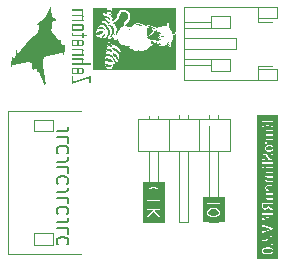
<source format=gbr>
%TF.GenerationSoftware,KiCad,Pcbnew,7.0.5*%
%TF.CreationDate,2023-07-12T14:46:01+02:00*%
%TF.ProjectId,euroslimenRFV2,6575726f-736c-4696-9d65-6e524656322e,rev?*%
%TF.SameCoordinates,Original*%
%TF.FileFunction,Legend,Bot*%
%TF.FilePolarity,Positive*%
%FSLAX46Y46*%
G04 Gerber Fmt 4.6, Leading zero omitted, Abs format (unit mm)*
G04 Created by KiCad (PCBNEW 7.0.5) date 2023-07-12 14:46:01*
%MOMM*%
%LPD*%
G01*
G04 APERTURE LIST*
%ADD10C,0.150000*%
%ADD11C,0.100000*%
%ADD12C,0.120000*%
G04 APERTURE END LIST*
D10*
G36*
X117142874Y-74157807D02*
G01*
X117156672Y-74157929D01*
X117170235Y-74158132D01*
X117183563Y-74158415D01*
X117196655Y-74158780D01*
X117209513Y-74159226D01*
X117222135Y-74159753D01*
X117234522Y-74160362D01*
X117246674Y-74161051D01*
X117258590Y-74161821D01*
X117270272Y-74162673D01*
X117281718Y-74163606D01*
X117292929Y-74164619D01*
X117303905Y-74165714D01*
X117314646Y-74166890D01*
X117325151Y-74168147D01*
X117335422Y-74169485D01*
X117345457Y-74170904D01*
X117355257Y-74172404D01*
X117374151Y-74175648D01*
X117392105Y-74179217D01*
X117409118Y-74183109D01*
X117425190Y-74187326D01*
X117440322Y-74191868D01*
X117454513Y-74196733D01*
X117461256Y-74199288D01*
X117474062Y-74204686D01*
X117486042Y-74210439D01*
X117497197Y-74216547D01*
X117507524Y-74223010D01*
X117517026Y-74229828D01*
X117525701Y-74237001D01*
X117533551Y-74244528D01*
X117540573Y-74252411D01*
X117546770Y-74260648D01*
X117552141Y-74269241D01*
X117556685Y-74278188D01*
X117560403Y-74287490D01*
X117563295Y-74297147D01*
X117565360Y-74307159D01*
X117566600Y-74317526D01*
X117567013Y-74328248D01*
X117566623Y-74338461D01*
X117565456Y-74348337D01*
X117562244Y-74362522D01*
X117557281Y-74375952D01*
X117550566Y-74388626D01*
X117542100Y-74400544D01*
X117535483Y-74408070D01*
X117528087Y-74415260D01*
X117519912Y-74422114D01*
X117510959Y-74428632D01*
X117501227Y-74434814D01*
X117490717Y-74440661D01*
X117479429Y-74446172D01*
X117467362Y-74451347D01*
X117454478Y-74456227D01*
X117440739Y-74460792D01*
X117426146Y-74465042D01*
X117410697Y-74468978D01*
X117394394Y-74472598D01*
X117377236Y-74475904D01*
X117359223Y-74478895D01*
X117340355Y-74481572D01*
X117330601Y-74482792D01*
X117320633Y-74483933D01*
X117310451Y-74484995D01*
X117300055Y-74485979D01*
X117289446Y-74486885D01*
X117278623Y-74487711D01*
X117267586Y-74488459D01*
X117256336Y-74489128D01*
X117244872Y-74489718D01*
X117233194Y-74490230D01*
X117221302Y-74490663D01*
X117209197Y-74491017D01*
X117196878Y-74491292D01*
X117184345Y-74491489D01*
X117171599Y-74491607D01*
X117158639Y-74491647D01*
X117148730Y-74491626D01*
X117138939Y-74491565D01*
X117119713Y-74491322D01*
X117100959Y-74490917D01*
X117082679Y-74490349D01*
X117064872Y-74489619D01*
X117047539Y-74488727D01*
X117030678Y-74487673D01*
X117014291Y-74486456D01*
X116998377Y-74485078D01*
X116982937Y-74483537D01*
X116967969Y-74481834D01*
X116953475Y-74479969D01*
X116939454Y-74477941D01*
X116925906Y-74475752D01*
X116912831Y-74473400D01*
X116900230Y-74470886D01*
X116888054Y-74468257D01*
X116876317Y-74465501D01*
X116865019Y-74462617D01*
X116854159Y-74459605D01*
X116843739Y-74456465D01*
X116833758Y-74453197D01*
X116824215Y-74449802D01*
X116810724Y-74444469D01*
X116798220Y-74438848D01*
X116786704Y-74432940D01*
X116776175Y-74426744D01*
X116766634Y-74420260D01*
X116758080Y-74413489D01*
X116750398Y-74406484D01*
X116743472Y-74399209D01*
X116735412Y-74389088D01*
X116728695Y-74378487D01*
X116723322Y-74367404D01*
X116719292Y-74355841D01*
X116716605Y-74343797D01*
X116715262Y-74331272D01*
X116715094Y-74324829D01*
X116715540Y-74313223D01*
X116716880Y-74302099D01*
X116719112Y-74291455D01*
X116722238Y-74281292D01*
X116726256Y-74271610D01*
X116731168Y-74262409D01*
X116736973Y-74253689D01*
X116743670Y-74245450D01*
X116751146Y-74237645D01*
X116759409Y-74230230D01*
X116768457Y-74223205D01*
X116778292Y-74216568D01*
X116788912Y-74210321D01*
X116800319Y-74204463D01*
X116809390Y-74200325D01*
X116818904Y-74196406D01*
X116825491Y-74193915D01*
X116835725Y-74190350D01*
X116846366Y-74186982D01*
X116857415Y-74183812D01*
X116868871Y-74180840D01*
X116880736Y-74178065D01*
X116893008Y-74175488D01*
X116905689Y-74173108D01*
X116918777Y-74170925D01*
X116932273Y-74168940D01*
X116946177Y-74167153D01*
X116955673Y-74166071D01*
X116970227Y-74164587D01*
X116980122Y-74163679D01*
X116990172Y-74162835D01*
X117000377Y-74162057D01*
X117010737Y-74161343D01*
X117021250Y-74160694D01*
X117031919Y-74160110D01*
X117042742Y-74159591D01*
X117053719Y-74159137D01*
X117064852Y-74158748D01*
X117076138Y-74158423D01*
X117087580Y-74158164D01*
X117099175Y-74157969D01*
X117110926Y-74157840D01*
X117122831Y-74157775D01*
X117128841Y-74157767D01*
X117142874Y-74157807D01*
G37*
G36*
X117141053Y-70470921D02*
G01*
X117140978Y-70481939D01*
X117140753Y-70492553D01*
X117140377Y-70502764D01*
X117139851Y-70512572D01*
X117138916Y-70525021D01*
X117137714Y-70536752D01*
X117136245Y-70547766D01*
X117134508Y-70558062D01*
X117132505Y-70567641D01*
X117129464Y-70579105D01*
X117125683Y-70590295D01*
X117121163Y-70601211D01*
X117115904Y-70611853D01*
X117109905Y-70622220D01*
X117103167Y-70632313D01*
X117100265Y-70636273D01*
X117094048Y-70644009D01*
X117087243Y-70651340D01*
X117079851Y-70658267D01*
X117071871Y-70664789D01*
X117063304Y-70670906D01*
X117054149Y-70676619D01*
X117044406Y-70681928D01*
X117034075Y-70686832D01*
X117023149Y-70691297D01*
X117011620Y-70695166D01*
X116999488Y-70698441D01*
X116986753Y-70701120D01*
X116976806Y-70702738D01*
X116966520Y-70704022D01*
X116955894Y-70704971D01*
X116944930Y-70705585D01*
X116933626Y-70705864D01*
X116929783Y-70705882D01*
X116917841Y-70705685D01*
X116906284Y-70705092D01*
X116895115Y-70704105D01*
X116884331Y-70702723D01*
X116873934Y-70700945D01*
X116863923Y-70698773D01*
X116854299Y-70696205D01*
X116842068Y-70692168D01*
X116830524Y-70687428D01*
X116822316Y-70683412D01*
X116811947Y-70677493D01*
X116802212Y-70670849D01*
X116793110Y-70663480D01*
X116784642Y-70655385D01*
X116776807Y-70646566D01*
X116769606Y-70637021D01*
X116763038Y-70626752D01*
X116757103Y-70615757D01*
X116751837Y-70603964D01*
X116748348Y-70594469D01*
X116745254Y-70584416D01*
X116742555Y-70573804D01*
X116740251Y-70562634D01*
X116738342Y-70550906D01*
X116736828Y-70538620D01*
X116735708Y-70525776D01*
X116734984Y-70512373D01*
X116734655Y-70498413D01*
X116734633Y-70493635D01*
X116734657Y-70482253D01*
X116734728Y-70471279D01*
X116734846Y-70460712D01*
X116735011Y-70450553D01*
X116735305Y-70437643D01*
X116735683Y-70425457D01*
X116736144Y-70413997D01*
X116736690Y-70403262D01*
X116737320Y-70393252D01*
X117141053Y-70393252D01*
X117141053Y-70470921D01*
G37*
G36*
X117219211Y-69137355D02*
G01*
X117205032Y-69136486D01*
X117191347Y-69135437D01*
X117178156Y-69134208D01*
X117165458Y-69132798D01*
X117153255Y-69131208D01*
X117141545Y-69129438D01*
X117130328Y-69127487D01*
X117119606Y-69125356D01*
X117109377Y-69123045D01*
X117099642Y-69120554D01*
X117093426Y-69118792D01*
X117081572Y-69114961D01*
X117070437Y-69110671D01*
X117060018Y-69105924D01*
X117050317Y-69100718D01*
X117041333Y-69095055D01*
X117033067Y-69088934D01*
X117025519Y-69082354D01*
X117018688Y-69075317D01*
X117011159Y-69065875D01*
X117004906Y-69055563D01*
X117000823Y-69046686D01*
X116997556Y-69037253D01*
X116995106Y-69027261D01*
X116993472Y-69016713D01*
X116992656Y-69005608D01*
X116992554Y-68999846D01*
X116993060Y-68986817D01*
X116994580Y-68974289D01*
X116997113Y-68962264D01*
X117000659Y-68950742D01*
X117005219Y-68939722D01*
X117010792Y-68929204D01*
X117017378Y-68919188D01*
X117024977Y-68909675D01*
X117033589Y-68900664D01*
X117043215Y-68892155D01*
X117050195Y-68886762D01*
X117061475Y-68879144D01*
X117073699Y-68872136D01*
X117086869Y-68865737D01*
X117096173Y-68861810D01*
X117105897Y-68858154D01*
X117116040Y-68854769D01*
X117126604Y-68851655D01*
X117137587Y-68848812D01*
X117148990Y-68846240D01*
X117160813Y-68843939D01*
X117173056Y-68841908D01*
X117185718Y-68840149D01*
X117198800Y-68838661D01*
X117212302Y-68837443D01*
X117219211Y-68836936D01*
X117219211Y-69137355D01*
G37*
G36*
X117291339Y-65468759D02*
G01*
X117308482Y-65469285D01*
X117325105Y-65470163D01*
X117341210Y-65471392D01*
X117356796Y-65472972D01*
X117371863Y-65474903D01*
X117386410Y-65477185D01*
X117400439Y-65479818D01*
X117413949Y-65482803D01*
X117426939Y-65486138D01*
X117439411Y-65489825D01*
X117451364Y-65493862D01*
X117462797Y-65498251D01*
X117473712Y-65502991D01*
X117484108Y-65508082D01*
X117493984Y-65513524D01*
X117503301Y-65519293D01*
X117512016Y-65525366D01*
X117520131Y-65531742D01*
X117527644Y-65538421D01*
X117534556Y-65545404D01*
X117543798Y-65556447D01*
X117551687Y-65568173D01*
X117558223Y-65580582D01*
X117563407Y-65593673D01*
X117567239Y-65607446D01*
X117569719Y-65621903D01*
X117570620Y-65631920D01*
X117570921Y-65642240D01*
X117570570Y-65653563D01*
X117569516Y-65664451D01*
X117567761Y-65674903D01*
X117565303Y-65684921D01*
X117562143Y-65694504D01*
X117558281Y-65703652D01*
X117553717Y-65712364D01*
X117548450Y-65720642D01*
X117542527Y-65728515D01*
X117536116Y-65736014D01*
X117529216Y-65743139D01*
X117521828Y-65749890D01*
X117513951Y-65756267D01*
X117505586Y-65762270D01*
X117496732Y-65767899D01*
X117487390Y-65773154D01*
X117477616Y-65778043D01*
X117467469Y-65782573D01*
X117456947Y-65786744D01*
X117446051Y-65790556D01*
X117434782Y-65794010D01*
X117423138Y-65797105D01*
X117411121Y-65799841D01*
X117398729Y-65802219D01*
X117386021Y-65804337D01*
X117373176Y-65806172D01*
X117363451Y-65807364D01*
X117353649Y-65808396D01*
X117343771Y-65809270D01*
X117333814Y-65809985D01*
X117323781Y-65810541D01*
X117313670Y-65810938D01*
X117303482Y-65811176D01*
X117293217Y-65811256D01*
X117280561Y-65811169D01*
X117268178Y-65810909D01*
X117256068Y-65810474D01*
X117244231Y-65809867D01*
X117232666Y-65809085D01*
X117221375Y-65808130D01*
X117210356Y-65807002D01*
X117199610Y-65805699D01*
X117189138Y-65804223D01*
X117178938Y-65802574D01*
X117169010Y-65800750D01*
X117159356Y-65798754D01*
X117145386Y-65795433D01*
X117132031Y-65791721D01*
X117123468Y-65789030D01*
X117111100Y-65784718D01*
X117099368Y-65780120D01*
X117088271Y-65775233D01*
X117077810Y-65770059D01*
X117067984Y-65764597D01*
X117058793Y-65758848D01*
X117050238Y-65752810D01*
X117042318Y-65746486D01*
X117035034Y-65739873D01*
X117026310Y-65730609D01*
X117024305Y-65728213D01*
X117016863Y-65718451D01*
X117010414Y-65708338D01*
X117004957Y-65697874D01*
X117000491Y-65687058D01*
X116997019Y-65675892D01*
X116994538Y-65664374D01*
X116993050Y-65652506D01*
X116992554Y-65640286D01*
X116992839Y-65630056D01*
X116993695Y-65620128D01*
X116996048Y-65605801D01*
X116999685Y-65592153D01*
X117004606Y-65579183D01*
X117010811Y-65566891D01*
X117018299Y-65555277D01*
X117027071Y-65544342D01*
X117037127Y-65534085D01*
X117044544Y-65527624D01*
X117052531Y-65521465D01*
X117061089Y-65515607D01*
X117065582Y-65512791D01*
X117074953Y-65507438D01*
X117084809Y-65502430D01*
X117095149Y-65497767D01*
X117105974Y-65493450D01*
X117117283Y-65489478D01*
X117129078Y-65485852D01*
X117141357Y-65482571D01*
X117154120Y-65479635D01*
X117167368Y-65477045D01*
X117181101Y-65474800D01*
X117195319Y-65472900D01*
X117210021Y-65471346D01*
X117225208Y-65470137D01*
X117240880Y-65469274D01*
X117257036Y-65468756D01*
X117273677Y-65468583D01*
X117291339Y-65468759D01*
G37*
G36*
X117993488Y-74993594D02*
G01*
X116257355Y-74993594D01*
X116257355Y-74328248D01*
X116656475Y-74328248D01*
X116656933Y-74346754D01*
X116658307Y-74364659D01*
X116660597Y-74381963D01*
X116663803Y-74398666D01*
X116667924Y-74414768D01*
X116672962Y-74430269D01*
X116678915Y-74445169D01*
X116685785Y-74459468D01*
X116693570Y-74473165D01*
X116702271Y-74486262D01*
X116711888Y-74498757D01*
X116722421Y-74510652D01*
X116733870Y-74521945D01*
X116746235Y-74532637D01*
X116759515Y-74542729D01*
X116773712Y-74552219D01*
X116788835Y-74561121D01*
X116804895Y-74569449D01*
X116821892Y-74577203D01*
X116839825Y-74584383D01*
X116849144Y-74587757D01*
X116858696Y-74590988D01*
X116868483Y-74594075D01*
X116878504Y-74597018D01*
X116888759Y-74599818D01*
X116899248Y-74602475D01*
X116909972Y-74604987D01*
X116920929Y-74607357D01*
X116932121Y-74609582D01*
X116943548Y-74611664D01*
X116955208Y-74613603D01*
X116967103Y-74615398D01*
X116979232Y-74617049D01*
X116991595Y-74618556D01*
X117004192Y-74619921D01*
X117017024Y-74621141D01*
X117030089Y-74622218D01*
X117043389Y-74623151D01*
X117056924Y-74623941D01*
X117070692Y-74624587D01*
X117084695Y-74625090D01*
X117098932Y-74625449D01*
X117113403Y-74625664D01*
X117128108Y-74625736D01*
X117143348Y-74625659D01*
X117158354Y-74625429D01*
X117173127Y-74625045D01*
X117187665Y-74624507D01*
X117201970Y-74623816D01*
X117216042Y-74622971D01*
X117229879Y-74621973D01*
X117243483Y-74620821D01*
X117256852Y-74619515D01*
X117269989Y-74618056D01*
X117282891Y-74616443D01*
X117295560Y-74614676D01*
X117307995Y-74612756D01*
X117320196Y-74610683D01*
X117332163Y-74608455D01*
X117343897Y-74606074D01*
X117355397Y-74603540D01*
X117366663Y-74600852D01*
X117377695Y-74598010D01*
X117388494Y-74595015D01*
X117399059Y-74591866D01*
X117409390Y-74588563D01*
X117419488Y-74585107D01*
X117429351Y-74581497D01*
X117438981Y-74577734D01*
X117448378Y-74573817D01*
X117457540Y-74569747D01*
X117466469Y-74565522D01*
X117483625Y-74556613D01*
X117499846Y-74547090D01*
X117515078Y-74536976D01*
X117529327Y-74526295D01*
X117542593Y-74515047D01*
X117554877Y-74503233D01*
X117566178Y-74490852D01*
X117576496Y-74477904D01*
X117585832Y-74464390D01*
X117594185Y-74450308D01*
X117601555Y-74435661D01*
X117607943Y-74420446D01*
X117613347Y-74404665D01*
X117617769Y-74388317D01*
X117621209Y-74371402D01*
X117623666Y-74353920D01*
X117625140Y-74335872D01*
X117625631Y-74317257D01*
X117625170Y-74298991D01*
X117623788Y-74281319D01*
X117621484Y-74264240D01*
X117618258Y-74247755D01*
X117614111Y-74231863D01*
X117609042Y-74216564D01*
X117603051Y-74201859D01*
X117596139Y-74187747D01*
X117588305Y-74174229D01*
X117579549Y-74161304D01*
X117569872Y-74148973D01*
X117559273Y-74137235D01*
X117547753Y-74126090D01*
X117535311Y-74115539D01*
X117521947Y-74105582D01*
X117507662Y-74096217D01*
X117492440Y-74087463D01*
X117476265Y-74079273D01*
X117459139Y-74071648D01*
X117441060Y-74064588D01*
X117431663Y-74061270D01*
X117422029Y-74058093D01*
X117412156Y-74055057D01*
X117402046Y-74052162D01*
X117391697Y-74049409D01*
X117381111Y-74046796D01*
X117370286Y-74044325D01*
X117359223Y-74041995D01*
X117347922Y-74039807D01*
X117336384Y-74037759D01*
X117324607Y-74035853D01*
X117312592Y-74034088D01*
X117300339Y-74032464D01*
X117287848Y-74030982D01*
X117275119Y-74029640D01*
X117262152Y-74028440D01*
X117248947Y-74027381D01*
X117235504Y-74026463D01*
X117221822Y-74025687D01*
X117207903Y-74025051D01*
X117193746Y-74024557D01*
X117179351Y-74024204D01*
X117164717Y-74023992D01*
X117149846Y-74023922D01*
X117134015Y-74024008D01*
X117118457Y-74024269D01*
X117103172Y-74024703D01*
X117088159Y-74025311D01*
X117073420Y-74026092D01*
X117058953Y-74027047D01*
X117044760Y-74028176D01*
X117030839Y-74029478D01*
X117017191Y-74030954D01*
X117003815Y-74032604D01*
X116990713Y-74034427D01*
X116977884Y-74036424D01*
X116965327Y-74038594D01*
X116953043Y-74040938D01*
X116941033Y-74043456D01*
X116929295Y-74046148D01*
X116917790Y-74049025D01*
X116906538Y-74052040D01*
X116895541Y-74055192D01*
X116884797Y-74058482D01*
X116874307Y-74061909D01*
X116864070Y-74065473D01*
X116854088Y-74069175D01*
X116844359Y-74073014D01*
X116834884Y-74076991D01*
X116825663Y-74081105D01*
X116816696Y-74085356D01*
X116803721Y-74091991D01*
X116791317Y-74098935D01*
X116779483Y-74106187D01*
X116775666Y-74108674D01*
X116764542Y-74116370D01*
X116753976Y-74124344D01*
X116743968Y-74132598D01*
X116734519Y-74141131D01*
X116725627Y-74149943D01*
X116717294Y-74159035D01*
X116709519Y-74168405D01*
X116702301Y-74178054D01*
X116695643Y-74187982D01*
X116689542Y-74198190D01*
X116685785Y-74205150D01*
X116680547Y-74215819D01*
X116675824Y-74226668D01*
X116671617Y-74237697D01*
X116667924Y-74248907D01*
X116664747Y-74260298D01*
X116662085Y-74271868D01*
X116659939Y-74283619D01*
X116658307Y-74295550D01*
X116657191Y-74307662D01*
X116656590Y-74319953D01*
X116656522Y-74324829D01*
X116656475Y-74328248D01*
X116257355Y-74328248D01*
X116257355Y-73723014D01*
X117453684Y-73723014D01*
X117453684Y-73861744D01*
X117610000Y-73861744D01*
X117610000Y-73723014D01*
X117453684Y-73723014D01*
X116257355Y-73723014D01*
X116257355Y-73268234D01*
X116656475Y-73268234D01*
X116656691Y-73283957D01*
X116657338Y-73299192D01*
X116658416Y-73313938D01*
X116659925Y-73328196D01*
X116661866Y-73341965D01*
X116664238Y-73355246D01*
X116667041Y-73368038D01*
X116670275Y-73380342D01*
X116673941Y-73392157D01*
X116678037Y-73403484D01*
X116682566Y-73414322D01*
X116687525Y-73424672D01*
X116692915Y-73434533D01*
X116698737Y-73443906D01*
X116704990Y-73452790D01*
X116711674Y-73461186D01*
X116718769Y-73469112D01*
X116726253Y-73476528D01*
X116734126Y-73483431D01*
X116742388Y-73489823D01*
X116751039Y-73495704D01*
X116760080Y-73501074D01*
X116769510Y-73505932D01*
X116779330Y-73510279D01*
X116789538Y-73514114D01*
X116800136Y-73517438D01*
X116811123Y-73520251D01*
X116822500Y-73522552D01*
X116834265Y-73524342D01*
X116846420Y-73525620D01*
X116858964Y-73526387D01*
X116871898Y-73526643D01*
X116883203Y-73526464D01*
X116894223Y-73525928D01*
X116904956Y-73525033D01*
X116915403Y-73523781D01*
X116925564Y-73522171D01*
X116935439Y-73520203D01*
X116939309Y-73519316D01*
X116948914Y-73516894D01*
X116958495Y-73514054D01*
X116968052Y-73510797D01*
X116977586Y-73507123D01*
X116987096Y-73503031D01*
X116996582Y-73498522D01*
X117000369Y-73496601D01*
X117009871Y-73491530D01*
X117019599Y-73485935D01*
X117029553Y-73479814D01*
X117039734Y-73473169D01*
X117048043Y-73467475D01*
X117056496Y-73461446D01*
X117065094Y-73455080D01*
X117073722Y-73448462D01*
X117082389Y-73441677D01*
X117091094Y-73434724D01*
X117099837Y-73427603D01*
X117108619Y-73420313D01*
X117117438Y-73412856D01*
X117126296Y-73405231D01*
X117135191Y-73397439D01*
X117144847Y-73388841D01*
X117153060Y-73381445D01*
X117162106Y-73373239D01*
X117171985Y-73364220D01*
X117182697Y-73354391D01*
X117190301Y-73347387D01*
X117198275Y-73340022D01*
X117206619Y-73332297D01*
X117215334Y-73324212D01*
X117224418Y-73315765D01*
X117233873Y-73306958D01*
X117243698Y-73297790D01*
X117253893Y-73288262D01*
X117262545Y-73280163D01*
X117271128Y-73272200D01*
X117279642Y-73264373D01*
X117288087Y-73256682D01*
X117296464Y-73249127D01*
X117304772Y-73241708D01*
X117313012Y-73234425D01*
X117321182Y-73227278D01*
X117329284Y-73220266D01*
X117337318Y-73213391D01*
X117345282Y-73206652D01*
X117353178Y-73200048D01*
X117361005Y-73193581D01*
X117368764Y-73187250D01*
X117376454Y-73181054D01*
X117391627Y-73169071D01*
X117406526Y-73157632D01*
X117421150Y-73146736D01*
X117435499Y-73136384D01*
X117449574Y-73126576D01*
X117463374Y-73117312D01*
X117476899Y-73108592D01*
X117490149Y-73100416D01*
X117496671Y-73096531D01*
X117496671Y-73355429D01*
X117496569Y-73365640D01*
X117496180Y-73377043D01*
X117495499Y-73387519D01*
X117494335Y-73398568D01*
X117492774Y-73408356D01*
X117492519Y-73409651D01*
X117489985Y-73419497D01*
X117486331Y-73429296D01*
X117481274Y-73438599D01*
X117478353Y-73442624D01*
X117471521Y-73449884D01*
X117463545Y-73456095D01*
X117454424Y-73461257D01*
X117452463Y-73462163D01*
X117443319Y-73466056D01*
X117433540Y-73469837D01*
X117423837Y-73473358D01*
X117412915Y-73477136D01*
X117402882Y-73480481D01*
X117402882Y-73538855D01*
X117610000Y-73527376D01*
X117610000Y-72961954D01*
X117573607Y-72961954D01*
X117564525Y-72965728D01*
X117555415Y-72969663D01*
X117546276Y-72973757D01*
X117537108Y-72978013D01*
X117527912Y-72982428D01*
X117518687Y-72987004D01*
X117509433Y-72991740D01*
X117500151Y-72996636D01*
X117490840Y-73001693D01*
X117481501Y-73006910D01*
X117472133Y-73012287D01*
X117462736Y-73017824D01*
X117453311Y-73023522D01*
X117443857Y-73029380D01*
X117434375Y-73035398D01*
X117424863Y-73041577D01*
X117415233Y-73048000D01*
X117405393Y-73054751D01*
X117395342Y-73061830D01*
X117385082Y-73069237D01*
X117374612Y-73076973D01*
X117363932Y-73085037D01*
X117353043Y-73093429D01*
X117341943Y-73102149D01*
X117330633Y-73111197D01*
X117319114Y-73120574D01*
X117307385Y-73130279D01*
X117295445Y-73140312D01*
X117283296Y-73150673D01*
X117270937Y-73161363D01*
X117258368Y-73172380D01*
X117245589Y-73183726D01*
X117234704Y-73193534D01*
X117224153Y-73202991D01*
X117213936Y-73212096D01*
X117204053Y-73220851D01*
X117194503Y-73229255D01*
X117185288Y-73237307D01*
X117176406Y-73245008D01*
X117167859Y-73252358D01*
X117159645Y-73259357D01*
X117151766Y-73266005D01*
X117144220Y-73272302D01*
X117133527Y-73281089D01*
X117123586Y-73289086D01*
X117114396Y-73296293D01*
X117111500Y-73298520D01*
X117102278Y-73305538D01*
X117093296Y-73312213D01*
X117084555Y-73318544D01*
X117076054Y-73324532D01*
X117067794Y-73330176D01*
X117057154Y-73337168D01*
X117046942Y-73343549D01*
X117037157Y-73349319D01*
X117027799Y-73354479D01*
X117025526Y-73355673D01*
X117016493Y-73360268D01*
X117007590Y-73364527D01*
X116996643Y-73369378D01*
X116985899Y-73373705D01*
X116975358Y-73377507D01*
X116965019Y-73380784D01*
X116956894Y-73383028D01*
X116946813Y-73385421D01*
X116936720Y-73387407D01*
X116926615Y-73388989D01*
X116916499Y-73390165D01*
X116906370Y-73390935D01*
X116896229Y-73391300D01*
X116892170Y-73391333D01*
X116879412Y-73391073D01*
X116867028Y-73390295D01*
X116855018Y-73388997D01*
X116843382Y-73387180D01*
X116832120Y-73384845D01*
X116821232Y-73381990D01*
X116810719Y-73378617D01*
X116800579Y-73374724D01*
X116790893Y-73370354D01*
X116781741Y-73365428D01*
X116773124Y-73359944D01*
X116765041Y-73353902D01*
X116757493Y-73347304D01*
X116750478Y-73340148D01*
X116743998Y-73332436D01*
X116738053Y-73324166D01*
X116732672Y-73315404D01*
X116728008Y-73306092D01*
X116724062Y-73296230D01*
X116720833Y-73285820D01*
X116718322Y-73274859D01*
X116716529Y-73263349D01*
X116715452Y-73251290D01*
X116715094Y-73238681D01*
X116715659Y-73222950D01*
X116717353Y-73207876D01*
X116720177Y-73193458D01*
X116724131Y-73179696D01*
X116729214Y-73166591D01*
X116735427Y-73154142D01*
X116742769Y-73142350D01*
X116751242Y-73131214D01*
X116760843Y-73120734D01*
X116771575Y-73110911D01*
X116783436Y-73101744D01*
X116796427Y-73093234D01*
X116810547Y-73085380D01*
X116825797Y-73078183D01*
X116842176Y-73071642D01*
X116859685Y-73065757D01*
X116859685Y-72982470D01*
X116726085Y-72982470D01*
X116721584Y-72992838D01*
X116717242Y-73003120D01*
X116713059Y-73013316D01*
X116709033Y-73023426D01*
X116705167Y-73033451D01*
X116701458Y-73043390D01*
X116697908Y-73053242D01*
X116694516Y-73063009D01*
X116691283Y-73072690D01*
X116688208Y-73082285D01*
X116685291Y-73091794D01*
X116682533Y-73101218D01*
X116678693Y-73115192D01*
X116675209Y-73128973D01*
X116673084Y-73138053D01*
X116670116Y-73151523D01*
X116667440Y-73164731D01*
X116665055Y-73177678D01*
X116662963Y-73190363D01*
X116661163Y-73202785D01*
X116659654Y-73214946D01*
X116658438Y-73226845D01*
X116657513Y-73238482D01*
X116656881Y-73249858D01*
X116656540Y-73260971D01*
X116656475Y-73268234D01*
X116257355Y-73268234D01*
X116257355Y-72044333D01*
X116672107Y-72044333D01*
X116672107Y-72354766D01*
X116705812Y-72354766D01*
X116707931Y-72343474D01*
X116710255Y-72333231D01*
X116713227Y-72322603D01*
X116716967Y-72312204D01*
X116719490Y-72306650D01*
X116724702Y-72298083D01*
X116731762Y-72290059D01*
X116740158Y-72283609D01*
X116742937Y-72281982D01*
X116752267Y-72277967D01*
X116761922Y-72275502D01*
X116772860Y-72274075D01*
X116783482Y-72273677D01*
X116793927Y-72273934D01*
X116804746Y-72274706D01*
X116815939Y-72275991D01*
X116825831Y-72277503D01*
X116834284Y-72279051D01*
X116844774Y-72281320D01*
X116855728Y-72283916D01*
X116865210Y-72286329D01*
X116875015Y-72288968D01*
X116885141Y-72291834D01*
X116895589Y-72294926D01*
X117460034Y-72455882D01*
X116891193Y-72652986D01*
X116881129Y-72656066D01*
X116871603Y-72658829D01*
X116863593Y-72661046D01*
X116853634Y-72663786D01*
X116843905Y-72666294D01*
X116835261Y-72668374D01*
X116825335Y-72670446D01*
X116815057Y-72672082D01*
X116811081Y-72672526D01*
X116800945Y-72673259D01*
X116791542Y-72673503D01*
X116781631Y-72673205D01*
X116770219Y-72671996D01*
X116759892Y-72669856D01*
X116748933Y-72666061D01*
X116739536Y-72660926D01*
X116731702Y-72654452D01*
X116725070Y-72646472D01*
X116719280Y-72636637D01*
X116715098Y-72627025D01*
X116711500Y-72616125D01*
X116709042Y-72606477D01*
X116706958Y-72596005D01*
X116706057Y-72590460D01*
X116672107Y-72590460D01*
X116672107Y-72878911D01*
X116706057Y-72878911D01*
X116708845Y-72868756D01*
X116712079Y-72859356D01*
X116716417Y-72849345D01*
X116721362Y-72840363D01*
X116726085Y-72833482D01*
X116732508Y-72826014D01*
X116740450Y-72818569D01*
X116748467Y-72812206D01*
X116757601Y-72805861D01*
X116766064Y-72800586D01*
X116767850Y-72799532D01*
X116777633Y-72794093D01*
X116786687Y-72789492D01*
X116796833Y-72784670D01*
X116808070Y-72779627D01*
X116817214Y-72775699D01*
X116826972Y-72771647D01*
X116837344Y-72767470D01*
X116848330Y-72763169D01*
X116859930Y-72758744D01*
X117625631Y-72473712D01*
X117625631Y-72383587D01*
X116855045Y-72152044D01*
X116843595Y-72148648D01*
X116832785Y-72145330D01*
X116822615Y-72142088D01*
X116813085Y-72138924D01*
X116801372Y-72134825D01*
X116790798Y-72130864D01*
X116781360Y-72127040D01*
X116771162Y-72122453D01*
X116765896Y-72119804D01*
X116756468Y-72114572D01*
X116747967Y-72109134D01*
X116739222Y-72102529D01*
X116731738Y-72095643D01*
X116726329Y-72089518D01*
X116720024Y-72080558D01*
X116715184Y-72071440D01*
X116710975Y-72061130D01*
X116707869Y-72051344D01*
X116706057Y-72044333D01*
X116672107Y-72044333D01*
X116257355Y-72044333D01*
X116257355Y-71053196D01*
X116672107Y-71053196D01*
X116672107Y-71679679D01*
X116875317Y-71679679D01*
X116875317Y-71612512D01*
X116864410Y-71608741D01*
X116854037Y-71605001D01*
X116844199Y-71601292D01*
X116834895Y-71597613D01*
X116824016Y-71593057D01*
X116813972Y-71588549D01*
X116804763Y-71584089D01*
X116803021Y-71583203D01*
X116793135Y-71577922D01*
X116784176Y-71572521D01*
X116774896Y-71566068D01*
X116766879Y-71559451D01*
X116761011Y-71553649D01*
X116754234Y-71545620D01*
X116748555Y-71536919D01*
X116743975Y-71527546D01*
X116740495Y-71517501D01*
X116738211Y-71507894D01*
X116736488Y-71497025D01*
X116735457Y-71486704D01*
X116734839Y-71475455D01*
X116734639Y-71465373D01*
X116734633Y-71463280D01*
X116734633Y-71262023D01*
X117109790Y-71262023D01*
X117109790Y-71403684D01*
X117109464Y-71414495D01*
X117108485Y-71424395D01*
X117106518Y-71434795D01*
X117103183Y-71445164D01*
X117100509Y-71450823D01*
X117094952Y-71459112D01*
X117087808Y-71466638D01*
X117079077Y-71473400D01*
X117070134Y-71478691D01*
X117068757Y-71479400D01*
X117059581Y-71483661D01*
X117048722Y-71487837D01*
X117038387Y-71491252D01*
X117026883Y-71494607D01*
X117016839Y-71497247D01*
X117006046Y-71499850D01*
X117000369Y-71501137D01*
X117000369Y-71565617D01*
X117281737Y-71565617D01*
X117281737Y-71501137D01*
X117270849Y-71498550D01*
X117260656Y-71495916D01*
X117251157Y-71493237D01*
X117240260Y-71489824D01*
X117230449Y-71486339D01*
X117220108Y-71482063D01*
X117214082Y-71479155D01*
X117204775Y-71473816D01*
X117196731Y-71468056D01*
X117189083Y-71460957D01*
X117182450Y-71452315D01*
X117181842Y-71451312D01*
X117177674Y-71442290D01*
X117175005Y-71432818D01*
X117173247Y-71421874D01*
X117172465Y-71411321D01*
X117172316Y-71403684D01*
X117172316Y-71262023D01*
X117438053Y-71262023D01*
X117447937Y-71262100D01*
X117459584Y-71262410D01*
X117470443Y-71262958D01*
X117480516Y-71263746D01*
X117491564Y-71265005D01*
X117501479Y-71266608D01*
X117503021Y-71266908D01*
X117513228Y-71269338D01*
X117523719Y-71272829D01*
X117532958Y-71277085D01*
X117541856Y-71282784D01*
X117549264Y-71289565D01*
X117555551Y-71297545D01*
X117560718Y-71306722D01*
X117563105Y-71312337D01*
X117566585Y-71322168D01*
X117569531Y-71331672D01*
X117572382Y-71342017D01*
X117574752Y-71351554D01*
X117576294Y-71358255D01*
X117610000Y-71358255D01*
X117610000Y-71053196D01*
X117576294Y-71053196D01*
X117573508Y-71063439D01*
X117570646Y-71072796D01*
X117566961Y-71083248D01*
X117563156Y-71092317D01*
X117558434Y-71101373D01*
X117552707Y-71109420D01*
X117551870Y-71110349D01*
X117544451Y-71116928D01*
X117535628Y-71122255D01*
X117525400Y-71126331D01*
X117515299Y-71128871D01*
X117513768Y-71129155D01*
X117503598Y-71130649D01*
X117493720Y-71131658D01*
X117482566Y-71132453D01*
X117472724Y-71132933D01*
X117462065Y-71133277D01*
X117450589Y-71133483D01*
X117438297Y-71133552D01*
X116843810Y-71133552D01*
X116832368Y-71133498D01*
X116821736Y-71133338D01*
X116811913Y-71133071D01*
X116800772Y-71132587D01*
X116790895Y-71131935D01*
X116780711Y-71130934D01*
X116774933Y-71130132D01*
X116764675Y-71128148D01*
X116754594Y-71125258D01*
X116745206Y-71121232D01*
X116741228Y-71118897D01*
X116733438Y-71112889D01*
X116726860Y-71105611D01*
X116721933Y-71097892D01*
X116717210Y-71087965D01*
X116713734Y-71078831D01*
X116710117Y-71067896D01*
X116706906Y-71057091D01*
X116705812Y-71053196D01*
X116672107Y-71053196D01*
X116257355Y-71053196D01*
X116257355Y-70183691D01*
X116672107Y-70183691D01*
X116672107Y-70493635D01*
X116672107Y-70523922D01*
X116672164Y-70533887D01*
X116672335Y-70543694D01*
X116673019Y-70562832D01*
X116674159Y-70581338D01*
X116675755Y-70599209D01*
X116677808Y-70616448D01*
X116680316Y-70633052D01*
X116683280Y-70649023D01*
X116686700Y-70664361D01*
X116690577Y-70679065D01*
X116694909Y-70693136D01*
X116699698Y-70706573D01*
X116704942Y-70719377D01*
X116710643Y-70731547D01*
X116716800Y-70743084D01*
X116723412Y-70753987D01*
X116730481Y-70764256D01*
X116738030Y-70773898D01*
X116746082Y-70782918D01*
X116754638Y-70791316D01*
X116763698Y-70799092D01*
X116773262Y-70806245D01*
X116783329Y-70812777D01*
X116793900Y-70818686D01*
X116804975Y-70823974D01*
X116816554Y-70828639D01*
X116828636Y-70832683D01*
X116841222Y-70836104D01*
X116854312Y-70838903D01*
X116867906Y-70841080D01*
X116882003Y-70842636D01*
X116896604Y-70843569D01*
X116911709Y-70843880D01*
X116923354Y-70843676D01*
X116934779Y-70843067D01*
X116945984Y-70842051D01*
X116956970Y-70840628D01*
X116967737Y-70838799D01*
X116978284Y-70836564D01*
X116988612Y-70833922D01*
X116998721Y-70830874D01*
X117008610Y-70827419D01*
X117018279Y-70823558D01*
X117027729Y-70819290D01*
X117036960Y-70814616D01*
X117045971Y-70809536D01*
X117054763Y-70804049D01*
X117063335Y-70798156D01*
X117071688Y-70791856D01*
X117079789Y-70785181D01*
X117087667Y-70778102D01*
X117095322Y-70770618D01*
X117102753Y-70762730D01*
X117109961Y-70754437D01*
X117116946Y-70745740D01*
X117123707Y-70736638D01*
X117130245Y-70727132D01*
X117136561Y-70717221D01*
X117142652Y-70706905D01*
X117148521Y-70696185D01*
X117154166Y-70685061D01*
X117159588Y-70673532D01*
X117164787Y-70661598D01*
X117169762Y-70649260D01*
X117174515Y-70636517D01*
X117180376Y-70636517D01*
X117184883Y-70646772D01*
X117189856Y-70656652D01*
X117195294Y-70666159D01*
X117201198Y-70675291D01*
X117207567Y-70684049D01*
X117214402Y-70692434D01*
X117221703Y-70700444D01*
X117229469Y-70708081D01*
X117238021Y-70715690D01*
X117247681Y-70723498D01*
X117255651Y-70729485D01*
X117264244Y-70735583D01*
X117273460Y-70741792D01*
X117283298Y-70748114D01*
X117293759Y-70754546D01*
X117304842Y-70761091D01*
X117316548Y-70767747D01*
X117328876Y-70774515D01*
X117441472Y-70836308D01*
X117450562Y-70841277D01*
X117459241Y-70846108D01*
X117470170Y-70852337D01*
X117480368Y-70858321D01*
X117489832Y-70864060D01*
X117498564Y-70869556D01*
X117508448Y-70876082D01*
X117517187Y-70882226D01*
X117525050Y-70888273D01*
X117533682Y-70895578D01*
X117541439Y-70902934D01*
X117548320Y-70910341D01*
X117555240Y-70919048D01*
X117556999Y-70921549D01*
X117562597Y-70930931D01*
X117566782Y-70939958D01*
X117570399Y-70949896D01*
X117573451Y-70960743D01*
X117575560Y-70970479D01*
X117576294Y-70974550D01*
X117610000Y-70974550D01*
X117610000Y-70784040D01*
X117600817Y-70777606D01*
X117591468Y-70771248D01*
X117581950Y-70764966D01*
X117572264Y-70758761D01*
X117562410Y-70752632D01*
X117552389Y-70746579D01*
X117542199Y-70740603D01*
X117531842Y-70734703D01*
X117521378Y-70728857D01*
X117510867Y-70723041D01*
X117500312Y-70717255D01*
X117489710Y-70711500D01*
X117479062Y-70705776D01*
X117468369Y-70700082D01*
X117457630Y-70694418D01*
X117446845Y-70688785D01*
X117332540Y-70628213D01*
X117322982Y-70623170D01*
X117313909Y-70618298D01*
X117305322Y-70613599D01*
X117294627Y-70607600D01*
X117284794Y-70601906D01*
X117275824Y-70596517D01*
X117265824Y-70590211D01*
X117257172Y-70584381D01*
X117255603Y-70583273D01*
X117246876Y-70576772D01*
X117239197Y-70570461D01*
X117231562Y-70563337D01*
X117224582Y-70555510D01*
X117221165Y-70550788D01*
X117216034Y-70542371D01*
X117211512Y-70532611D01*
X117208230Y-70522421D01*
X117207487Y-70519281D01*
X117205598Y-70508487D01*
X117204556Y-70498276D01*
X117203961Y-70488258D01*
X117203640Y-70477073D01*
X117203579Y-70468967D01*
X117203579Y-70393252D01*
X117436587Y-70393252D01*
X117448498Y-70393309D01*
X117459561Y-70393481D01*
X117469777Y-70393767D01*
X117481356Y-70394286D01*
X117491611Y-70394983D01*
X117502170Y-70396057D01*
X117508150Y-70396915D01*
X117518592Y-70399098D01*
X117528732Y-70402101D01*
X117538006Y-70406118D01*
X117541856Y-70408395D01*
X117549733Y-70414829D01*
X117556510Y-70422774D01*
X117560418Y-70428911D01*
X117564557Y-70437779D01*
X117568495Y-70448094D01*
X117572142Y-70458999D01*
X117575416Y-70469741D01*
X117576538Y-70473608D01*
X117610000Y-70473608D01*
X117610000Y-70183691D01*
X117576294Y-70183691D01*
X117573508Y-70193934D01*
X117570646Y-70203292D01*
X117566961Y-70213744D01*
X117563156Y-70222812D01*
X117558434Y-70231868D01*
X117552707Y-70239916D01*
X117551870Y-70240844D01*
X117544451Y-70247423D01*
X117535628Y-70252751D01*
X117525400Y-70256827D01*
X117515299Y-70259366D01*
X117513768Y-70259651D01*
X117503598Y-70261145D01*
X117493720Y-70262154D01*
X117482566Y-70262948D01*
X117472724Y-70263429D01*
X117462065Y-70263772D01*
X117450589Y-70263978D01*
X117438297Y-70264047D01*
X116843810Y-70264047D01*
X116832368Y-70263994D01*
X116821736Y-70263833D01*
X116811913Y-70263566D01*
X116800772Y-70263082D01*
X116790895Y-70262431D01*
X116780711Y-70261429D01*
X116774933Y-70260628D01*
X116764675Y-70258643D01*
X116754594Y-70255754D01*
X116745206Y-70251728D01*
X116741228Y-70249393D01*
X116733438Y-70243384D01*
X116726860Y-70236106D01*
X116721933Y-70228388D01*
X116717210Y-70218461D01*
X116713734Y-70209326D01*
X116710117Y-70198392D01*
X116706906Y-70187587D01*
X116705812Y-70183691D01*
X116672107Y-70183691D01*
X116257355Y-70183691D01*
X116257355Y-69794612D01*
X116937843Y-69794612D01*
X116938058Y-69806017D01*
X116938702Y-69817028D01*
X116939775Y-69827646D01*
X116941278Y-69837870D01*
X116943210Y-69847701D01*
X116946095Y-69858978D01*
X116946636Y-69860802D01*
X116950176Y-69871544D01*
X116954387Y-69881788D01*
X116959267Y-69891534D01*
X116964817Y-69900782D01*
X116971036Y-69909532D01*
X116973258Y-69912337D01*
X116980254Y-69920480D01*
X116987867Y-69928057D01*
X116996099Y-69935066D01*
X117004949Y-69941509D01*
X117014417Y-69947385D01*
X117017711Y-69949218D01*
X117028072Y-69954364D01*
X117037283Y-69958259D01*
X117047020Y-69961797D01*
X117057281Y-69964976D01*
X117068067Y-69967798D01*
X117079377Y-69970262D01*
X117081702Y-69970711D01*
X117091357Y-69972429D01*
X117101639Y-69973917D01*
X117112546Y-69975177D01*
X117124078Y-69976207D01*
X117136237Y-69977008D01*
X117149022Y-69977581D01*
X117159021Y-69977860D01*
X117169372Y-69978010D01*
X117176468Y-69978039D01*
X117437320Y-69978039D01*
X117448818Y-69978081D01*
X117459500Y-69978207D01*
X117469365Y-69978417D01*
X117480548Y-69978797D01*
X117490455Y-69979309D01*
X117500659Y-69980096D01*
X117506441Y-69980725D01*
X117516577Y-69982435D01*
X117526520Y-69984942D01*
X117535755Y-69988453D01*
X117539658Y-69990495D01*
X117547935Y-69996483D01*
X117555182Y-70004188D01*
X117559441Y-70010279D01*
X117563934Y-70019205D01*
X117568090Y-70029669D01*
X117571307Y-70039080D01*
X117574610Y-70049830D01*
X117576294Y-70055708D01*
X117610000Y-70055708D01*
X117610000Y-69785087D01*
X117576050Y-69785087D01*
X117573013Y-69794621D01*
X117569665Y-69804377D01*
X117566097Y-69813723D01*
X117562023Y-69822701D01*
X117561639Y-69823433D01*
X117556224Y-69831676D01*
X117549504Y-69838820D01*
X117544298Y-69842972D01*
X117535160Y-69848081D01*
X117525579Y-69851616D01*
X117515474Y-69854273D01*
X117509860Y-69855429D01*
X117498563Y-69857237D01*
X117487057Y-69858433D01*
X117476183Y-69859181D01*
X117464140Y-69859702D01*
X117453665Y-69859956D01*
X117442441Y-69860065D01*
X117439518Y-69860069D01*
X117258046Y-69860069D01*
X117246097Y-69860024D01*
X117234430Y-69859886D01*
X117223046Y-69859657D01*
X117211945Y-69859337D01*
X117201126Y-69858925D01*
X117190589Y-69858421D01*
X117180334Y-69857825D01*
X117170362Y-69857139D01*
X117158349Y-69856204D01*
X117147040Y-69855078D01*
X117136434Y-69853761D01*
X117126532Y-69852254D01*
X117115579Y-69850193D01*
X117105638Y-69847857D01*
X117095063Y-69844939D01*
X117085562Y-69841740D01*
X117076022Y-69837740D01*
X117066967Y-69832803D01*
X117066071Y-69832226D01*
X117057494Y-69826091D01*
X117049775Y-69819289D01*
X117042915Y-69811818D01*
X117041646Y-69810244D01*
X117035793Y-69801924D01*
X117030751Y-69792842D01*
X117026520Y-69782996D01*
X117025771Y-69780935D01*
X117022937Y-69770899D01*
X117021197Y-69760584D01*
X117020275Y-69750481D01*
X117019915Y-69739373D01*
X117019909Y-69737704D01*
X117020287Y-69727723D01*
X117021420Y-69717932D01*
X117023309Y-69708329D01*
X117025954Y-69698915D01*
X117029354Y-69689690D01*
X117030655Y-69686657D01*
X117035143Y-69677509D01*
X117040730Y-69668018D01*
X117046226Y-69659847D01*
X117052485Y-69651436D01*
X117059507Y-69642788D01*
X117067292Y-69633901D01*
X117075447Y-69625276D01*
X117083578Y-69617414D01*
X117091685Y-69610316D01*
X117099769Y-69603981D01*
X117107828Y-69598409D01*
X117117468Y-69592730D01*
X117119071Y-69591891D01*
X117128963Y-69587492D01*
X117139405Y-69584003D01*
X117150396Y-69581424D01*
X117161936Y-69579755D01*
X117171973Y-69579060D01*
X117178178Y-69578946D01*
X117436831Y-69578946D01*
X117447688Y-69578993D01*
X117457909Y-69579135D01*
X117470548Y-69579471D01*
X117482058Y-69579974D01*
X117492439Y-69580646D01*
X117503825Y-69581722D01*
X117515160Y-69583359D01*
X117519874Y-69584319D01*
X117529499Y-69587244D01*
X117539212Y-69591732D01*
X117547550Y-69597442D01*
X117554515Y-69604372D01*
X117555289Y-69605324D01*
X117561090Y-69614346D01*
X117565865Y-69624218D01*
X117569735Y-69634150D01*
X117572802Y-69643463D01*
X117575726Y-69653718D01*
X117576294Y-69655882D01*
X117610000Y-69655882D01*
X117610000Y-69386727D01*
X117576294Y-69386727D01*
X117573257Y-69396252D01*
X117569910Y-69405976D01*
X117566341Y-69415257D01*
X117561884Y-69424829D01*
X117556116Y-69433393D01*
X117548737Y-69440829D01*
X117544787Y-69443880D01*
X117535845Y-69448988D01*
X117526468Y-69452524D01*
X117516577Y-69455180D01*
X117511081Y-69456336D01*
X117499928Y-69458144D01*
X117488433Y-69459341D01*
X117477490Y-69460088D01*
X117465307Y-69460610D01*
X117454667Y-69460863D01*
X117443233Y-69460972D01*
X117440251Y-69460977D01*
X117141053Y-69460977D01*
X117130329Y-69460954D01*
X117120140Y-69460885D01*
X117108154Y-69460735D01*
X117097004Y-69460513D01*
X117086688Y-69460220D01*
X117075411Y-69459773D01*
X117070223Y-69459511D01*
X117058983Y-69458543D01*
X117048771Y-69456920D01*
X117038361Y-69454264D01*
X117028254Y-69450254D01*
X117027236Y-69449741D01*
X117018825Y-69444512D01*
X117011021Y-69437070D01*
X117005384Y-69428905D01*
X117003300Y-69424829D01*
X116999530Y-69415517D01*
X116996456Y-69405917D01*
X116993593Y-69394960D01*
X116991306Y-69384490D01*
X116989867Y-69376957D01*
X116953475Y-69376957D01*
X116953475Y-69537913D01*
X116953475Y-69579679D01*
X117054591Y-69572107D01*
X117057034Y-69581877D01*
X117047674Y-69591231D01*
X117038830Y-69600241D01*
X117030501Y-69608908D01*
X117022687Y-69617231D01*
X117015388Y-69625211D01*
X117008605Y-69632847D01*
X117000362Y-69642495D01*
X116993034Y-69651532D01*
X116986623Y-69659958D01*
X116983761Y-69663942D01*
X116977136Y-69673724D01*
X116971000Y-69683530D01*
X116965353Y-69693359D01*
X116960195Y-69703212D01*
X116955526Y-69713089D01*
X116951346Y-69722990D01*
X116949811Y-69726957D01*
X116946363Y-69737045D01*
X116943500Y-69747312D01*
X116941221Y-69757758D01*
X116939526Y-69768383D01*
X116938416Y-69779187D01*
X116937890Y-69790169D01*
X116937843Y-69794612D01*
X116257355Y-69794612D01*
X116257355Y-69006685D01*
X116937843Y-69006685D01*
X116938043Y-69019511D01*
X116938642Y-69031976D01*
X116939640Y-69044080D01*
X116941037Y-69055824D01*
X116942834Y-69067207D01*
X116945030Y-69078229D01*
X116947626Y-69088891D01*
X116950620Y-69099192D01*
X116954014Y-69109132D01*
X116957807Y-69118712D01*
X116960558Y-69124898D01*
X116964963Y-69133884D01*
X116969660Y-69142521D01*
X116976376Y-69153497D01*
X116983612Y-69163854D01*
X116991367Y-69173593D01*
X116999640Y-69182714D01*
X117008433Y-69191217D01*
X117017745Y-69199102D01*
X117022595Y-69202812D01*
X117032747Y-69209933D01*
X117043539Y-69216642D01*
X117054973Y-69222939D01*
X117063969Y-69227391D01*
X117073325Y-69231612D01*
X117083043Y-69235600D01*
X117093121Y-69239357D01*
X117103559Y-69242882D01*
X117114358Y-69246175D01*
X117121758Y-69248241D01*
X117133298Y-69251139D01*
X117145477Y-69253788D01*
X117158296Y-69256188D01*
X117171755Y-69258339D01*
X117185854Y-69260241D01*
X117195608Y-69261371D01*
X117205647Y-69262390D01*
X117215970Y-69263298D01*
X117226578Y-69264095D01*
X117237469Y-69264782D01*
X117248645Y-69265359D01*
X117260106Y-69265824D01*
X117271850Y-69266179D01*
X117277829Y-69266315D01*
X117277829Y-68833517D01*
X117289797Y-68833517D01*
X117304173Y-68833676D01*
X117318176Y-68834152D01*
X117331805Y-68834946D01*
X117345061Y-68836058D01*
X117357943Y-68837488D01*
X117370452Y-68839235D01*
X117382587Y-68841301D01*
X117394348Y-68843683D01*
X117405736Y-68846384D01*
X117416751Y-68849402D01*
X117423886Y-68851591D01*
X117434205Y-68855229D01*
X117444094Y-68859276D01*
X117453553Y-68863730D01*
X117462584Y-68868592D01*
X117471185Y-68873862D01*
X117479356Y-68879540D01*
X117487099Y-68885626D01*
X117494412Y-68892120D01*
X117503494Y-68901412D01*
X117511814Y-68911430D01*
X117517488Y-68919480D01*
X117522604Y-68927968D01*
X117527163Y-68936894D01*
X117531162Y-68946258D01*
X117534604Y-68956059D01*
X117537488Y-68966299D01*
X117539814Y-68976977D01*
X117541581Y-68988092D01*
X117542790Y-68999645D01*
X117543441Y-69011637D01*
X117543565Y-69019874D01*
X117543372Y-69030308D01*
X117542793Y-69040545D01*
X117541827Y-69050584D01*
X117540474Y-69060426D01*
X117538735Y-69070070D01*
X117535816Y-69082622D01*
X117532210Y-69094823D01*
X117527916Y-69106672D01*
X117522936Y-69118171D01*
X117521584Y-69120991D01*
X117515653Y-69132275D01*
X117510634Y-69140724D01*
X117505126Y-69149160D01*
X117499128Y-69157582D01*
X117492641Y-69165992D01*
X117485664Y-69174389D01*
X117478198Y-69182774D01*
X117470243Y-69191145D01*
X117461798Y-69199503D01*
X117452863Y-69207849D01*
X117449776Y-69210628D01*
X117496671Y-69252638D01*
X117505196Y-69244457D01*
X117513369Y-69236400D01*
X117521190Y-69228468D01*
X117528659Y-69220661D01*
X117535776Y-69212978D01*
X117542541Y-69205419D01*
X117548954Y-69197986D01*
X117556956Y-69188267D01*
X117564333Y-69178771D01*
X117569455Y-69171793D01*
X117575870Y-69162520D01*
X117581927Y-69153017D01*
X117587625Y-69143285D01*
X117592964Y-69133325D01*
X117597944Y-69123135D01*
X117602565Y-69112717D01*
X117606828Y-69102069D01*
X117610732Y-69091193D01*
X117614224Y-69080065D01*
X117617250Y-69068662D01*
X117619811Y-69056984D01*
X117621906Y-69045031D01*
X117623536Y-69032804D01*
X117624700Y-69020301D01*
X117625398Y-69007525D01*
X117625631Y-68994473D01*
X117625296Y-68977037D01*
X117624292Y-68960145D01*
X117622617Y-68943797D01*
X117620273Y-68927993D01*
X117617259Y-68912733D01*
X117613575Y-68898016D01*
X117609222Y-68883843D01*
X117604199Y-68870214D01*
X117598506Y-68857129D01*
X117592143Y-68844588D01*
X117585111Y-68832590D01*
X117577408Y-68821137D01*
X117569036Y-68810227D01*
X117559995Y-68799861D01*
X117550283Y-68790039D01*
X117539902Y-68780760D01*
X117528836Y-68772035D01*
X117517134Y-68763873D01*
X117504794Y-68756274D01*
X117491816Y-68749238D01*
X117478202Y-68742764D01*
X117463950Y-68736854D01*
X117449061Y-68731506D01*
X117433534Y-68726722D01*
X117417370Y-68722500D01*
X117400569Y-68718841D01*
X117383130Y-68715745D01*
X117365054Y-68713212D01*
X117346341Y-68711242D01*
X117326991Y-68709834D01*
X117317076Y-68709342D01*
X117307003Y-68708990D01*
X117296770Y-68708779D01*
X117286378Y-68708709D01*
X117273499Y-68708852D01*
X117260812Y-68709281D01*
X117248319Y-68709997D01*
X117236018Y-68710998D01*
X117223910Y-68712286D01*
X117211994Y-68713861D01*
X117200272Y-68715721D01*
X117188742Y-68717868D01*
X117177404Y-68720301D01*
X117166260Y-68723020D01*
X117155308Y-68726025D01*
X117144549Y-68729317D01*
X117133983Y-68732894D01*
X117123609Y-68736758D01*
X117113428Y-68740909D01*
X117103440Y-68745345D01*
X117093660Y-68750047D01*
X117084164Y-68754993D01*
X117074952Y-68760183D01*
X117066025Y-68765617D01*
X117057382Y-68771296D01*
X117049023Y-68777219D01*
X117040949Y-68783386D01*
X117033159Y-68789797D01*
X117025653Y-68796453D01*
X117018432Y-68803353D01*
X117011495Y-68810497D01*
X117004842Y-68817885D01*
X116998474Y-68825518D01*
X116992389Y-68833395D01*
X116986590Y-68841516D01*
X116981074Y-68849881D01*
X116975839Y-68858479D01*
X116970942Y-68867238D01*
X116966382Y-68876156D01*
X116962161Y-68885235D01*
X116958277Y-68894474D01*
X116954730Y-68903874D01*
X116951522Y-68913434D01*
X116948651Y-68923154D01*
X116946118Y-68933034D01*
X116943923Y-68943075D01*
X116942065Y-68953276D01*
X116940545Y-68963637D01*
X116939363Y-68974159D01*
X116938519Y-68984840D01*
X116938012Y-68995683D01*
X116937948Y-68999846D01*
X116937843Y-69006685D01*
X116257355Y-69006685D01*
X116257355Y-68335994D01*
X116937843Y-68335994D01*
X116938053Y-68347332D01*
X116938683Y-68358266D01*
X116939732Y-68368795D01*
X116941202Y-68378920D01*
X116943091Y-68388640D01*
X116946042Y-68400221D01*
X116949650Y-68411170D01*
X116951277Y-68415373D01*
X116955832Y-68425573D01*
X116961103Y-68435261D01*
X116967090Y-68444435D01*
X116973793Y-68453097D01*
X116981211Y-68461246D01*
X116989344Y-68468882D01*
X116992798Y-68471793D01*
X117001921Y-68478664D01*
X117011736Y-68484926D01*
X117022243Y-68490580D01*
X117031146Y-68494665D01*
X117040492Y-68498361D01*
X117050281Y-68501668D01*
X117060513Y-68504586D01*
X117063140Y-68505254D01*
X117074100Y-68507773D01*
X117085976Y-68509956D01*
X117098769Y-68511803D01*
X117108964Y-68512968D01*
X117119674Y-68513944D01*
X117130900Y-68514731D01*
X117142641Y-68515329D01*
X117154897Y-68515739D01*
X117167668Y-68515959D01*
X117176468Y-68516001D01*
X117437320Y-68516001D01*
X117449940Y-68516055D01*
X117461546Y-68516215D01*
X117472136Y-68516482D01*
X117483946Y-68516966D01*
X117494170Y-68517617D01*
X117504345Y-68518619D01*
X117509860Y-68519420D01*
X117520430Y-68521595D01*
X117530543Y-68524600D01*
X117539684Y-68528623D01*
X117541123Y-68529434D01*
X117549569Y-68535841D01*
X117556507Y-68543614D01*
X117560174Y-68548974D01*
X117564609Y-68557784D01*
X117568616Y-68567950D01*
X117572172Y-68578649D01*
X117575258Y-68589159D01*
X117576294Y-68592938D01*
X117610000Y-68592938D01*
X117610000Y-68323049D01*
X117576294Y-68323049D01*
X117573257Y-68332583D01*
X117569910Y-68342339D01*
X117566341Y-68351685D01*
X117562267Y-68360663D01*
X117561884Y-68361395D01*
X117556468Y-68369639D01*
X117549748Y-68376783D01*
X117544542Y-68380935D01*
X117535404Y-68386043D01*
X117525823Y-68389579D01*
X117515718Y-68392235D01*
X117510104Y-68393391D01*
X117498807Y-68395104D01*
X117487301Y-68396238D01*
X117476427Y-68396946D01*
X117464384Y-68397440D01*
X117453909Y-68397680D01*
X117442685Y-68397783D01*
X117439762Y-68397788D01*
X117258290Y-68397788D01*
X117247433Y-68397760D01*
X117236938Y-68397676D01*
X117226803Y-68397536D01*
X117217028Y-68397341D01*
X117204556Y-68396994D01*
X117192726Y-68396547D01*
X117181536Y-68396002D01*
X117170988Y-68395357D01*
X117161081Y-68394612D01*
X117149409Y-68393607D01*
X117138513Y-68392423D01*
X117128391Y-68391060D01*
X117117268Y-68389188D01*
X117107262Y-68387058D01*
X117099776Y-68385087D01*
X117090199Y-68382168D01*
X117080399Y-68378489D01*
X117070833Y-68373913D01*
X117063628Y-68369455D01*
X117055719Y-68363416D01*
X117047790Y-68356222D01*
X117040669Y-68348450D01*
X117034472Y-68339900D01*
X117029740Y-68331275D01*
X117025866Y-68321839D01*
X117025526Y-68320851D01*
X117022811Y-68311228D01*
X117021143Y-68301278D01*
X117020260Y-68291496D01*
X117019914Y-68280709D01*
X117019909Y-68279086D01*
X117020295Y-68268873D01*
X117021454Y-68258935D01*
X117023386Y-68249273D01*
X117026091Y-68239885D01*
X117030224Y-68229279D01*
X117030900Y-68227795D01*
X117035554Y-68218764D01*
X117041272Y-68209442D01*
X117048056Y-68199828D01*
X117054522Y-68191593D01*
X117061728Y-68183155D01*
X117068025Y-68176259D01*
X117076139Y-68168004D01*
X117084301Y-68160488D01*
X117092511Y-68153712D01*
X117100768Y-68147675D01*
X117109074Y-68142378D01*
X117119103Y-68136997D01*
X117120781Y-68136203D01*
X117131099Y-68131970D01*
X117142087Y-68128613D01*
X117151756Y-68126484D01*
X117161889Y-68124964D01*
X117172488Y-68124051D01*
X117183551Y-68123747D01*
X117436831Y-68123747D01*
X117449513Y-68123800D01*
X117461179Y-68123961D01*
X117471831Y-68124228D01*
X117483717Y-68124712D01*
X117494018Y-68125363D01*
X117504284Y-68126365D01*
X117509860Y-68127166D01*
X117520430Y-68129341D01*
X117530543Y-68132346D01*
X117539684Y-68136369D01*
X117541123Y-68137180D01*
X117549569Y-68143587D01*
X117556507Y-68151360D01*
X117560174Y-68156720D01*
X117564609Y-68165530D01*
X117568616Y-68175696D01*
X117572172Y-68186395D01*
X117575258Y-68196905D01*
X117576294Y-68200684D01*
X117610000Y-68200684D01*
X117610000Y-67930795D01*
X117576050Y-67930795D01*
X117573013Y-67940329D01*
X117569665Y-67950085D01*
X117566097Y-67959431D01*
X117562023Y-67968409D01*
X117561639Y-67969141D01*
X117556224Y-67977385D01*
X117549504Y-67984529D01*
X117544298Y-67988681D01*
X117535160Y-67993789D01*
X117525579Y-67997325D01*
X117515474Y-67999981D01*
X117509860Y-68001137D01*
X117498563Y-68002945D01*
X117487057Y-68004142D01*
X117476183Y-68004890D01*
X117464140Y-68005411D01*
X117453665Y-68005664D01*
X117442441Y-68005773D01*
X117439518Y-68005778D01*
X117258046Y-68005778D01*
X117246707Y-68005746D01*
X117235772Y-68005649D01*
X117225240Y-68005488D01*
X117215112Y-68005263D01*
X117202236Y-68004862D01*
X117190077Y-68004347D01*
X117178636Y-68003717D01*
X117167912Y-68002973D01*
X117157906Y-68002114D01*
X117146146Y-68000950D01*
X117135137Y-67999595D01*
X117124880Y-67998050D01*
X117113562Y-67995943D01*
X117103327Y-67993562D01*
X117095624Y-67991367D01*
X117085703Y-67988070D01*
X117075453Y-67983815D01*
X117066362Y-67979041D01*
X117057522Y-67973049D01*
X117049839Y-67966691D01*
X117042617Y-67959535D01*
X117036270Y-67951554D01*
X117035296Y-67950090D01*
X117030413Y-67941540D01*
X117026512Y-67932008D01*
X117023817Y-67922491D01*
X117021756Y-67912292D01*
X117020554Y-67902379D01*
X117019970Y-67891770D01*
X117019909Y-67886832D01*
X117020355Y-67876410D01*
X117021695Y-67866212D01*
X117023927Y-67856237D01*
X117027053Y-67846486D01*
X117031071Y-67836957D01*
X117032609Y-67833831D01*
X117037776Y-67824537D01*
X117043749Y-67815158D01*
X117050530Y-67805692D01*
X117056797Y-67797739D01*
X117063624Y-67789726D01*
X117069490Y-67783273D01*
X117077030Y-67775562D01*
X117084688Y-67768461D01*
X117092467Y-67761967D01*
X117100364Y-67756081D01*
X117109998Y-67749822D01*
X117119804Y-67744438D01*
X117129842Y-67740039D01*
X117140172Y-67736550D01*
X117150793Y-67733971D01*
X117161707Y-67732302D01*
X117172913Y-67731544D01*
X117176713Y-67731493D01*
X117436831Y-67731493D01*
X117448737Y-67731541D01*
X117459724Y-67731684D01*
X117469793Y-67731922D01*
X117480664Y-67732335D01*
X117491675Y-67732989D01*
X117497159Y-67733447D01*
X117506990Y-67734683D01*
X117516736Y-67736403D01*
X117526758Y-67738977D01*
X117529888Y-67740042D01*
X117539305Y-67744523D01*
X117547526Y-67750258D01*
X117548939Y-67751521D01*
X117555647Y-67759220D01*
X117561201Y-67767977D01*
X117562861Y-67771060D01*
X117567006Y-67780239D01*
X117570778Y-67790620D01*
X117573738Y-67800083D01*
X117576294Y-67809162D01*
X117610000Y-67809162D01*
X117610000Y-67540007D01*
X117576294Y-67540007D01*
X117572766Y-67550727D01*
X117569449Y-67560022D01*
X117565492Y-67569878D01*
X117561884Y-67577376D01*
X117556116Y-67586021D01*
X117549361Y-67593142D01*
X117544787Y-67596915D01*
X117535845Y-67602134D01*
X117526468Y-67605674D01*
X117516577Y-67608269D01*
X117511081Y-67609372D01*
X117499928Y-67610990D01*
X117488433Y-67612060D01*
X117477490Y-67612729D01*
X117465307Y-67613195D01*
X117454667Y-67613422D01*
X117443233Y-67613520D01*
X117440251Y-67613524D01*
X117141053Y-67613524D01*
X117130329Y-67613501D01*
X117120140Y-67613432D01*
X117108154Y-67613282D01*
X117097004Y-67613060D01*
X117086688Y-67612767D01*
X117075411Y-67612320D01*
X117070223Y-67612058D01*
X117058983Y-67611090D01*
X117048771Y-67609467D01*
X117038361Y-67606811D01*
X117028254Y-67602801D01*
X117027236Y-67602289D01*
X117018825Y-67597059D01*
X117011021Y-67589618D01*
X117005384Y-67581452D01*
X117003300Y-67577376D01*
X116999530Y-67568064D01*
X116996456Y-67558464D01*
X116993593Y-67547508D01*
X116991306Y-67537038D01*
X116989867Y-67529504D01*
X116953475Y-67529504D01*
X116953475Y-67690460D01*
X116953475Y-67732226D01*
X117054591Y-67724654D01*
X117057034Y-67734424D01*
X117049518Y-67741989D01*
X117042359Y-67749296D01*
X117035556Y-67756346D01*
X117027040Y-67765345D01*
X117019158Y-67773885D01*
X117011909Y-67781968D01*
X117005293Y-67789593D01*
X116997915Y-67798480D01*
X116995240Y-67801835D01*
X116988879Y-67810107D01*
X116982923Y-67818283D01*
X116977373Y-67826364D01*
X116971248Y-67835935D01*
X116965706Y-67845369D01*
X116961535Y-67853126D01*
X116957030Y-67862274D01*
X116953040Y-67871215D01*
X116949036Y-67881387D01*
X116945733Y-67891277D01*
X116943461Y-67899532D01*
X116941272Y-67909077D01*
X116939429Y-67920072D01*
X116938288Y-67931158D01*
X116937865Y-67940934D01*
X116937843Y-67943740D01*
X116938124Y-67956429D01*
X116938968Y-67968667D01*
X116940374Y-67980455D01*
X116942343Y-67991791D01*
X116944874Y-68002677D01*
X116947967Y-68013112D01*
X116951623Y-68023096D01*
X116955841Y-68032629D01*
X116960621Y-68041712D01*
X116965965Y-68050344D01*
X116969839Y-68055848D01*
X116976078Y-68063719D01*
X116982888Y-68071123D01*
X116990269Y-68078059D01*
X116998221Y-68084527D01*
X117006744Y-68090527D01*
X117015838Y-68096059D01*
X117025503Y-68101123D01*
X117035739Y-68105719D01*
X117046546Y-68109847D01*
X117057924Y-68113507D01*
X117065826Y-68115687D01*
X117056312Y-68125135D01*
X117047279Y-68134243D01*
X117038727Y-68143012D01*
X117030655Y-68151442D01*
X117023065Y-68159533D01*
X117015955Y-68167284D01*
X117009326Y-68174697D01*
X117001236Y-68184052D01*
X116994000Y-68192805D01*
X116989134Y-68198974D01*
X116983146Y-68206992D01*
X116977517Y-68215048D01*
X116970986Y-68225172D01*
X116965014Y-68235356D01*
X116959603Y-68245599D01*
X116954753Y-68255902D01*
X116951277Y-68264187D01*
X116947407Y-68274763D01*
X116944193Y-68285577D01*
X116941634Y-68296630D01*
X116939732Y-68307921D01*
X116938486Y-68319451D01*
X116937896Y-68331220D01*
X116937843Y-68335994D01*
X116257355Y-68335994D01*
X116257355Y-67220537D01*
X116687739Y-67220537D01*
X116687739Y-67346811D01*
X116820607Y-67346811D01*
X116820607Y-67220537D01*
X116687739Y-67220537D01*
X116257355Y-67220537D01*
X116257355Y-67140670D01*
X116953475Y-67140670D01*
X116953475Y-67300893D01*
X116953475Y-67342658D01*
X117439518Y-67342658D01*
X117450193Y-67342706D01*
X117460238Y-67342847D01*
X117472648Y-67343183D01*
X117483937Y-67343687D01*
X117494103Y-67344359D01*
X117505234Y-67345434D01*
X117516276Y-67347072D01*
X117520851Y-67348032D01*
X117530274Y-67350957D01*
X117539784Y-67355445D01*
X117547951Y-67361154D01*
X117555533Y-67369037D01*
X117561319Y-67378058D01*
X117566056Y-67387931D01*
X117569874Y-67397863D01*
X117572885Y-67407176D01*
X117575741Y-67417431D01*
X117576294Y-67419595D01*
X117610000Y-67419595D01*
X117610000Y-67150439D01*
X117576294Y-67150439D01*
X117573257Y-67159965D01*
X117569910Y-67169689D01*
X117566341Y-67178970D01*
X117561884Y-67188541D01*
X117556116Y-67197105D01*
X117548737Y-67204541D01*
X117544787Y-67207592D01*
X117535845Y-67212700D01*
X117526468Y-67216236D01*
X117516577Y-67218892D01*
X117511081Y-67220049D01*
X117499940Y-67221857D01*
X117488474Y-67223053D01*
X117477567Y-67223801D01*
X117465433Y-67224322D01*
X117454841Y-67224576D01*
X117443462Y-67224685D01*
X117440495Y-67224689D01*
X117141053Y-67224689D01*
X117130329Y-67224666D01*
X117120140Y-67224598D01*
X117108154Y-67224447D01*
X117097004Y-67224225D01*
X117086688Y-67223932D01*
X117075411Y-67223486D01*
X117070223Y-67223224D01*
X117058983Y-67222255D01*
X117048771Y-67220632D01*
X117038361Y-67217976D01*
X117028254Y-67213966D01*
X117027236Y-67213454D01*
X117018825Y-67208225D01*
X117011021Y-67200783D01*
X117005384Y-67192617D01*
X117003300Y-67188541D01*
X116999530Y-67179229D01*
X116996456Y-67169629D01*
X116993593Y-67158673D01*
X116991306Y-67148203D01*
X116989867Y-67140670D01*
X116953475Y-67140670D01*
X116257355Y-67140670D01*
X116257355Y-66746950D01*
X116625212Y-66746950D01*
X116625212Y-66912547D01*
X116625212Y-66953824D01*
X117438053Y-66953824D01*
X117448819Y-66953871D01*
X117458955Y-66954013D01*
X117471488Y-66954349D01*
X117482899Y-66954852D01*
X117493187Y-66955524D01*
X117504471Y-66956600D01*
X117515696Y-66958237D01*
X117520362Y-66959197D01*
X117529881Y-66962122D01*
X117539471Y-66966610D01*
X117547688Y-66972320D01*
X117555289Y-66980202D01*
X117561090Y-66989132D01*
X117565865Y-66998975D01*
X117569735Y-67008918D01*
X117572802Y-67018267D01*
X117575726Y-67028581D01*
X117576294Y-67030760D01*
X117610000Y-67030760D01*
X117610000Y-66757941D01*
X117576050Y-66757941D01*
X117573214Y-66768190D01*
X117569779Y-66779135D01*
X117566310Y-66788604D01*
X117562219Y-66797783D01*
X117557487Y-66805813D01*
X117551023Y-66813445D01*
X117543087Y-66820078D01*
X117534284Y-66824864D01*
X117524805Y-66828193D01*
X117514684Y-66830619D01*
X117504422Y-66832321D01*
X117497404Y-66833168D01*
X117486574Y-66834120D01*
X117476213Y-66834749D01*
X117464856Y-66835207D01*
X117454631Y-66835458D01*
X117443714Y-66835589D01*
X117436831Y-66835610D01*
X116856755Y-66835610D01*
X116844609Y-66835602D01*
X116833176Y-66835576D01*
X116822455Y-66835533D01*
X116812447Y-66835473D01*
X116800212Y-66835366D01*
X116789244Y-66835229D01*
X116777316Y-66835014D01*
X116767367Y-66834752D01*
X116763942Y-66834633D01*
X116752787Y-66834031D01*
X116742404Y-66833077D01*
X116731482Y-66831558D01*
X116721567Y-66829582D01*
X116719246Y-66829016D01*
X116709461Y-66826253D01*
X116700130Y-66822503D01*
X116691074Y-66817060D01*
X116690425Y-66816559D01*
X116683167Y-66809908D01*
X116677144Y-66801676D01*
X116673817Y-66795310D01*
X116670264Y-66786153D01*
X116667527Y-66776626D01*
X116665200Y-66766785D01*
X116662891Y-66755399D01*
X116661360Y-66746950D01*
X116625212Y-66746950D01*
X116257355Y-66746950D01*
X116257355Y-66395729D01*
X116656475Y-66395729D01*
X116656525Y-66405508D01*
X116656744Y-66418479D01*
X116657139Y-66431375D01*
X116657710Y-66444193D01*
X116658456Y-66456936D01*
X116659377Y-66469602D01*
X116660475Y-66482192D01*
X116661747Y-66494706D01*
X116662093Y-66497822D01*
X116663715Y-66510672D01*
X116665217Y-66520825D01*
X116666964Y-66531420D01*
X116668955Y-66542458D01*
X116671191Y-66553937D01*
X116673672Y-66565859D01*
X116676397Y-66578223D01*
X116679368Y-66591029D01*
X116682583Y-66604278D01*
X116686042Y-66617969D01*
X116687250Y-66622631D01*
X116875317Y-66622631D01*
X116875317Y-66554487D01*
X116864106Y-66551439D01*
X116853372Y-66548250D01*
X116843115Y-66544919D01*
X116833334Y-66541446D01*
X116824030Y-66537832D01*
X116812365Y-66532793D01*
X116801548Y-66527502D01*
X116791578Y-66521958D01*
X116782455Y-66516163D01*
X116780307Y-66514675D01*
X116772082Y-66508558D01*
X116764507Y-66502173D01*
X116755950Y-66493817D01*
X116748407Y-66485043D01*
X116741878Y-66475851D01*
X116736362Y-66466243D01*
X116732679Y-66458255D01*
X116728739Y-66447709D01*
X116725466Y-66436221D01*
X116723329Y-66426352D01*
X116721620Y-66415880D01*
X116720337Y-66404805D01*
X116719482Y-66393127D01*
X116719055Y-66380846D01*
X116719002Y-66374480D01*
X116719261Y-66363451D01*
X116720040Y-66352712D01*
X116721337Y-66342263D01*
X116723154Y-66332104D01*
X116725489Y-66322235D01*
X116728344Y-66312656D01*
X116731717Y-66303367D01*
X116735610Y-66294368D01*
X116741218Y-66283729D01*
X116747660Y-66273794D01*
X116754937Y-66264562D01*
X116763049Y-66256033D01*
X116771996Y-66248209D01*
X116781778Y-66241088D01*
X116785924Y-66238437D01*
X116794492Y-66233628D01*
X116803464Y-66229461D01*
X116812840Y-66225934D01*
X116822622Y-66223049D01*
X116832807Y-66220805D01*
X116843398Y-66219202D01*
X116854392Y-66218241D01*
X116865792Y-66217920D01*
X116877828Y-66218191D01*
X116889392Y-66219004D01*
X116900482Y-66220359D01*
X116911099Y-66222255D01*
X116921242Y-66224694D01*
X116930913Y-66227675D01*
X116940110Y-66231197D01*
X116948834Y-66235261D01*
X116959324Y-66241234D01*
X116967544Y-66246699D01*
X116975612Y-66252774D01*
X116983527Y-66259460D01*
X116991289Y-66266757D01*
X116998899Y-66274665D01*
X117006356Y-66283183D01*
X117011849Y-66289972D01*
X117019222Y-66299810D01*
X117024892Y-66307920D01*
X117030682Y-66316657D01*
X117036593Y-66326021D01*
X117042623Y-66336012D01*
X117048774Y-66346629D01*
X117055045Y-66357873D01*
X117061437Y-66369744D01*
X117067948Y-66382242D01*
X117074580Y-66395367D01*
X117076817Y-66399881D01*
X117082349Y-66410717D01*
X117087831Y-66421245D01*
X117093264Y-66431463D01*
X117098647Y-66441372D01*
X117103980Y-66450972D01*
X117109264Y-66460262D01*
X117114498Y-66469244D01*
X117119682Y-66477917D01*
X117124817Y-66486280D01*
X117132426Y-66498246D01*
X117139924Y-66509516D01*
X117147310Y-66520090D01*
X117154584Y-66529969D01*
X117159371Y-66536169D01*
X117166612Y-66545093D01*
X117174046Y-66553640D01*
X117181673Y-66561808D01*
X117189493Y-66569599D01*
X117197507Y-66577012D01*
X117205714Y-66584048D01*
X117214114Y-66590705D01*
X117222707Y-66596985D01*
X117231493Y-66602887D01*
X117240472Y-66608411D01*
X117246566Y-66611884D01*
X117255869Y-66616729D01*
X117265460Y-66621097D01*
X117275338Y-66624989D01*
X117285504Y-66628405D01*
X117295957Y-66631343D01*
X117306699Y-66633806D01*
X117317727Y-66635791D01*
X117329044Y-66637300D01*
X117340648Y-66638333D01*
X117352540Y-66638889D01*
X117360628Y-66638995D01*
X117374077Y-66638795D01*
X117387132Y-66638196D01*
X117399791Y-66637198D01*
X117412056Y-66635801D01*
X117423926Y-66634004D01*
X117435400Y-66631808D01*
X117446480Y-66629212D01*
X117457165Y-66626218D01*
X117467454Y-66622824D01*
X117477349Y-66619031D01*
X117483726Y-66616280D01*
X117492997Y-66611867D01*
X117501941Y-66607144D01*
X117510559Y-66602112D01*
X117518851Y-66596771D01*
X117529399Y-66589169D01*
X117539368Y-66581018D01*
X117548756Y-66572317D01*
X117557564Y-66563066D01*
X117565792Y-66553266D01*
X117573397Y-66543004D01*
X117580461Y-66532245D01*
X117586983Y-66520991D01*
X117591519Y-66512225D01*
X117595750Y-66503180D01*
X117599677Y-66493855D01*
X117603298Y-66484252D01*
X117606615Y-66474369D01*
X117609626Y-66464208D01*
X117611465Y-66457278D01*
X117613997Y-66446696D01*
X117616279Y-66435926D01*
X117618313Y-66424967D01*
X117620097Y-66413818D01*
X117621633Y-66402481D01*
X117622920Y-66390955D01*
X117623957Y-66379240D01*
X117624746Y-66367336D01*
X117625285Y-66355243D01*
X117625576Y-66342961D01*
X117625631Y-66334668D01*
X117625482Y-66321075D01*
X117625036Y-66307221D01*
X117624292Y-66293109D01*
X117623250Y-66278737D01*
X117621910Y-66264105D01*
X117620273Y-66249214D01*
X117618338Y-66234063D01*
X117616106Y-66218653D01*
X117613575Y-66202983D01*
X117610747Y-66187054D01*
X117607622Y-66170865D01*
X117604199Y-66154417D01*
X117600478Y-66137709D01*
X117596459Y-66120742D01*
X117592143Y-66103515D01*
X117587529Y-66086029D01*
X117391158Y-66086029D01*
X117391158Y-66154661D01*
X117402787Y-66157353D01*
X117413953Y-66160208D01*
X117424654Y-66163226D01*
X117434893Y-66166408D01*
X117444667Y-66169752D01*
X117453978Y-66173260D01*
X117465671Y-66178191D01*
X117476540Y-66183411D01*
X117486584Y-66188922D01*
X117491297Y-66191786D01*
X117500159Y-66197862D01*
X117508425Y-66204365D01*
X117516096Y-66211295D01*
X117523171Y-66218653D01*
X117529651Y-66226438D01*
X117535536Y-66234651D01*
X117540825Y-66243291D01*
X117545519Y-66252358D01*
X117549641Y-66261972D01*
X117553213Y-66272249D01*
X117556236Y-66283190D01*
X117558709Y-66294796D01*
X117560632Y-66307065D01*
X117562006Y-66319998D01*
X117562676Y-66330134D01*
X117563036Y-66340644D01*
X117563105Y-66347857D01*
X117562940Y-66357755D01*
X117562073Y-66372050D01*
X117560464Y-66385684D01*
X117558112Y-66398657D01*
X117555017Y-66410969D01*
X117551180Y-66422620D01*
X117546599Y-66433609D01*
X117541276Y-66443938D01*
X117535211Y-66453605D01*
X117528402Y-66462611D01*
X117520851Y-66470956D01*
X117512587Y-66478638D01*
X117503640Y-66485564D01*
X117494011Y-66491735D01*
X117483699Y-66497151D01*
X117472705Y-66501810D01*
X117461028Y-66505715D01*
X117448668Y-66508863D01*
X117435625Y-66511256D01*
X117421900Y-66512893D01*
X117407493Y-66513775D01*
X117397508Y-66513942D01*
X117384819Y-66513664D01*
X117372641Y-66512828D01*
X117360975Y-66511435D01*
X117349820Y-66509485D01*
X117339176Y-66506978D01*
X117329044Y-66503913D01*
X117319423Y-66500292D01*
X117310314Y-66496113D01*
X117301528Y-66491300D01*
X117292881Y-66485778D01*
X117284370Y-66479546D01*
X117275997Y-66472604D01*
X117267762Y-66464953D01*
X117259664Y-66456591D01*
X117251703Y-66447520D01*
X117243879Y-66437739D01*
X117237927Y-66429763D01*
X117231795Y-66421040D01*
X117225483Y-66411571D01*
X117218990Y-66401354D01*
X117212316Y-66390390D01*
X117205463Y-66378680D01*
X117198429Y-66366222D01*
X117193639Y-66357502D01*
X117188770Y-66348449D01*
X117183820Y-66339065D01*
X117178790Y-66329349D01*
X117173680Y-66319300D01*
X117171095Y-66314152D01*
X117166095Y-66304238D01*
X117161108Y-66294586D01*
X117156134Y-66285195D01*
X117151174Y-66276065D01*
X117146227Y-66267197D01*
X117141294Y-66258590D01*
X117133918Y-66246170D01*
X117126573Y-66234339D01*
X117119258Y-66223095D01*
X117111973Y-66212440D01*
X117104718Y-66202373D01*
X117097493Y-66192894D01*
X117092693Y-66186901D01*
X117085402Y-66178363D01*
X117077999Y-66170240D01*
X117070484Y-66162534D01*
X117062857Y-66155245D01*
X117055119Y-66148372D01*
X117047270Y-66141916D01*
X117039308Y-66135876D01*
X117031236Y-66130252D01*
X117020298Y-66123402D01*
X117009162Y-66117292D01*
X116997740Y-66111911D01*
X116986066Y-66107248D01*
X116974140Y-66103302D01*
X116961962Y-66100073D01*
X116949532Y-66097562D01*
X116936851Y-66095768D01*
X116923918Y-66094692D01*
X116914052Y-66094356D01*
X116910732Y-66094333D01*
X116896350Y-66094649D01*
X116882328Y-66095595D01*
X116868666Y-66097173D01*
X116855365Y-66099382D01*
X116842425Y-66102222D01*
X116829846Y-66105693D01*
X116817627Y-66109796D01*
X116805769Y-66114529D01*
X116794271Y-66119894D01*
X116783134Y-66125889D01*
X116775910Y-66130237D01*
X116765424Y-66137309D01*
X116755397Y-66144969D01*
X116745829Y-66153217D01*
X116736721Y-66162053D01*
X116728072Y-66171478D01*
X116719882Y-66181491D01*
X116712152Y-66192092D01*
X116704881Y-66203281D01*
X116698070Y-66215058D01*
X116691718Y-66227424D01*
X116687739Y-66235994D01*
X116682151Y-66249268D01*
X116677114Y-66262893D01*
X116672626Y-66276871D01*
X116669939Y-66286385D01*
X116667497Y-66296055D01*
X116665299Y-66305882D01*
X116663345Y-66315866D01*
X116661635Y-66326006D01*
X116660170Y-66336302D01*
X116658948Y-66346755D01*
X116657971Y-66357364D01*
X116657239Y-66368130D01*
X116656750Y-66379052D01*
X116656506Y-66390131D01*
X116656475Y-66395729D01*
X116257355Y-66395729D01*
X116257355Y-65642972D01*
X116937843Y-65642972D01*
X116938182Y-65661072D01*
X116939198Y-65678613D01*
X116940891Y-65695594D01*
X116943262Y-65712017D01*
X116946311Y-65727880D01*
X116950036Y-65743185D01*
X116954439Y-65757930D01*
X116959520Y-65772116D01*
X116965278Y-65785743D01*
X116971713Y-65798811D01*
X116978825Y-65811320D01*
X116986615Y-65823269D01*
X116995083Y-65834660D01*
X117004228Y-65845492D01*
X117014050Y-65855764D01*
X117024549Y-65865478D01*
X117035652Y-65874646D01*
X117047344Y-65883223D01*
X117059626Y-65891209D01*
X117072497Y-65898603D01*
X117085958Y-65905406D01*
X117100009Y-65911617D01*
X117114649Y-65917236D01*
X117129879Y-65922264D01*
X117145699Y-65926701D01*
X117162108Y-65930546D01*
X117179106Y-65933799D01*
X117196695Y-65936461D01*
X117214873Y-65938531D01*
X117233640Y-65940010D01*
X117252998Y-65940897D01*
X117262897Y-65941119D01*
X117272944Y-65941193D01*
X117287244Y-65941045D01*
X117301261Y-65940601D01*
X117314996Y-65939862D01*
X117328449Y-65938827D01*
X117341619Y-65937496D01*
X117354506Y-65935869D01*
X117367111Y-65933947D01*
X117379434Y-65931729D01*
X117391475Y-65929215D01*
X117403233Y-65926405D01*
X117414708Y-65923299D01*
X117425901Y-65919898D01*
X117436812Y-65916201D01*
X117447441Y-65912208D01*
X117457787Y-65907920D01*
X117467850Y-65903335D01*
X117477586Y-65898509D01*
X117487012Y-65893432D01*
X117496126Y-65888105D01*
X117504929Y-65882529D01*
X117513421Y-65876702D01*
X117521603Y-65870626D01*
X117529473Y-65864299D01*
X117537032Y-65857723D01*
X117544280Y-65850897D01*
X117551217Y-65843820D01*
X117557843Y-65836494D01*
X117564158Y-65828918D01*
X117570162Y-65821091D01*
X117575855Y-65813015D01*
X117581237Y-65804689D01*
X117586308Y-65796113D01*
X117591070Y-65787343D01*
X117595524Y-65778375D01*
X117599672Y-65769208D01*
X117603512Y-65759843D01*
X117607045Y-65750279D01*
X117610270Y-65740517D01*
X117613189Y-65730556D01*
X117615800Y-65720397D01*
X117618104Y-65710040D01*
X117620101Y-65699484D01*
X117621791Y-65688730D01*
X117623173Y-65677777D01*
X117624249Y-65666626D01*
X117625017Y-65655276D01*
X117625477Y-65643728D01*
X117625631Y-65631982D01*
X117625298Y-65614386D01*
X117624299Y-65597318D01*
X117622634Y-65580779D01*
X117620303Y-65564769D01*
X117617307Y-65549287D01*
X117613644Y-65534334D01*
X117609315Y-65519909D01*
X117604321Y-65506013D01*
X117598660Y-65492646D01*
X117592334Y-65479807D01*
X117585341Y-65467496D01*
X117577683Y-65455715D01*
X117569359Y-65444461D01*
X117560369Y-65433736D01*
X117550712Y-65423540D01*
X117540390Y-65413873D01*
X117529417Y-65404763D01*
X117517805Y-65396241D01*
X117505557Y-65388307D01*
X117492671Y-65380961D01*
X117479148Y-65374202D01*
X117464988Y-65368031D01*
X117450190Y-65362448D01*
X117434755Y-65357453D01*
X117418683Y-65353045D01*
X117401973Y-65349225D01*
X117384626Y-65345992D01*
X117366642Y-65343348D01*
X117348020Y-65341291D01*
X117328761Y-65339821D01*
X117318893Y-65339307D01*
X117308865Y-65338940D01*
X117298678Y-65338719D01*
X117288332Y-65338646D01*
X117274122Y-65338800D01*
X117260190Y-65339264D01*
X117246538Y-65340037D01*
X117233163Y-65341119D01*
X117220068Y-65342510D01*
X117207251Y-65344210D01*
X117194712Y-65346219D01*
X117182452Y-65348538D01*
X117170471Y-65351165D01*
X117158768Y-65354102D01*
X117147344Y-65357348D01*
X117136199Y-65360903D01*
X117125332Y-65364767D01*
X117114744Y-65368940D01*
X117104434Y-65373422D01*
X117094403Y-65378213D01*
X117084640Y-65383273D01*
X117075195Y-65388559D01*
X117066070Y-65394073D01*
X117057263Y-65399813D01*
X117048774Y-65405781D01*
X117040605Y-65411976D01*
X117032753Y-65418398D01*
X117025221Y-65425047D01*
X117018007Y-65431923D01*
X117011112Y-65439026D01*
X117004536Y-65446356D01*
X116998278Y-65453913D01*
X116992339Y-65461698D01*
X116986718Y-65469709D01*
X116981417Y-65477947D01*
X116976434Y-65486413D01*
X116971761Y-65495067D01*
X116967389Y-65503872D01*
X116963319Y-65512828D01*
X116959550Y-65521935D01*
X116956083Y-65531192D01*
X116952918Y-65540600D01*
X116950053Y-65550159D01*
X116947491Y-65559869D01*
X116945230Y-65569729D01*
X116943270Y-65579740D01*
X116941612Y-65589902D01*
X116940255Y-65600215D01*
X116939200Y-65610678D01*
X116938446Y-65621292D01*
X116937994Y-65632057D01*
X116937880Y-65640286D01*
X116937843Y-65642972D01*
X116257355Y-65642972D01*
X116257355Y-65195031D01*
X116937843Y-65195031D01*
X116937904Y-65204869D01*
X116938152Y-65216846D01*
X116938591Y-65228464D01*
X116939221Y-65239724D01*
X116940041Y-65250627D01*
X116941053Y-65261172D01*
X116941751Y-65267327D01*
X117094159Y-65267327D01*
X117094159Y-65189658D01*
X117084366Y-65184420D01*
X117075444Y-65179087D01*
X117065887Y-65172561D01*
X117057584Y-65165897D01*
X117050535Y-65159097D01*
X117046531Y-65154487D01*
X117040726Y-65145711D01*
X117036347Y-65135627D01*
X117033728Y-65125941D01*
X117032156Y-65115293D01*
X117031632Y-65103684D01*
X117032322Y-65092903D01*
X117034391Y-65082146D01*
X117037838Y-65071412D01*
X117041891Y-65062230D01*
X117046043Y-65054591D01*
X117051910Y-65045492D01*
X117058705Y-65036514D01*
X117066428Y-65027655D01*
X117073571Y-65020365D01*
X117081359Y-65013158D01*
X117088053Y-65007453D01*
X117096594Y-65000765D01*
X117104968Y-64994744D01*
X117113176Y-64989392D01*
X117122804Y-64983851D01*
X117132192Y-64979271D01*
X117139832Y-64976189D01*
X117150748Y-64972859D01*
X117160812Y-64970655D01*
X117171528Y-64969052D01*
X117182897Y-64968050D01*
X117192869Y-64967674D01*
X117196985Y-64967641D01*
X117437808Y-64967641D01*
X117449234Y-64967708D01*
X117459973Y-64967907D01*
X117470025Y-64968240D01*
X117482360Y-64968891D01*
X117493473Y-64969778D01*
X117503365Y-64970902D01*
X117514012Y-64972639D01*
X117524270Y-64975213D01*
X117534039Y-64979004D01*
X117542616Y-64983754D01*
X117550959Y-64990357D01*
X117557744Y-64998210D01*
X117559197Y-65000370D01*
X117564387Y-65010246D01*
X117568428Y-65020666D01*
X117571519Y-65030919D01*
X117574267Y-65042391D01*
X117576294Y-65052882D01*
X117610000Y-65052882D01*
X117610000Y-64776155D01*
X117576294Y-64776155D01*
X117572766Y-64786875D01*
X117569449Y-64796170D01*
X117565492Y-64806025D01*
X117561884Y-64813524D01*
X117556116Y-64822169D01*
X117549361Y-64829290D01*
X117544787Y-64833063D01*
X117535845Y-64838282D01*
X117526468Y-64841822D01*
X117516577Y-64844417D01*
X117511081Y-64845520D01*
X117499928Y-64847137D01*
X117488433Y-64848208D01*
X117477490Y-64848877D01*
X117465307Y-64849343D01*
X117454667Y-64849570D01*
X117443233Y-64849668D01*
X117440251Y-64849672D01*
X117140565Y-64849672D01*
X117129788Y-64849649D01*
X117119560Y-64849580D01*
X117107548Y-64849430D01*
X117096395Y-64849208D01*
X117086101Y-64848915D01*
X117074881Y-64848468D01*
X117069734Y-64848206D01*
X117058494Y-64847238D01*
X117048283Y-64845615D01*
X117037872Y-64842959D01*
X117027766Y-64838949D01*
X117026748Y-64838437D01*
X117018337Y-64833207D01*
X117010533Y-64825765D01*
X117004895Y-64817600D01*
X117002812Y-64813524D01*
X116998934Y-64804212D01*
X116995792Y-64794612D01*
X116992884Y-64783656D01*
X116990577Y-64773186D01*
X116989134Y-64765652D01*
X116953475Y-64765652D01*
X116953475Y-64926608D01*
X116953475Y-64968374D01*
X117066315Y-64960802D01*
X117068269Y-64970572D01*
X117059652Y-64977577D01*
X117051387Y-64984488D01*
X117043475Y-64991304D01*
X117035914Y-64998026D01*
X117028706Y-65004654D01*
X117019642Y-65013344D01*
X117011204Y-65021865D01*
X117003392Y-65030219D01*
X116996206Y-65038405D01*
X116994508Y-65040425D01*
X116987924Y-65048623D01*
X116981731Y-65056973D01*
X116975926Y-65065476D01*
X116970511Y-65074131D01*
X116965485Y-65082939D01*
X116960848Y-65091900D01*
X116956600Y-65101013D01*
X116952742Y-65110279D01*
X116949250Y-65119778D01*
X116946224Y-65129589D01*
X116943663Y-65139714D01*
X116941568Y-65150151D01*
X116939938Y-65160902D01*
X116938774Y-65171965D01*
X116938076Y-65183342D01*
X116937843Y-65195031D01*
X116257355Y-65195031D01*
X116257355Y-63986029D01*
X116953475Y-63986029D01*
X116953475Y-64181912D01*
X117305917Y-64181912D01*
X117315902Y-64181936D01*
X117330309Y-64182061D01*
X117344034Y-64182293D01*
X117357077Y-64182633D01*
X117369437Y-64183080D01*
X117381114Y-64183635D01*
X117392108Y-64184297D01*
X117402420Y-64185066D01*
X117415107Y-64186259D01*
X117426581Y-64187642D01*
X117429260Y-64188018D01*
X117439499Y-64189697D01*
X117451385Y-64192054D01*
X117462258Y-64194696D01*
X117472117Y-64197625D01*
X117482610Y-64201518D01*
X117491644Y-64205823D01*
X117493007Y-64206580D01*
X117502083Y-64212509D01*
X117510505Y-64219396D01*
X117518272Y-64227242D01*
X117525385Y-64236046D01*
X117529155Y-64241507D01*
X117534052Y-64250635D01*
X117537936Y-64260982D01*
X117540399Y-64270535D01*
X117542158Y-64280936D01*
X117543214Y-64292183D01*
X117543565Y-64304277D01*
X117543075Y-64315511D01*
X117541602Y-64326557D01*
X117539148Y-64337416D01*
X117535712Y-64348088D01*
X117533307Y-64354103D01*
X117528919Y-64363359D01*
X117523450Y-64372994D01*
X117518065Y-64381311D01*
X117511929Y-64389890D01*
X117505042Y-64398732D01*
X117497404Y-64407836D01*
X117489319Y-64416660D01*
X117481246Y-64424661D01*
X117473186Y-64431840D01*
X117465137Y-64438195D01*
X117455494Y-64444735D01*
X117445868Y-64450090D01*
X117435951Y-64454407D01*
X117425432Y-64457830D01*
X117414312Y-64460360D01*
X117404587Y-64461786D01*
X117394444Y-64462593D01*
X117386029Y-64462791D01*
X117125666Y-64462791D01*
X117113778Y-64462737D01*
X117102844Y-64462576D01*
X117092865Y-64462308D01*
X117082149Y-64461844D01*
X117071383Y-64461108D01*
X117066071Y-64460593D01*
X117055423Y-64459262D01*
X117045043Y-64457239D01*
X117035388Y-64454353D01*
X117033831Y-64453754D01*
X117024674Y-64449661D01*
X117016012Y-64444137D01*
X117014047Y-64442519D01*
X117007217Y-64435277D01*
X117001732Y-64426918D01*
X117000125Y-64423956D01*
X116996108Y-64415022D01*
X116992826Y-64405778D01*
X116989905Y-64396163D01*
X116986936Y-64385122D01*
X116953475Y-64385122D01*
X116953475Y-64581005D01*
X117422421Y-64581005D01*
X117435209Y-64581035D01*
X117447074Y-64581127D01*
X117458016Y-64581279D01*
X117468033Y-64581493D01*
X117479257Y-64581846D01*
X117489037Y-64582294D01*
X117498869Y-64582959D01*
X117508576Y-64584142D01*
X117518583Y-64586039D01*
X117528453Y-64588866D01*
X117535994Y-64591995D01*
X117544791Y-64597592D01*
X117552376Y-64604978D01*
X117558220Y-64613245D01*
X117562951Y-64623147D01*
X117566524Y-64633334D01*
X117569512Y-64643795D01*
X117571950Y-64653733D01*
X117574340Y-64664780D01*
X117610000Y-64664780D01*
X117610000Y-64507487D01*
X117610000Y-64465478D01*
X117509127Y-64469630D01*
X117506685Y-64459372D01*
X117514251Y-64452277D01*
X117521561Y-64445221D01*
X117528615Y-64438203D01*
X117538717Y-64427747D01*
X117548244Y-64417377D01*
X117557196Y-64407093D01*
X117565572Y-64396895D01*
X117573373Y-64386783D01*
X117580599Y-64376756D01*
X117587249Y-64366816D01*
X117593324Y-64356961D01*
X117597055Y-64350439D01*
X117602162Y-64340726D01*
X117606766Y-64331005D01*
X117610868Y-64321275D01*
X117614468Y-64311536D01*
X117617566Y-64301789D01*
X117620161Y-64292033D01*
X117622254Y-64282268D01*
X117623845Y-64272495D01*
X117624933Y-64262714D01*
X117625519Y-64252923D01*
X117625631Y-64246392D01*
X117625412Y-64234861D01*
X117624755Y-64223717D01*
X117623660Y-64212960D01*
X117622128Y-64202588D01*
X117620157Y-64192604D01*
X117617748Y-64183005D01*
X117613856Y-64170808D01*
X117609185Y-64159298D01*
X117603735Y-64148475D01*
X117600718Y-64143321D01*
X117594108Y-64133506D01*
X117586735Y-64124332D01*
X117578599Y-64115798D01*
X117569699Y-64107906D01*
X117560037Y-64100655D01*
X117549610Y-64094045D01*
X117538421Y-64088077D01*
X117529528Y-64084021D01*
X117526468Y-64082749D01*
X117516818Y-64079214D01*
X117506459Y-64076026D01*
X117495391Y-64073186D01*
X117483615Y-64070693D01*
X117471131Y-64068549D01*
X117457938Y-64066752D01*
X117444037Y-64065303D01*
X117429428Y-64064202D01*
X117419294Y-64063661D01*
X117408846Y-64063275D01*
X117398084Y-64063043D01*
X117387006Y-64062965D01*
X117125666Y-64062965D01*
X117115086Y-64062927D01*
X117105147Y-64062811D01*
X117092889Y-64062536D01*
X117081768Y-64062124D01*
X117071785Y-64061574D01*
X117060905Y-64060694D01*
X117050194Y-64059355D01*
X117045799Y-64058569D01*
X117035495Y-64055852D01*
X117026320Y-64052097D01*
X117017349Y-64046631D01*
X117011360Y-64041472D01*
X117005010Y-64033244D01*
X117000408Y-64024609D01*
X116995942Y-64013861D01*
X116992327Y-64003291D01*
X116989502Y-63993779D01*
X116987424Y-63986029D01*
X116953475Y-63986029D01*
X116257355Y-63986029D01*
X116257355Y-63223747D01*
X116672107Y-63223747D01*
X116672107Y-63866106D01*
X116875317Y-63866106D01*
X116875317Y-63798695D01*
X116865439Y-63795471D01*
X116855954Y-63792212D01*
X116845092Y-63788253D01*
X116834797Y-63784243D01*
X116825068Y-63780182D01*
X116818897Y-63777446D01*
X116810021Y-63773298D01*
X116800382Y-63768395D01*
X116791515Y-63763421D01*
X116782325Y-63757650D01*
X116778108Y-63754731D01*
X116770232Y-63748823D01*
X116762392Y-63741776D01*
X116755634Y-63734303D01*
X116751730Y-63729086D01*
X116746220Y-63719731D01*
X116742281Y-63710455D01*
X116739308Y-63700368D01*
X116738297Y-63695624D01*
X116736694Y-63685610D01*
X116735549Y-63674619D01*
X116734923Y-63664201D01*
X116734647Y-63653034D01*
X116734633Y-63649707D01*
X116734633Y-63432575D01*
X117094159Y-63432575D01*
X117094159Y-63579609D01*
X117093841Y-63590503D01*
X117092888Y-63600469D01*
X117090973Y-63610924D01*
X117087725Y-63621327D01*
X117085122Y-63626992D01*
X117079687Y-63635281D01*
X117072665Y-63642807D01*
X117064056Y-63649569D01*
X117055220Y-63654860D01*
X117053859Y-63655568D01*
X117044656Y-63659756D01*
X117033720Y-63663892D01*
X117023281Y-63667299D01*
X117011638Y-63670670D01*
X117001456Y-63673342D01*
X116990503Y-63675990D01*
X116984738Y-63677306D01*
X116984738Y-63741786D01*
X117250474Y-63741786D01*
X117250474Y-63677306D01*
X117238956Y-63674205D01*
X117228368Y-63671009D01*
X117218711Y-63667718D01*
X117208349Y-63663642D01*
X117199328Y-63659429D01*
X117192833Y-63655813D01*
X117183765Y-63649768D01*
X117176102Y-63643112D01*
X117169160Y-63634895D01*
X117164989Y-63627969D01*
X117160975Y-63617626D01*
X117158761Y-63607819D01*
X117157342Y-63596469D01*
X117156758Y-63585512D01*
X117156685Y-63579609D01*
X117156685Y-63432575D01*
X117547473Y-63432575D01*
X117547473Y-63646287D01*
X117547336Y-63656504D01*
X117546810Y-63667930D01*
X117545888Y-63678446D01*
X117544313Y-63689564D01*
X117542201Y-63699443D01*
X117541856Y-63700753D01*
X117538574Y-63710889D01*
X117534345Y-63720293D01*
X117529170Y-63728963D01*
X117523049Y-63736901D01*
X117515829Y-63744259D01*
X117507601Y-63751189D01*
X117499575Y-63756903D01*
X117490778Y-63762289D01*
X117488122Y-63763768D01*
X117478542Y-63768710D01*
X117468821Y-63773278D01*
X117458961Y-63777472D01*
X117448960Y-63781292D01*
X117443182Y-63783307D01*
X117433733Y-63786453D01*
X117422791Y-63790028D01*
X117412531Y-63793335D01*
X117401234Y-63796940D01*
X117391449Y-63800039D01*
X117381000Y-63803329D01*
X117375526Y-63805045D01*
X117375526Y-63872945D01*
X117610000Y-63860000D01*
X117610000Y-63223747D01*
X117576294Y-63223747D01*
X117573508Y-63233990D01*
X117570646Y-63243348D01*
X117566961Y-63253799D01*
X117563156Y-63262868D01*
X117558434Y-63271924D01*
X117552707Y-63279972D01*
X117551870Y-63280900D01*
X117544451Y-63287479D01*
X117535628Y-63292807D01*
X117525400Y-63296883D01*
X117515299Y-63299422D01*
X117513768Y-63299707D01*
X117503598Y-63301201D01*
X117493720Y-63302210D01*
X117482566Y-63303004D01*
X117472724Y-63303485D01*
X117462065Y-63303828D01*
X117450589Y-63304034D01*
X117438297Y-63304103D01*
X116843810Y-63304103D01*
X116832368Y-63304050D01*
X116821736Y-63303889D01*
X116811913Y-63303622D01*
X116800772Y-63303138D01*
X116790895Y-63302487D01*
X116780711Y-63301485D01*
X116774933Y-63300684D01*
X116764675Y-63298699D01*
X116754594Y-63295810D01*
X116745206Y-63291783D01*
X116741228Y-63289448D01*
X116733438Y-63283440D01*
X116726860Y-63276162D01*
X116721933Y-63268444D01*
X116717210Y-63258516D01*
X116713734Y-63249382D01*
X116710117Y-63238447D01*
X116706906Y-63227643D01*
X116705812Y-63223747D01*
X116672107Y-63223747D01*
X116257355Y-63223747D01*
X116257355Y-62855891D01*
X117993488Y-62855891D01*
X117993488Y-74993594D01*
G37*
X99264819Y-64200951D02*
X99979104Y-64200951D01*
X99979104Y-64200951D02*
X100121961Y-64153332D01*
X100121961Y-64153332D02*
X100217200Y-64058094D01*
X100217200Y-64058094D02*
X100264819Y-63915237D01*
X100264819Y-63915237D02*
X100264819Y-63819999D01*
X100264819Y-65153332D02*
X100264819Y-64677142D01*
X100264819Y-64677142D02*
X99264819Y-64677142D01*
X100169580Y-66058094D02*
X100217200Y-66010475D01*
X100217200Y-66010475D02*
X100264819Y-65867618D01*
X100264819Y-65867618D02*
X100264819Y-65772380D01*
X100264819Y-65772380D02*
X100217200Y-65629523D01*
X100217200Y-65629523D02*
X100121961Y-65534285D01*
X100121961Y-65534285D02*
X100026723Y-65486666D01*
X100026723Y-65486666D02*
X99836247Y-65439047D01*
X99836247Y-65439047D02*
X99693390Y-65439047D01*
X99693390Y-65439047D02*
X99502914Y-65486666D01*
X99502914Y-65486666D02*
X99407676Y-65534285D01*
X99407676Y-65534285D02*
X99312438Y-65629523D01*
X99312438Y-65629523D02*
X99264819Y-65772380D01*
X99264819Y-65772380D02*
X99264819Y-65867618D01*
X99264819Y-65867618D02*
X99312438Y-66010475D01*
X99312438Y-66010475D02*
X99360057Y-66058094D01*
X99264819Y-66772380D02*
X99979104Y-66772380D01*
X99979104Y-66772380D02*
X100121961Y-66724761D01*
X100121961Y-66724761D02*
X100217200Y-66629523D01*
X100217200Y-66629523D02*
X100264819Y-66486666D01*
X100264819Y-66486666D02*
X100264819Y-66391428D01*
X100264819Y-67724761D02*
X100264819Y-67248571D01*
X100264819Y-67248571D02*
X99264819Y-67248571D01*
X100169580Y-68629523D02*
X100217200Y-68581904D01*
X100217200Y-68581904D02*
X100264819Y-68439047D01*
X100264819Y-68439047D02*
X100264819Y-68343809D01*
X100264819Y-68343809D02*
X100217200Y-68200952D01*
X100217200Y-68200952D02*
X100121961Y-68105714D01*
X100121961Y-68105714D02*
X100026723Y-68058095D01*
X100026723Y-68058095D02*
X99836247Y-68010476D01*
X99836247Y-68010476D02*
X99693390Y-68010476D01*
X99693390Y-68010476D02*
X99502914Y-68058095D01*
X99502914Y-68058095D02*
X99407676Y-68105714D01*
X99407676Y-68105714D02*
X99312438Y-68200952D01*
X99312438Y-68200952D02*
X99264819Y-68343809D01*
X99264819Y-68343809D02*
X99264819Y-68439047D01*
X99264819Y-68439047D02*
X99312438Y-68581904D01*
X99312438Y-68581904D02*
X99360057Y-68629523D01*
X99264819Y-69343809D02*
X99979104Y-69343809D01*
X99979104Y-69343809D02*
X100121961Y-69296190D01*
X100121961Y-69296190D02*
X100217200Y-69200952D01*
X100217200Y-69200952D02*
X100264819Y-69058095D01*
X100264819Y-69058095D02*
X100264819Y-68962857D01*
X100264819Y-70296190D02*
X100264819Y-69820000D01*
X100264819Y-69820000D02*
X99264819Y-69820000D01*
X100169580Y-71200952D02*
X100217200Y-71153333D01*
X100217200Y-71153333D02*
X100264819Y-71010476D01*
X100264819Y-71010476D02*
X100264819Y-70915238D01*
X100264819Y-70915238D02*
X100217200Y-70772381D01*
X100217200Y-70772381D02*
X100121961Y-70677143D01*
X100121961Y-70677143D02*
X100026723Y-70629524D01*
X100026723Y-70629524D02*
X99836247Y-70581905D01*
X99836247Y-70581905D02*
X99693390Y-70581905D01*
X99693390Y-70581905D02*
X99502914Y-70629524D01*
X99502914Y-70629524D02*
X99407676Y-70677143D01*
X99407676Y-70677143D02*
X99312438Y-70772381D01*
X99312438Y-70772381D02*
X99264819Y-70915238D01*
X99264819Y-70915238D02*
X99264819Y-71010476D01*
X99264819Y-71010476D02*
X99312438Y-71153333D01*
X99312438Y-71153333D02*
X99360057Y-71200952D01*
X99264819Y-71915238D02*
X99979104Y-71915238D01*
X99979104Y-71915238D02*
X100121961Y-71867619D01*
X100121961Y-71867619D02*
X100217200Y-71772381D01*
X100217200Y-71772381D02*
X100264819Y-71629524D01*
X100264819Y-71629524D02*
X100264819Y-71534286D01*
X100264819Y-72867619D02*
X100264819Y-72391429D01*
X100264819Y-72391429D02*
X99264819Y-72391429D01*
X100169580Y-73772381D02*
X100217200Y-73724762D01*
X100217200Y-73724762D02*
X100264819Y-73581905D01*
X100264819Y-73581905D02*
X100264819Y-73486667D01*
X100264819Y-73486667D02*
X100217200Y-73343810D01*
X100217200Y-73343810D02*
X100121961Y-73248572D01*
X100121961Y-73248572D02*
X100026723Y-73200953D01*
X100026723Y-73200953D02*
X99836247Y-73153334D01*
X99836247Y-73153334D02*
X99693390Y-73153334D01*
X99693390Y-73153334D02*
X99502914Y-73200953D01*
X99502914Y-73200953D02*
X99407676Y-73248572D01*
X99407676Y-73248572D02*
X99312438Y-73343810D01*
X99312438Y-73343810D02*
X99264819Y-73486667D01*
X99264819Y-73486667D02*
X99264819Y-73581905D01*
X99264819Y-73581905D02*
X99312438Y-73724762D01*
X99312438Y-73724762D02*
X99360057Y-73772381D01*
G36*
X100537500Y-59543063D02*
G01*
X100537500Y-60161119D01*
X100553127Y-60161119D01*
X100569732Y-60161119D01*
X100585359Y-60161119D01*
X100600987Y-60161119D01*
X100604178Y-60161119D01*
X102038128Y-59707927D01*
X102038128Y-60116789D01*
X102155364Y-60116789D01*
X102155364Y-59543063D01*
X102140166Y-59543063D01*
X102124017Y-59543063D01*
X102108819Y-59543063D01*
X102093621Y-59543063D01*
X102090518Y-59543063D01*
X100654736Y-59996255D01*
X100654736Y-59543063D01*
X100537500Y-59543063D01*
G37*
G36*
X101442694Y-58810785D02*
G01*
X101462272Y-58813152D01*
X101479788Y-58817547D01*
X101495244Y-58823971D01*
X101508640Y-58832423D01*
X101519974Y-58842904D01*
X101529248Y-58855414D01*
X101536460Y-58869952D01*
X101541612Y-58886519D01*
X101544704Y-58905115D01*
X101545734Y-58925739D01*
X101545734Y-59255467D01*
X101545276Y-59269442D01*
X101542872Y-59288713D01*
X101538407Y-59305956D01*
X101531881Y-59321171D01*
X101523294Y-59334357D01*
X101512647Y-59345514D01*
X101499938Y-59354643D01*
X101485169Y-59361743D01*
X101468340Y-59366814D01*
X101449449Y-59369857D01*
X101428497Y-59370871D01*
X101264366Y-59370871D01*
X101264366Y-59237881D01*
X101428497Y-59237881D01*
X101428497Y-58942958D01*
X101123682Y-58942958D01*
X101123682Y-59265725D01*
X101123216Y-59279788D01*
X101120766Y-59299183D01*
X101116218Y-59316535D01*
X101109569Y-59331846D01*
X101100822Y-59345116D01*
X101089975Y-59356344D01*
X101077028Y-59365531D01*
X101061982Y-59372676D01*
X101044837Y-59377779D01*
X101025592Y-59380842D01*
X101004248Y-59381862D01*
X100656934Y-59381862D01*
X100642471Y-59381425D01*
X100622527Y-59379125D01*
X100604682Y-59374856D01*
X100588936Y-59368615D01*
X100575289Y-59360404D01*
X100563742Y-59350223D01*
X100554295Y-59338070D01*
X100546947Y-59323948D01*
X100541698Y-59307854D01*
X100538549Y-59289790D01*
X100537500Y-59269755D01*
X100537532Y-59261995D01*
X100537737Y-59249239D01*
X100654736Y-59249239D01*
X101006446Y-59249239D01*
X101006446Y-58942958D01*
X100678183Y-58942958D01*
X100654736Y-59249239D01*
X100537737Y-59249239D01*
X100537796Y-59245532D01*
X100538322Y-59227809D01*
X100539112Y-59208827D01*
X100539878Y-59193764D01*
X100540791Y-59177992D01*
X100541853Y-59161512D01*
X100543062Y-59144324D01*
X100544420Y-59126427D01*
X100545926Y-59107822D01*
X100546843Y-59097655D01*
X100548225Y-59082405D01*
X100549612Y-59067156D01*
X100551007Y-59051906D01*
X100552407Y-59036656D01*
X100553815Y-59021406D01*
X100555228Y-59006156D01*
X100556648Y-58990906D01*
X100558075Y-58975656D01*
X100559507Y-58960406D01*
X100560947Y-58945156D01*
X100537500Y-58945156D01*
X100537500Y-58810334D01*
X101428497Y-58810334D01*
X101442694Y-58810785D01*
G37*
G36*
X100537500Y-58013858D02*
G01*
X100537500Y-58150878D01*
X101428497Y-58150878D01*
X101396257Y-58452763D01*
X100537500Y-58452763D01*
X100537500Y-58589783D01*
X102155364Y-58589783D01*
X102155364Y-58452763D01*
X101513494Y-58452763D01*
X101515345Y-58437513D01*
X101517190Y-58422263D01*
X101519029Y-58407013D01*
X101520861Y-58391763D01*
X101522687Y-58376513D01*
X101524506Y-58361263D01*
X101526319Y-58346013D01*
X101528126Y-58330763D01*
X101529926Y-58315513D01*
X101531719Y-58300264D01*
X101532911Y-58290097D01*
X101535203Y-58271118D01*
X101537269Y-58252925D01*
X101539110Y-58235518D01*
X101540725Y-58218896D01*
X101542115Y-58203060D01*
X101543280Y-58188010D01*
X101544482Y-58169165D01*
X101545283Y-58151717D01*
X101545684Y-58135666D01*
X101545734Y-58128164D01*
X101544684Y-58107736D01*
X101541535Y-58089318D01*
X101536286Y-58072909D01*
X101528938Y-58058509D01*
X101519491Y-58046118D01*
X101507944Y-58035737D01*
X101494298Y-58027365D01*
X101478552Y-58021002D01*
X101460707Y-58016649D01*
X101440762Y-58014305D01*
X101426299Y-58013858D01*
X100537500Y-58013858D01*
G37*
G36*
X100537500Y-57221046D02*
G01*
X100537500Y-57358066D01*
X101428497Y-57358066D01*
X101396257Y-57659950D01*
X100537500Y-57659950D01*
X100537500Y-57796971D01*
X101545734Y-57796971D01*
X101545734Y-57659950D01*
X101513494Y-57659950D01*
X101515355Y-57644894D01*
X101517229Y-57629811D01*
X101519116Y-57614703D01*
X101521016Y-57599569D01*
X101522929Y-57584409D01*
X101524854Y-57569224D01*
X101526793Y-57554012D01*
X101528744Y-57538775D01*
X101530708Y-57523513D01*
X101532685Y-57508224D01*
X101534010Y-57498017D01*
X101536105Y-57479779D01*
X101537995Y-57462159D01*
X101539678Y-57445158D01*
X101541154Y-57428774D01*
X101542425Y-57413009D01*
X101543490Y-57397863D01*
X101544589Y-57378628D01*
X101545322Y-57360493D01*
X101545688Y-57343457D01*
X101545734Y-57335352D01*
X101544684Y-57314924D01*
X101541535Y-57296506D01*
X101536286Y-57280096D01*
X101528938Y-57265697D01*
X101519491Y-57253306D01*
X101507944Y-57242925D01*
X101494298Y-57234553D01*
X101478552Y-57228190D01*
X101460707Y-57223837D01*
X101440762Y-57221492D01*
X101426299Y-57221046D01*
X100537500Y-57221046D01*
G37*
G36*
X101442694Y-56438210D02*
G01*
X101462272Y-56440577D01*
X101479788Y-56444972D01*
X101495244Y-56451396D01*
X101508640Y-56459848D01*
X101519974Y-56470329D01*
X101529248Y-56482839D01*
X101536460Y-56497377D01*
X101541612Y-56513944D01*
X101544704Y-56532540D01*
X101545734Y-56553164D01*
X101545734Y-56882892D01*
X101545276Y-56896867D01*
X101542872Y-56916138D01*
X101538407Y-56933381D01*
X101531881Y-56948596D01*
X101523294Y-56961782D01*
X101512647Y-56972939D01*
X101499938Y-56982068D01*
X101485169Y-56989168D01*
X101468340Y-56994239D01*
X101449449Y-56997282D01*
X101428497Y-56998296D01*
X101264366Y-56998296D01*
X101264366Y-56865306D01*
X101428497Y-56865306D01*
X101428497Y-56570383D01*
X101123682Y-56570383D01*
X101123682Y-56893150D01*
X101123216Y-56907213D01*
X101120766Y-56926608D01*
X101116218Y-56943960D01*
X101109569Y-56959271D01*
X101100822Y-56972541D01*
X101089975Y-56983769D01*
X101077028Y-56992956D01*
X101061982Y-57000101D01*
X101044837Y-57005204D01*
X101025592Y-57008267D01*
X101004248Y-57009287D01*
X100656934Y-57009287D01*
X100642471Y-57008849D01*
X100622527Y-57006550D01*
X100604682Y-57002281D01*
X100588936Y-56996040D01*
X100575289Y-56987829D01*
X100563742Y-56977648D01*
X100554295Y-56965495D01*
X100546947Y-56951373D01*
X100541698Y-56935279D01*
X100538549Y-56917215D01*
X100537500Y-56897180D01*
X100537532Y-56889420D01*
X100537737Y-56876664D01*
X100654736Y-56876664D01*
X101006446Y-56876664D01*
X101006446Y-56570383D01*
X100678183Y-56570383D01*
X100654736Y-56876664D01*
X100537737Y-56876664D01*
X100537796Y-56872957D01*
X100538322Y-56855234D01*
X100539112Y-56836252D01*
X100539878Y-56821189D01*
X100540791Y-56805417D01*
X100541853Y-56788937D01*
X100543062Y-56771749D01*
X100544420Y-56753852D01*
X100545926Y-56735247D01*
X100546843Y-56725080D01*
X100548225Y-56709830D01*
X100549612Y-56694581D01*
X100551007Y-56679331D01*
X100552407Y-56664081D01*
X100553815Y-56648831D01*
X100555228Y-56633581D01*
X100556648Y-56618331D01*
X100558075Y-56603081D01*
X100559507Y-56587831D01*
X100560947Y-56572581D01*
X100537500Y-56572581D01*
X100537500Y-56437759D01*
X101428497Y-56437759D01*
X101442694Y-56438210D01*
G37*
G36*
X100537500Y-55856705D02*
G01*
X100537500Y-56051611D01*
X100538549Y-56072235D01*
X100541698Y-56090831D01*
X100546947Y-56107398D01*
X100554295Y-56121936D01*
X100563742Y-56134446D01*
X100575289Y-56144927D01*
X100588936Y-56153379D01*
X100604682Y-56159803D01*
X100622527Y-56164198D01*
X100642471Y-56166565D01*
X100656934Y-56167016D01*
X101428497Y-56167016D01*
X101428497Y-56287550D01*
X101545734Y-56287550D01*
X101545734Y-56167016D01*
X101873996Y-56167016D01*
X101873996Y-56031828D01*
X101545734Y-56031828D01*
X101545734Y-55856705D01*
X101428497Y-55856705D01*
X101428497Y-56031828D01*
X100654736Y-56031828D01*
X100654736Y-55856705D01*
X100537500Y-55856705D01*
G37*
G36*
X101440762Y-55109777D02*
G01*
X101460707Y-55112167D01*
X101478552Y-55116604D01*
X101494298Y-55123089D01*
X101507944Y-55131622D01*
X101519491Y-55142203D01*
X101528938Y-55154832D01*
X101536286Y-55169508D01*
X101541535Y-55186233D01*
X101544684Y-55205006D01*
X101545734Y-55225826D01*
X101545734Y-55569842D01*
X101545267Y-55583817D01*
X101542818Y-55603089D01*
X101538269Y-55620332D01*
X101531621Y-55635546D01*
X101522873Y-55648732D01*
X101512026Y-55659889D01*
X101499080Y-55669018D01*
X101484034Y-55676118D01*
X101466888Y-55681190D01*
X101447644Y-55684233D01*
X101426299Y-55685247D01*
X100656934Y-55685247D01*
X100642471Y-55684796D01*
X100622527Y-55682429D01*
X100604682Y-55678034D01*
X100588936Y-55671610D01*
X100575289Y-55663158D01*
X100563742Y-55652677D01*
X100554295Y-55640167D01*
X100546947Y-55625629D01*
X100541698Y-55609062D01*
X100538549Y-55590466D01*
X100537500Y-55569842D01*
X100537500Y-55246343D01*
X100654736Y-55246343D01*
X100654736Y-55548227D01*
X101428497Y-55548227D01*
X101428497Y-55246343D01*
X100654736Y-55246343D01*
X100537500Y-55246343D01*
X100537500Y-55225826D01*
X100537966Y-55211718D01*
X100540415Y-55192263D01*
X100544964Y-55174856D01*
X100551612Y-55159496D01*
X100560360Y-55146185D01*
X100571207Y-55134921D01*
X100584154Y-55125706D01*
X100599200Y-55118538D01*
X100616345Y-55113418D01*
X100635590Y-55110346D01*
X100656934Y-55109322D01*
X101426299Y-55109322D01*
X101440762Y-55109777D01*
G37*
G36*
X100537500Y-53882002D02*
G01*
X100537500Y-54019022D01*
X101417873Y-54019022D01*
X101387465Y-54317609D01*
X100537500Y-54317609D01*
X100537500Y-54453897D01*
X101417873Y-54453897D01*
X101387465Y-54752484D01*
X100537500Y-54752484D01*
X100537500Y-54889504D01*
X101545734Y-54889504D01*
X101545734Y-54752484D01*
X101504701Y-54752484D01*
X101507046Y-54737436D01*
X101509411Y-54722383D01*
X101511795Y-54707323D01*
X101514198Y-54692257D01*
X101516621Y-54677184D01*
X101519062Y-54662105D01*
X101521524Y-54647019D01*
X101524004Y-54631927D01*
X101526504Y-54616828D01*
X101529023Y-54601723D01*
X101530713Y-54591650D01*
X101533397Y-54573608D01*
X101535818Y-54556165D01*
X101537974Y-54539321D01*
X101539866Y-54523076D01*
X101541495Y-54507431D01*
X101542859Y-54492383D01*
X101544267Y-54473252D01*
X101545206Y-54455186D01*
X101545675Y-54438184D01*
X101545734Y-54430083D01*
X101545024Y-54414930D01*
X101542140Y-54397422D01*
X101537039Y-54381507D01*
X101529718Y-54367183D01*
X101520180Y-54354452D01*
X101508423Y-54343312D01*
X101500305Y-54337393D01*
X101502856Y-54321188D01*
X101505427Y-54304995D01*
X101508017Y-54288816D01*
X101510626Y-54272649D01*
X101513255Y-54256496D01*
X101515902Y-54240355D01*
X101518570Y-54224227D01*
X101521256Y-54208112D01*
X101523962Y-54192010D01*
X101526687Y-54175921D01*
X101528515Y-54165202D01*
X101531592Y-54144658D01*
X101534367Y-54125068D01*
X101536839Y-54106430D01*
X101539008Y-54088746D01*
X101540874Y-54072015D01*
X101542438Y-54056237D01*
X101543699Y-54041412D01*
X101544910Y-54023128D01*
X101545583Y-54006539D01*
X101545734Y-53995209D01*
X101544684Y-53974977D01*
X101541535Y-53956736D01*
X101536286Y-53940485D01*
X101528938Y-53926223D01*
X101519491Y-53913952D01*
X101507944Y-53903670D01*
X101494298Y-53895379D01*
X101478552Y-53889077D01*
X101460707Y-53884766D01*
X101440762Y-53882444D01*
X101426299Y-53882002D01*
X100537500Y-53882002D01*
G37*
D11*
%TO.C,PROG1*%
G36*
X108427857Y-71922619D02*
G01*
X106592143Y-71922619D01*
X106592143Y-70850273D01*
X106915838Y-70850273D01*
X106928036Y-70876982D01*
X106952738Y-70892857D01*
X107418137Y-70892857D01*
X107361508Y-70949485D01*
X107350276Y-70960698D01*
X107350270Y-70960723D01*
X106926980Y-71384014D01*
X106916499Y-71403207D01*
X106918593Y-71432496D01*
X106936190Y-71456002D01*
X106963701Y-71466263D01*
X106992393Y-71460021D01*
X107400681Y-71051732D01*
X107943171Y-71458599D01*
X107963654Y-71466260D01*
X107992352Y-71460045D01*
X108013134Y-71439301D01*
X108019401Y-71410615D01*
X108009164Y-71383094D01*
X107472110Y-70980303D01*
X107559557Y-70892857D01*
X107974609Y-70892857D01*
X107995592Y-70886696D01*
X108014821Y-70864505D01*
X108019000Y-70835441D01*
X108006802Y-70808732D01*
X107982100Y-70792857D01*
X107547868Y-70792857D01*
X107542565Y-70790879D01*
X107533473Y-70792857D01*
X106960229Y-70792857D01*
X106939246Y-70799018D01*
X106920017Y-70821209D01*
X106915838Y-70850273D01*
X106592143Y-70850273D01*
X106592143Y-70040749D01*
X106915838Y-70040749D01*
X106928036Y-70067458D01*
X106952738Y-70083333D01*
X107917419Y-70083333D01*
X107917419Y-70516713D01*
X107923580Y-70537696D01*
X107945771Y-70556925D01*
X107974835Y-70561104D01*
X108001544Y-70548906D01*
X108017419Y-70524204D01*
X108017419Y-70036912D01*
X108019000Y-70025917D01*
X108014386Y-70015815D01*
X108011258Y-70005160D01*
X108008382Y-70002668D01*
X108006802Y-69999208D01*
X107997462Y-69993205D01*
X107989067Y-69985931D01*
X107985299Y-69985389D01*
X107982100Y-69983333D01*
X107970998Y-69983333D01*
X107960003Y-69981752D01*
X107956541Y-69983333D01*
X106960229Y-69983333D01*
X106939246Y-69989494D01*
X106920017Y-70011685D01*
X106915838Y-70040749D01*
X106592143Y-70040749D01*
X106592143Y-69416169D01*
X106915342Y-69416169D01*
X106919698Y-69429238D01*
X106923580Y-69442458D01*
X106924318Y-69443097D01*
X106966754Y-69570407D01*
X106969302Y-69582116D01*
X106976524Y-69589338D01*
X106982358Y-69597732D01*
X106986723Y-69599538D01*
X107032385Y-69645200D01*
X107051579Y-69655681D01*
X107080868Y-69653586D01*
X107104374Y-69635990D01*
X107114635Y-69608479D01*
X107108393Y-69579786D01*
X107058740Y-69530133D01*
X107017418Y-69406172D01*
X107017419Y-69327161D01*
X107058740Y-69203197D01*
X107139893Y-69122044D01*
X107222964Y-69080509D01*
X107402144Y-69035714D01*
X107532694Y-69035714D01*
X107711870Y-69080508D01*
X107794943Y-69122045D01*
X107876098Y-69203199D01*
X107917419Y-69327162D01*
X107917419Y-69406170D01*
X107876098Y-69530132D01*
X107831741Y-69574489D01*
X107821260Y-69593683D01*
X107823354Y-69622971D01*
X107840950Y-69646478D01*
X107868461Y-69656739D01*
X107897154Y-69650498D01*
X107953253Y-69594399D01*
X107962592Y-69586881D01*
X107965823Y-69577187D01*
X107970720Y-69568220D01*
X107970383Y-69563507D01*
X108012871Y-69436041D01*
X108017419Y-69428966D01*
X108017419Y-69415197D01*
X108017917Y-69401421D01*
X108017419Y-69400580D01*
X108017418Y-69325315D01*
X108019496Y-69317163D01*
X108015140Y-69304095D01*
X108011258Y-69290874D01*
X108010519Y-69290234D01*
X107968086Y-69162938D01*
X107965537Y-69151216D01*
X107958310Y-69143989D01*
X107952480Y-69135600D01*
X107948115Y-69133794D01*
X107864346Y-69050026D01*
X107860052Y-69042796D01*
X107847744Y-69036642D01*
X107835638Y-69030032D01*
X107834663Y-69030101D01*
X107759646Y-68992592D01*
X107755692Y-68988387D01*
X107746777Y-68986158D01*
X107745253Y-68985396D01*
X107739811Y-68984416D01*
X107558956Y-68939202D01*
X107553528Y-68935714D01*
X107545002Y-68935714D01*
X107543998Y-68935463D01*
X107537822Y-68935714D01*
X107404219Y-68935714D01*
X107398106Y-68933646D01*
X107389834Y-68935714D01*
X107388800Y-68935714D01*
X107382872Y-68937454D01*
X107202027Y-68982666D01*
X107196284Y-68982046D01*
X107188060Y-68986157D01*
X107186412Y-68986570D01*
X107181659Y-68989358D01*
X107093519Y-69033428D01*
X107085302Y-69035216D01*
X107075578Y-69044939D01*
X107065472Y-69054341D01*
X107065229Y-69055288D01*
X106981588Y-69138929D01*
X106972246Y-69146451D01*
X106969014Y-69156145D01*
X106964118Y-69165112D01*
X106964454Y-69169824D01*
X106921966Y-69297289D01*
X106917419Y-69304366D01*
X106917419Y-69318134D01*
X106916921Y-69331911D01*
X106917419Y-69332751D01*
X106917418Y-69408016D01*
X106915342Y-69416169D01*
X106592143Y-69416169D01*
X106592143Y-68477381D01*
X108427857Y-68477381D01*
X108427857Y-71922619D01*
G37*
G36*
X112878998Y-70837529D02*
G01*
X112958707Y-70917237D01*
X112997419Y-70994660D01*
X112997419Y-71161529D01*
X112958707Y-71238952D01*
X112878999Y-71318660D01*
X112707931Y-71361428D01*
X112386905Y-71361428D01*
X112215837Y-71318660D01*
X112136132Y-71238955D01*
X112097419Y-71161529D01*
X112097419Y-70994661D01*
X112136131Y-70917235D01*
X112215838Y-70837529D01*
X112386906Y-70794762D01*
X112707932Y-70794762D01*
X112878998Y-70837529D01*
G37*
G36*
X113507857Y-71919761D02*
G01*
X111672143Y-71919761D01*
X111672143Y-70988450D01*
X111995609Y-70988450D01*
X111997419Y-70992814D01*
X111997419Y-71170642D01*
X111996132Y-71182563D01*
X112000701Y-71191701D01*
X112003580Y-71201506D01*
X112007150Y-71204600D01*
X112047513Y-71285325D01*
X112049302Y-71293545D01*
X112059030Y-71303273D01*
X112068426Y-71313375D01*
X112069374Y-71313617D01*
X112154392Y-71398636D01*
X112163907Y-71408755D01*
X112171932Y-71410761D01*
X112179199Y-71414729D01*
X112185889Y-71414250D01*
X112360643Y-71457939D01*
X112366071Y-71461428D01*
X112374596Y-71461428D01*
X112375600Y-71461679D01*
X112381776Y-71461428D01*
X112705856Y-71461428D01*
X112711969Y-71463496D01*
X112720241Y-71461428D01*
X112721275Y-71461428D01*
X112727202Y-71459687D01*
X112915928Y-71412505D01*
X112929535Y-71409546D01*
X112935387Y-71403693D01*
X112942525Y-71399506D01*
X112945555Y-71393525D01*
X113030723Y-71308358D01*
X113037956Y-71304063D01*
X113044112Y-71291749D01*
X113050720Y-71279649D01*
X113050650Y-71278674D01*
X113090938Y-71198097D01*
X113097419Y-71188014D01*
X113097419Y-71177798D01*
X113099229Y-71167740D01*
X113097419Y-71163375D01*
X113097419Y-70985547D01*
X113098706Y-70973627D01*
X113094136Y-70964488D01*
X113091258Y-70954684D01*
X113087687Y-70951590D01*
X113047324Y-70870864D01*
X113045537Y-70862645D01*
X113035799Y-70852907D01*
X113026411Y-70842815D01*
X113025464Y-70842573D01*
X112940435Y-70757544D01*
X112930930Y-70747435D01*
X112922904Y-70745428D01*
X112915638Y-70741461D01*
X112908947Y-70741939D01*
X112734194Y-70698250D01*
X112728766Y-70694762D01*
X112720240Y-70694762D01*
X112719236Y-70694511D01*
X112713060Y-70694762D01*
X112388981Y-70694762D01*
X112382868Y-70692694D01*
X112374596Y-70694762D01*
X112373562Y-70694762D01*
X112367634Y-70696502D01*
X112178892Y-70743688D01*
X112165302Y-70746645D01*
X112159451Y-70752495D01*
X112152312Y-70756684D01*
X112149280Y-70762666D01*
X112064115Y-70847831D01*
X112056882Y-70852128D01*
X112050723Y-70864444D01*
X112044118Y-70876541D01*
X112044187Y-70877516D01*
X112003899Y-70958092D01*
X111997419Y-70968176D01*
X111997419Y-70978391D01*
X111995609Y-70988450D01*
X111672143Y-70988450D01*
X111672143Y-70323607D01*
X111995838Y-70323607D01*
X112008036Y-70350316D01*
X112032738Y-70366191D01*
X113054609Y-70366191D01*
X113075592Y-70360030D01*
X113094821Y-70337839D01*
X113099000Y-70308775D01*
X113086802Y-70282066D01*
X113062100Y-70266191D01*
X112040229Y-70266191D01*
X112019246Y-70272352D01*
X112000017Y-70294543D01*
X111995838Y-70323607D01*
X111672143Y-70323607D01*
X111672143Y-69760238D01*
X113507857Y-69760238D01*
X113507857Y-71919761D01*
G37*
D12*
X112970000Y-62802929D02*
X112970000Y-63200000D01*
X112210000Y-62802929D02*
X112210000Y-63200000D01*
X110430000Y-62802929D02*
X110430000Y-63200000D01*
X109670000Y-62802929D02*
X109670000Y-63200000D01*
X107890000Y-62870000D02*
X107890000Y-63200000D01*
X107130000Y-62870000D02*
X107130000Y-63200000D01*
X113920000Y-63200000D02*
X113920000Y-65860000D01*
X111320000Y-63200000D02*
X111320000Y-65860000D01*
X108780000Y-63200000D02*
X108780000Y-65860000D01*
X106180000Y-63200000D02*
X113920000Y-63200000D01*
X112210000Y-63760000D02*
X112210000Y-69760000D01*
X113920000Y-65860000D02*
X106180000Y-65860000D01*
X109670000Y-65860000D02*
X109670000Y-71860000D01*
X107130000Y-65860000D02*
X107130000Y-68480000D01*
X106180000Y-65860000D02*
X106180000Y-63200000D01*
X107890000Y-68480000D02*
X107890000Y-65860000D01*
X112970000Y-69760000D02*
X112970000Y-65860000D01*
D11*
X112210000Y-71860000D02*
X112970000Y-71860000D01*
D12*
X110430000Y-71860000D02*
X110430000Y-65860000D01*
X109670000Y-71860000D02*
X110430000Y-71860000D01*
X107130000Y-71860000D02*
X107890000Y-71860000D01*
%TO.C,G\u002A\u002A\u002A*%
G36*
X98761675Y-53688651D02*
G01*
X98768159Y-53697491D01*
X98771874Y-53705377D01*
X98779266Y-53732416D01*
X98786277Y-53771658D01*
X98792122Y-53819113D01*
X98795328Y-53849517D01*
X98800812Y-53895794D01*
X98806298Y-53936412D01*
X98810976Y-53965097D01*
X98814595Y-53988408D01*
X98818704Y-54029714D01*
X98820616Y-54070207D01*
X98821745Y-54098590D01*
X98825230Y-54137175D01*
X98830095Y-54167339D01*
X98830305Y-54168272D01*
X98834392Y-54192823D01*
X98839063Y-54230381D01*
X98843756Y-54276004D01*
X98847914Y-54324746D01*
X98848435Y-54331414D01*
X98852802Y-54377171D01*
X98857876Y-54416835D01*
X98863068Y-54446354D01*
X98867790Y-54461675D01*
X98878692Y-54472631D01*
X98901917Y-54491071D01*
X98933800Y-54514081D01*
X98970853Y-54539043D01*
X99021010Y-54572033D01*
X99082071Y-54613469D01*
X99128567Y-54646917D01*
X99161297Y-54672987D01*
X99181058Y-54692290D01*
X99188648Y-54705435D01*
X99188814Y-54706473D01*
X99188502Y-54732969D01*
X99182618Y-54766891D01*
X99172924Y-54801828D01*
X99161184Y-54831367D01*
X99149159Y-54849098D01*
X99147800Y-54850181D01*
X99124836Y-54862114D01*
X99096770Y-54869773D01*
X99096049Y-54869880D01*
X99069599Y-54874409D01*
X99033233Y-54881329D01*
X98994597Y-54889186D01*
X98990443Y-54890060D01*
X98954813Y-54897493D01*
X98924827Y-54903641D01*
X98906604Y-54907249D01*
X98898095Y-54909545D01*
X98876174Y-54926477D01*
X98865787Y-54956443D01*
X98867506Y-54998113D01*
X98873154Y-55034592D01*
X98883189Y-55128519D01*
X98886581Y-55218149D01*
X98883007Y-55297249D01*
X98878909Y-55334590D01*
X98873180Y-55374847D01*
X98865529Y-55415573D01*
X98854867Y-55462455D01*
X98840105Y-55521178D01*
X98836486Y-55535170D01*
X98824724Y-55579964D01*
X98815981Y-55611481D01*
X98809169Y-55633282D01*
X98803195Y-55648926D01*
X98796970Y-55661973D01*
X98788537Y-55682890D01*
X98784378Y-55704269D01*
X98790883Y-55724817D01*
X98806255Y-55738582D01*
X98824270Y-55739992D01*
X98835712Y-55743594D01*
X98855609Y-55760873D01*
X98881511Y-55790399D01*
X98884628Y-55794262D01*
X98907828Y-55822707D01*
X98927621Y-55846479D01*
X98940010Y-55860770D01*
X98942521Y-55863629D01*
X98956306Y-55880425D01*
X98977958Y-55907579D01*
X99005051Y-55942030D01*
X99035155Y-55980715D01*
X99043645Y-55991671D01*
X99074978Y-56031937D01*
X99103851Y-56068803D01*
X99127363Y-56098575D01*
X99142615Y-56117562D01*
X99148858Y-56125158D01*
X99158423Y-56136822D01*
X99166915Y-56147321D01*
X99176371Y-56159263D01*
X99188832Y-56175253D01*
X99206336Y-56197901D01*
X99230921Y-56229812D01*
X99264627Y-56273595D01*
X99275548Y-56287741D01*
X99304100Y-56324346D01*
X99328458Y-56355039D01*
X99346325Y-56376945D01*
X99355403Y-56387191D01*
X99365613Y-56398426D01*
X99383064Y-56419841D01*
X99403784Y-56446601D01*
X99423781Y-56472532D01*
X99447505Y-56502232D01*
X99466022Y-56524291D01*
X99468768Y-56527431D01*
X99488538Y-56551453D01*
X99503958Y-56572276D01*
X99515947Y-56584561D01*
X99542981Y-56592841D01*
X99559303Y-56589982D01*
X99571203Y-56578106D01*
X99577571Y-56554166D01*
X99579832Y-56515151D01*
X99579977Y-56510771D01*
X99584604Y-56475822D01*
X99593530Y-56442031D01*
X99596001Y-56434821D01*
X99603677Y-56406785D01*
X99606838Y-56385416D01*
X99606957Y-56383342D01*
X99614181Y-56362232D01*
X99629124Y-56339716D01*
X99651273Y-56314071D01*
X99660895Y-56339224D01*
X99664693Y-56350823D01*
X99670411Y-56385039D01*
X99670753Y-56428665D01*
X99665569Y-56483667D01*
X99654707Y-56552010D01*
X99638015Y-56635662D01*
X99633037Y-56660360D01*
X99629387Y-56691904D01*
X99632970Y-56716434D01*
X99645243Y-56740605D01*
X99667663Y-56771070D01*
X99669327Y-56773205D01*
X99687531Y-56796955D01*
X99702270Y-56816770D01*
X99706354Y-56822174D01*
X99722265Y-56842110D01*
X99744941Y-56869745D01*
X99770901Y-56900818D01*
X99784180Y-56916863D01*
X99805834Y-56944504D01*
X99820769Y-56965603D01*
X99826335Y-56976544D01*
X99830367Y-56989520D01*
X99841097Y-57009031D01*
X99849496Y-57019644D01*
X99868353Y-57030883D01*
X99885058Y-57026415D01*
X99895714Y-57006425D01*
X99897144Y-57000513D01*
X99904793Y-56972715D01*
X99914168Y-56942125D01*
X99917257Y-56932107D01*
X99924132Y-56905093D01*
X99926875Y-56886372D01*
X99927101Y-56883907D01*
X99933896Y-56866045D01*
X99947384Y-56842665D01*
X99963814Y-56819218D01*
X99979435Y-56801153D01*
X99990498Y-56793920D01*
X99992146Y-56794465D01*
X99999389Y-56806017D01*
X100005535Y-56827866D01*
X100006532Y-56836262D01*
X100007337Y-56865544D01*
X100006563Y-56907130D01*
X100004460Y-56957029D01*
X100001280Y-57011248D01*
X99997271Y-57065797D01*
X99992683Y-57116685D01*
X99987767Y-57159919D01*
X99982771Y-57191509D01*
X99978699Y-57211631D01*
X99968088Y-57264482D01*
X99960220Y-57304617D01*
X99954352Y-57335964D01*
X99949743Y-57362455D01*
X99945649Y-57388019D01*
X99942834Y-57405241D01*
X99935525Y-57445065D01*
X99928303Y-57479419D01*
X99925436Y-57491878D01*
X99917751Y-57525846D01*
X99908326Y-57567985D01*
X99898584Y-57611948D01*
X99888871Y-57652448D01*
X99875095Y-57695615D01*
X99860435Y-57722572D01*
X99843776Y-57734520D01*
X99824004Y-57732662D01*
X99800005Y-57718199D01*
X99799331Y-57717679D01*
X99787922Y-57707176D01*
X99782393Y-57694845D01*
X99781627Y-57675261D01*
X99784505Y-57642997D01*
X99786676Y-57622666D01*
X99791001Y-57579525D01*
X99792826Y-57550683D01*
X99791741Y-57533312D01*
X99787335Y-57524589D01*
X99779200Y-57521687D01*
X99766926Y-57521781D01*
X99753354Y-57523216D01*
X99722651Y-57528866D01*
X99689236Y-57537057D01*
X99685501Y-57538100D01*
X99633282Y-57552616D01*
X99588921Y-57564750D01*
X99547296Y-57575849D01*
X99503286Y-57587262D01*
X99451767Y-57600336D01*
X99387616Y-57616420D01*
X99373823Y-57619917D01*
X99335693Y-57629873D01*
X99298502Y-57639888D01*
X99254043Y-57652058D01*
X99187175Y-57670067D01*
X99133459Y-57684042D01*
X99090085Y-57694687D01*
X99054241Y-57702704D01*
X99023117Y-57708798D01*
X99003952Y-57712633D01*
X98976254Y-57719540D01*
X98959137Y-57725609D01*
X98952995Y-57728178D01*
X98929923Y-57734543D01*
X98900800Y-57740061D01*
X98886594Y-57742579D01*
X98863570Y-57748669D01*
X98852276Y-57754673D01*
X98843327Y-57759936D01*
X98823783Y-57762758D01*
X98819680Y-57762851D01*
X98807501Y-57764049D01*
X98790225Y-57767080D01*
X98765338Y-57772515D01*
X98730324Y-57780923D01*
X98682669Y-57792873D01*
X98619858Y-57808934D01*
X98567413Y-57822320D01*
X98518070Y-57834602D01*
X98480038Y-57843589D01*
X98449870Y-57850092D01*
X98424117Y-57854921D01*
X98408879Y-57857984D01*
X98383788Y-57865131D01*
X98369734Y-57872127D01*
X98368735Y-57872992D01*
X98352238Y-57879249D01*
X98327836Y-57882088D01*
X98318850Y-57882697D01*
X98286881Y-57888790D01*
X98254480Y-57899182D01*
X98247119Y-57902253D01*
X98224078Y-57914941D01*
X98209694Y-57932073D01*
X98197736Y-57960367D01*
X98192754Y-57975588D01*
X98184818Y-58006383D01*
X98181519Y-58029563D01*
X98179118Y-58047247D01*
X98172703Y-58059373D01*
X98172286Y-58059660D01*
X98164713Y-58072314D01*
X98158146Y-58094187D01*
X98153336Y-58114572D01*
X98141874Y-58155677D01*
X98127396Y-58202232D01*
X98112030Y-58247177D01*
X98094394Y-58302891D01*
X98083814Y-58358103D01*
X98084717Y-58400290D01*
X98085131Y-58402532D01*
X98089367Y-58430171D01*
X98094177Y-58467698D01*
X98098598Y-58507666D01*
X98098982Y-58511459D01*
X98102400Y-58543443D01*
X98106208Y-58575172D01*
X98110915Y-58610306D01*
X98117032Y-58652503D01*
X98125068Y-58705423D01*
X98135534Y-58772726D01*
X98140921Y-58809177D01*
X98147710Y-58859300D01*
X98153363Y-58905255D01*
X98158195Y-58943977D01*
X98164725Y-58990052D01*
X98170961Y-59028645D01*
X98191297Y-59149461D01*
X98212927Y-59293704D01*
X98225807Y-59381918D01*
X98242825Y-59488020D01*
X98259516Y-59579588D01*
X98265939Y-59617361D01*
X98270759Y-59655700D01*
X98272638Y-59684698D01*
X98273137Y-59696332D01*
X98278001Y-59732592D01*
X98286348Y-59768151D01*
X98289726Y-59780615D01*
X98297042Y-59819623D01*
X98299959Y-59855345D01*
X98300939Y-59874647D01*
X98305995Y-59913322D01*
X98313913Y-59951244D01*
X98321668Y-59988757D01*
X98327767Y-60048777D01*
X98327626Y-60109211D01*
X98321357Y-60164154D01*
X98309070Y-60207702D01*
X98300833Y-60226942D01*
X98284890Y-60263332D01*
X98272768Y-60289798D01*
X98266043Y-60302854D01*
X98265228Y-60303576D01*
X98256231Y-60300020D01*
X98243368Y-60287847D01*
X98231838Y-60272708D01*
X98226839Y-60260251D01*
X98223226Y-60244607D01*
X98213606Y-60222822D01*
X98209106Y-60213657D01*
X98197578Y-60187126D01*
X98183115Y-60151453D01*
X98167818Y-60111732D01*
X98159187Y-60088904D01*
X98144206Y-60050104D01*
X98131379Y-60017866D01*
X98122792Y-59997483D01*
X98119365Y-59989767D01*
X98107018Y-59960426D01*
X98094463Y-59928933D01*
X98091008Y-59920078D01*
X98076365Y-59883971D01*
X98062411Y-59851243D01*
X98057970Y-59840998D01*
X98043545Y-59805887D01*
X98030063Y-59770970D01*
X98023891Y-59755310D01*
X98013545Y-59733191D01*
X98006124Y-59722445D01*
X98002374Y-59718216D01*
X97998283Y-59702179D01*
X97994311Y-59683810D01*
X97984573Y-59660544D01*
X97984294Y-59660005D01*
X97974839Y-59639173D01*
X97970920Y-59625365D01*
X97970882Y-59624593D01*
X97966753Y-59609579D01*
X97957883Y-59587565D01*
X97956638Y-59584785D01*
X97945869Y-59559742D01*
X97930612Y-59523259D01*
X97912811Y-59480074D01*
X97894409Y-59434925D01*
X97877350Y-59392549D01*
X97863578Y-59357684D01*
X97853548Y-59332533D01*
X97838655Y-59297127D01*
X97819525Y-59253590D01*
X97794346Y-59197735D01*
X97785547Y-59178168D01*
X97767378Y-59136943D01*
X97751392Y-59099768D01*
X97744986Y-59085027D01*
X97728404Y-59053271D01*
X97714308Y-59039251D01*
X97701361Y-59043047D01*
X97688228Y-59064740D01*
X97673573Y-59104408D01*
X97664945Y-59129663D01*
X97657972Y-59143367D01*
X97650931Y-59145036D01*
X97641005Y-59137533D01*
X97630040Y-59122773D01*
X97633035Y-59105785D01*
X97634482Y-59102582D01*
X97639750Y-59080207D01*
X97641881Y-59052117D01*
X97640793Y-59033977D01*
X97632355Y-59009463D01*
X97612176Y-58984698D01*
X97605241Y-58977860D01*
X97579859Y-58955443D01*
X97557336Y-58938766D01*
X97548588Y-58932855D01*
X97537920Y-58920933D01*
X97533240Y-58903044D01*
X97532201Y-58873055D01*
X97532085Y-58863335D01*
X97529294Y-58836328D01*
X97522065Y-58824915D01*
X97509450Y-58829279D01*
X97490501Y-58849602D01*
X97464268Y-58886064D01*
X97458163Y-58894988D01*
X97433840Y-58927164D01*
X97411393Y-58948289D01*
X97385381Y-58962573D01*
X97350365Y-58974228D01*
X97331920Y-58975779D01*
X97298042Y-58969818D01*
X97260281Y-58956446D01*
X97224730Y-58937958D01*
X97197484Y-58916650D01*
X97193456Y-58912377D01*
X97180169Y-58895638D01*
X97171832Y-58877219D01*
X97166575Y-58851589D01*
X97162528Y-58813221D01*
X97159711Y-58768572D01*
X97158181Y-58715808D01*
X97158492Y-58669296D01*
X97160190Y-58612426D01*
X97160794Y-58555215D01*
X97159123Y-58512136D01*
X97154581Y-58480894D01*
X97146570Y-58459197D01*
X97134492Y-58444751D01*
X97117751Y-58435264D01*
X97095749Y-58428443D01*
X97083023Y-58424602D01*
X97051366Y-58406762D01*
X97034147Y-58381982D01*
X97033204Y-58352492D01*
X97032499Y-58332012D01*
X97021441Y-58311566D01*
X97004172Y-58298428D01*
X96985380Y-58297946D01*
X96971019Y-58302468D01*
X96943725Y-58309314D01*
X96910682Y-58316541D01*
X96879043Y-58323062D01*
X96831312Y-58333057D01*
X96787293Y-58342424D01*
X96753295Y-58349673D01*
X96709557Y-58358854D01*
X96673043Y-58366371D01*
X96656452Y-58369885D01*
X96614290Y-58379701D01*
X96576270Y-58389552D01*
X96559798Y-58393782D01*
X96528416Y-58400079D01*
X96505141Y-58402556D01*
X96502619Y-58402620D01*
X96476262Y-58407033D01*
X96447704Y-58416266D01*
X96444537Y-58417544D01*
X96415314Y-58426365D01*
X96389637Y-58429976D01*
X96380168Y-58430561D01*
X96351531Y-58435216D01*
X96319918Y-58442997D01*
X96300383Y-58448316D01*
X96259998Y-58457955D01*
X96220614Y-58466035D01*
X96190022Y-58471843D01*
X96144596Y-58480925D01*
X96101794Y-58489900D01*
X96041812Y-58502650D01*
X95953113Y-58520889D01*
X95859585Y-58539508D01*
X95842338Y-58542941D01*
X95801833Y-58551294D01*
X95766367Y-58558939D01*
X95752918Y-58561838D01*
X95713316Y-58569699D01*
X95674967Y-58576582D01*
X95643978Y-58581879D01*
X95577535Y-58593850D01*
X95496916Y-58608998D01*
X95485873Y-58615436D01*
X95470739Y-58640170D01*
X95456791Y-58683056D01*
X95444049Y-58744042D01*
X95442596Y-58752170D01*
X95437372Y-58770340D01*
X95427985Y-58776028D01*
X95409289Y-58773609D01*
X95409168Y-58773585D01*
X95386874Y-58766224D01*
X95373375Y-58756593D01*
X95372665Y-58755128D01*
X95370300Y-58737878D01*
X95370280Y-58709218D01*
X95372192Y-58674779D01*
X95375621Y-58640189D01*
X95380155Y-58611081D01*
X95385380Y-58593082D01*
X95385683Y-58592453D01*
X95390273Y-58575117D01*
X95394904Y-58545921D01*
X95398615Y-58510823D01*
X95398706Y-58509721D01*
X95402604Y-58473164D01*
X95407533Y-58441272D01*
X95412447Y-58420836D01*
X95416685Y-58406566D01*
X95423493Y-58376950D01*
X95429779Y-58343147D01*
X95439047Y-58287154D01*
X95447609Y-58237817D01*
X95454596Y-58201224D01*
X95460600Y-58174532D01*
X95466209Y-58154896D01*
X95472014Y-58139472D01*
X95472230Y-58138963D01*
X95481183Y-58110677D01*
X95484964Y-58084632D01*
X95485913Y-58072088D01*
X95491962Y-58041236D01*
X95501989Y-58005970D01*
X95514116Y-57971879D01*
X95526462Y-57944547D01*
X95537147Y-57929563D01*
X95548515Y-57921831D01*
X95565086Y-57916490D01*
X95576281Y-57924675D01*
X95583470Y-57947956D01*
X95588023Y-57987902D01*
X95589399Y-58004094D01*
X95594873Y-58043416D01*
X95602127Y-58064786D01*
X95611258Y-58068399D01*
X95622369Y-58054446D01*
X95623415Y-58052594D01*
X95636181Y-58033901D01*
X95656497Y-58007352D01*
X95680472Y-57978060D01*
X95698340Y-57956774D01*
X95729022Y-57918541D01*
X95750244Y-57888365D01*
X95764105Y-57862638D01*
X95772701Y-57837756D01*
X95778127Y-57810113D01*
X95788315Y-57744731D01*
X95799187Y-57681904D01*
X95809273Y-57632199D01*
X95819091Y-57592865D01*
X95823060Y-57577232D01*
X95829587Y-57542545D01*
X95832165Y-57514343D01*
X95832723Y-57503440D01*
X95837570Y-57471021D01*
X95845776Y-57437456D01*
X95849679Y-57423304D01*
X95856671Y-57389352D01*
X95859486Y-57361678D01*
X95859815Y-57355102D01*
X95865042Y-57330626D01*
X95874745Y-57306680D01*
X95886481Y-57287507D01*
X95897807Y-57277347D01*
X95906279Y-57280441D01*
X95908027Y-57283688D01*
X95922648Y-57327714D01*
X95926604Y-57378176D01*
X95919169Y-57426843D01*
X95914896Y-57443767D01*
X95908005Y-57485643D01*
X95905285Y-57525661D01*
X95904398Y-57545748D01*
X95899204Y-57582674D01*
X95890910Y-57612130D01*
X95883898Y-57634799D01*
X95881773Y-57661965D01*
X95887082Y-57681895D01*
X95899290Y-57689638D01*
X95903227Y-57689285D01*
X95911634Y-57685735D01*
X95922795Y-57676577D01*
X95938866Y-57659636D01*
X95962004Y-57632739D01*
X95994363Y-57593708D01*
X96005218Y-57580537D01*
X96028419Y-57552569D01*
X96046445Y-57531088D01*
X96056094Y-57519923D01*
X96064203Y-57510641D01*
X96081071Y-57490649D01*
X96101794Y-57465666D01*
X96117036Y-57447291D01*
X96147272Y-57411348D01*
X96174914Y-57379017D01*
X96189937Y-57361553D01*
X96220276Y-57325878D01*
X96248034Y-57292812D01*
X96267936Y-57268947D01*
X96285825Y-57247825D01*
X96303119Y-57227992D01*
X96324123Y-57204516D01*
X96353144Y-57172468D01*
X96378154Y-57144473D01*
X96410300Y-57107745D01*
X96439973Y-57073174D01*
X96442713Y-57069943D01*
X96466949Y-57041663D01*
X96488033Y-57017553D01*
X96501668Y-57002531D01*
X96512033Y-56990434D01*
X96517663Y-56980469D01*
X96517851Y-56979875D01*
X96525492Y-56969336D01*
X96542455Y-56948741D01*
X96566182Y-56921017D01*
X96594119Y-56889090D01*
X96623707Y-56855888D01*
X96652391Y-56824338D01*
X96677613Y-56797366D01*
X96681449Y-56793320D01*
X96705620Y-56766948D01*
X96726999Y-56742441D01*
X96741562Y-56725517D01*
X96765456Y-56698507D01*
X96790979Y-56670237D01*
X96798952Y-56661474D01*
X96827598Y-56629673D01*
X96860634Y-56592668D01*
X96892402Y-56556786D01*
X96905689Y-56541748D01*
X96934892Y-56508999D01*
X96960874Y-56480231D01*
X96979232Y-56460336D01*
X97026951Y-56409359D01*
X97089871Y-56340298D01*
X97142536Y-56280106D01*
X97143359Y-56279140D01*
X97188311Y-56226712D01*
X97223081Y-56187402D01*
X97249071Y-56160222D01*
X97267683Y-56144184D01*
X97280320Y-56138299D01*
X97288383Y-56141580D01*
X97293275Y-56153038D01*
X97296398Y-56171686D01*
X97297385Y-56177886D01*
X97304905Y-56193600D01*
X97318923Y-56194612D01*
X97340476Y-56180639D01*
X97370600Y-56151397D01*
X97385589Y-56135476D01*
X97414942Y-56104355D01*
X97451313Y-56065836D01*
X97491474Y-56023338D01*
X97532201Y-55980274D01*
X97541408Y-55970532D01*
X97584927Y-55923904D01*
X97617879Y-55886912D01*
X97642211Y-55856726D01*
X97659868Y-55830512D01*
X97672798Y-55805440D01*
X97682946Y-55778678D01*
X97692259Y-55747393D01*
X97699361Y-55722261D01*
X97709130Y-55689113D01*
X97716663Y-55665133D01*
X97717703Y-55661970D01*
X97726162Y-55632722D01*
X97733931Y-55601153D01*
X97734810Y-55597285D01*
X97744313Y-55562137D01*
X97755504Y-55528033D01*
X97757898Y-55521219D01*
X97765976Y-55491843D01*
X97769439Y-55468166D01*
X97771594Y-55451361D01*
X97778119Y-55436176D01*
X97778793Y-55435295D01*
X97784323Y-55420279D01*
X97790733Y-55393098D01*
X97796772Y-55358944D01*
X97797008Y-55357388D01*
X97802873Y-55319303D01*
X97808370Y-55284642D01*
X97812338Y-55260733D01*
X97814823Y-55244627D01*
X97814771Y-55223295D01*
X97805901Y-55213066D01*
X97785300Y-55211936D01*
X97750056Y-55217903D01*
X97721726Y-55223883D01*
X97691852Y-55230694D01*
X97672846Y-55235634D01*
X97665431Y-55237363D01*
X97653935Y-55234940D01*
X97647807Y-55222083D01*
X97646288Y-55196264D01*
X97648621Y-55154956D01*
X97649188Y-55148035D01*
X97652792Y-55116904D01*
X97659150Y-55096230D01*
X97671314Y-55079354D01*
X97692336Y-55059621D01*
X97820110Y-54955028D01*
X97822861Y-54952939D01*
X97844305Y-54935941D01*
X97859608Y-54922705D01*
X97866789Y-54916663D01*
X97877888Y-54911042D01*
X97879917Y-54910414D01*
X97892903Y-54901574D01*
X97911510Y-54885630D01*
X97912275Y-54884925D01*
X97933974Y-54866172D01*
X97963802Y-54841832D01*
X97995540Y-54816984D01*
X98000261Y-54813367D01*
X98028523Y-54791384D01*
X98051321Y-54773124D01*
X98064090Y-54762233D01*
X98074446Y-54753080D01*
X98095654Y-54735360D01*
X98121518Y-54714387D01*
X98142966Y-54697110D01*
X98170250Y-54674810D01*
X98190068Y-54658241D01*
X98193875Y-54655026D01*
X98215020Y-54637801D01*
X98244115Y-54614664D01*
X98276045Y-54589691D01*
X98289409Y-54579143D01*
X98320629Y-54551553D01*
X98344143Y-54523844D01*
X98364325Y-54490235D01*
X98385546Y-54444946D01*
X98392634Y-54428831D01*
X98407070Y-54396273D01*
X98422193Y-54362391D01*
X98431833Y-54339807D01*
X98443961Y-54308150D01*
X98451337Y-54284701D01*
X98458234Y-54261536D01*
X98468903Y-54234726D01*
X98478899Y-54213864D01*
X98499300Y-54169838D01*
X98517792Y-54128149D01*
X98532868Y-54092330D01*
X98543020Y-54065912D01*
X98546738Y-54052428D01*
X98547084Y-54049808D01*
X98555878Y-54042787D01*
X98558578Y-54042337D01*
X98565018Y-54032754D01*
X98567068Y-54025817D01*
X98575631Y-54005295D01*
X98588937Y-53976075D01*
X98604889Y-53942546D01*
X98621388Y-53909096D01*
X98636334Y-53880114D01*
X98647631Y-53859987D01*
X98652713Y-53851468D01*
X98665859Y-53829004D01*
X98684101Y-53797596D01*
X98705128Y-53761215D01*
X98719359Y-53736613D01*
X98736518Y-53707955D01*
X98747916Y-53691798D01*
X98755614Y-53686059D01*
X98761675Y-53688651D01*
G37*
G36*
X108880197Y-57069628D02*
G01*
X108877280Y-57072545D01*
X108874364Y-57069628D01*
X108877280Y-57066711D01*
X108880197Y-57069628D01*
G37*
G36*
X105788328Y-57057961D02*
G01*
X105785411Y-57060878D01*
X105782494Y-57057961D01*
X105785411Y-57055044D01*
X105788328Y-57057961D01*
G37*
G36*
X105385801Y-56982122D02*
G01*
X105382885Y-56985039D01*
X105379968Y-56982122D01*
X105382885Y-56979206D01*
X105385801Y-56982122D01*
G37*
G36*
X107270092Y-56935453D02*
G01*
X107267175Y-56938370D01*
X107264258Y-56935453D01*
X107267175Y-56932536D01*
X107270092Y-56935453D01*
G37*
G36*
X108839361Y-56900450D02*
G01*
X108836444Y-56903367D01*
X108833528Y-56900450D01*
X108836444Y-56897534D01*
X108839361Y-56900450D01*
G37*
G36*
X103816532Y-56807111D02*
G01*
X103813615Y-56810028D01*
X103810698Y-56807111D01*
X103813615Y-56804194D01*
X103816532Y-56807111D01*
G37*
G36*
X107631782Y-56690437D02*
G01*
X107628865Y-56693353D01*
X107625948Y-56690437D01*
X107628865Y-56687520D01*
X107631782Y-56690437D01*
G37*
G36*
X108174318Y-56398751D02*
G01*
X108171401Y-56401668D01*
X108168484Y-56398751D01*
X108171401Y-56395834D01*
X108174318Y-56398751D01*
G37*
G36*
X103909871Y-56241240D02*
G01*
X103906954Y-56244157D01*
X103904037Y-56241240D01*
X103906954Y-56238324D01*
X103909871Y-56241240D01*
G37*
G36*
X107421768Y-55622867D02*
G01*
X107418851Y-55625783D01*
X107415935Y-55622867D01*
X107418851Y-55619950D01*
X107421768Y-55622867D01*
G37*
G36*
X105175788Y-54158604D02*
G01*
X105172871Y-54161521D01*
X105169954Y-54158604D01*
X105172871Y-54155687D01*
X105175788Y-54158604D01*
G37*
G36*
X105059113Y-53936923D02*
G01*
X105056196Y-53939839D01*
X105053280Y-53936923D01*
X105056196Y-53934006D01*
X105059113Y-53936923D01*
G37*
G36*
X106687814Y-57278574D02*
G01*
X106690514Y-57280674D01*
X106684289Y-57282098D01*
X106678372Y-57281686D01*
X106676633Y-57279034D01*
X106678697Y-57277878D01*
X106687814Y-57278574D01*
G37*
G36*
X108820614Y-57052010D02*
G01*
X108819916Y-57058933D01*
X108818161Y-57059846D01*
X108816026Y-57055044D01*
X108816447Y-57051956D01*
X108819916Y-57051155D01*
X108820614Y-57052010D01*
G37*
G36*
X105151206Y-56923668D02*
G01*
X105150508Y-56930591D01*
X105148753Y-56931504D01*
X105146619Y-56926702D01*
X105147040Y-56923614D01*
X105150508Y-56922813D01*
X105151206Y-56923668D01*
G37*
G36*
X108306549Y-56887811D02*
G01*
X108307461Y-56889565D01*
X108302659Y-56891700D01*
X108299571Y-56891279D01*
X108298770Y-56887811D01*
X108299625Y-56887113D01*
X108306549Y-56887811D01*
G37*
G36*
X108803113Y-56801160D02*
G01*
X108802414Y-56808083D01*
X108800660Y-56808996D01*
X108798525Y-56804194D01*
X108798946Y-56801106D01*
X108802414Y-56800305D01*
X108803113Y-56801160D01*
G37*
G36*
X108709075Y-56718633D02*
G01*
X108709988Y-56720388D01*
X108705186Y-56722522D01*
X108702098Y-56722101D01*
X108701297Y-56718633D01*
X108702152Y-56717935D01*
X108709075Y-56718633D01*
G37*
G36*
X108779778Y-56719488D02*
G01*
X108779080Y-56726411D01*
X108777325Y-56727324D01*
X108775190Y-56722522D01*
X108775611Y-56719434D01*
X108779080Y-56718633D01*
X108779778Y-56719488D01*
G37*
G36*
X108773944Y-56701987D02*
G01*
X108773246Y-56708910D01*
X108771491Y-56709823D01*
X108769357Y-56705021D01*
X108769778Y-56701933D01*
X108773246Y-56701132D01*
X108773944Y-56701987D01*
G37*
G36*
X107154511Y-55440953D02*
G01*
X107157211Y-55443053D01*
X107150987Y-55444478D01*
X107145070Y-55444065D01*
X107143330Y-55441414D01*
X107145394Y-55440258D01*
X107154511Y-55440953D01*
G37*
G36*
X108580733Y-55336042D02*
G01*
X108581646Y-55337797D01*
X108576844Y-55339931D01*
X108573756Y-55339510D01*
X108572955Y-55336042D01*
X108573810Y-55335344D01*
X108580733Y-55336042D01*
G37*
G36*
X108558097Y-55249391D02*
G01*
X108557398Y-55256315D01*
X108555644Y-55257227D01*
X108553509Y-55252426D01*
X108553930Y-55249337D01*
X108557398Y-55248536D01*
X108558097Y-55249391D01*
G37*
G36*
X108849080Y-57073066D02*
G01*
X108854503Y-57079280D01*
X108855922Y-57082540D01*
X108851930Y-57081853D01*
X108850743Y-57081078D01*
X108845370Y-57075314D01*
X108847768Y-57072545D01*
X108849080Y-57073066D01*
G37*
G36*
X108677573Y-56861807D02*
G01*
X108678327Y-56862576D01*
X108681123Y-56866849D01*
X108674307Y-56865073D01*
X108668863Y-56862164D01*
X108667112Y-56857824D01*
X108669924Y-56857199D01*
X108677573Y-56861807D01*
G37*
G36*
X104035853Y-56192555D02*
G01*
X104037273Y-56195815D01*
X104033281Y-56195128D01*
X104030689Y-56193327D01*
X104026546Y-56188393D01*
X104026602Y-56187577D01*
X104029979Y-56186292D01*
X104035853Y-56192555D01*
G37*
G36*
X104018352Y-56175054D02*
G01*
X104019771Y-56178314D01*
X104015779Y-56177627D01*
X104013188Y-56175826D01*
X104009044Y-56170892D01*
X104009101Y-56170076D01*
X104012478Y-56168791D01*
X104018352Y-56175054D01*
G37*
G36*
X108810193Y-56824612D02*
G01*
X108811850Y-56828673D01*
X108815120Y-56839537D01*
X108814567Y-56843778D01*
X108810193Y-56839196D01*
X108807613Y-56834149D01*
X108804858Y-56821695D01*
X108806214Y-56818037D01*
X108810193Y-56824612D01*
G37*
G36*
X108399812Y-56406719D02*
G01*
X108405060Y-56410146D01*
X108404435Y-56412522D01*
X108393374Y-56413158D01*
X108389600Y-56413133D01*
X108381037Y-56411488D01*
X108382603Y-56406897D01*
X108388389Y-56403557D01*
X108399812Y-56406719D01*
G37*
G36*
X107896695Y-55715267D02*
G01*
X107892117Y-55718801D01*
X107883307Y-55722494D01*
X107873881Y-55724457D01*
X107872129Y-55723605D01*
X107876798Y-55719123D01*
X107881846Y-55716543D01*
X107894299Y-55713789D01*
X107896695Y-55715267D01*
G37*
G36*
X108475337Y-55289761D02*
G01*
X108480293Y-55292343D01*
X108482258Y-55296453D01*
X108479256Y-55297418D01*
X108469504Y-55295595D01*
X108464548Y-55293014D01*
X108462583Y-55288903D01*
X108465585Y-55287938D01*
X108475337Y-55289761D01*
G37*
G36*
X108821299Y-56856817D02*
G01*
X108825883Y-56867305D01*
X108829847Y-56880032D01*
X108831418Y-56887377D01*
X108830226Y-56887388D01*
X108824982Y-56877116D01*
X108824609Y-56876334D01*
X108818880Y-56862701D01*
X108816467Y-56853781D01*
X108817657Y-56851627D01*
X108821299Y-56856817D01*
G37*
G36*
X108784116Y-56737812D02*
G01*
X108787520Y-56746069D01*
X108791336Y-56759335D01*
X108794623Y-56775026D01*
X108795909Y-56782757D01*
X108796726Y-56789608D01*
X108794955Y-56786185D01*
X108789994Y-56772109D01*
X108788303Y-56767032D01*
X108783720Y-56750837D01*
X108781842Y-56740023D01*
X108782069Y-56737148D01*
X108784116Y-56737812D01*
G37*
G36*
X103646189Y-56645041D02*
G01*
X103661938Y-56647078D01*
X103666723Y-56647665D01*
X103666543Y-56650207D01*
X103656105Y-56655645D01*
X103656098Y-56655648D01*
X103640903Y-56661383D01*
X103628941Y-56663922D01*
X103622465Y-56661716D01*
X103622452Y-56652047D01*
X103627263Y-56643573D01*
X103637948Y-56643217D01*
X103646189Y-56645041D01*
G37*
G36*
X108666288Y-55155559D02*
G01*
X108663535Y-55168333D01*
X108662159Y-55173193D01*
X108657607Y-55187079D01*
X108654308Y-55194088D01*
X108654087Y-55194282D01*
X108652926Y-55191661D01*
X108654351Y-55182120D01*
X108657425Y-55169545D01*
X108661207Y-55157821D01*
X108664760Y-55150832D01*
X108665884Y-55150243D01*
X108666288Y-55155559D01*
G37*
G36*
X108361548Y-56907616D02*
G01*
X108380203Y-56908763D01*
X108390185Y-56910178D01*
X108393003Y-56912075D01*
X108390165Y-56914672D01*
X108377796Y-56918642D01*
X108358607Y-56920928D01*
X108338941Y-56920850D01*
X108324536Y-56918107D01*
X108321439Y-56916692D01*
X108314754Y-56911193D01*
X108318919Y-56907525D01*
X108333286Y-56906539D01*
X108361548Y-56907616D01*
G37*
G36*
X108411930Y-56183921D02*
G01*
X108424915Y-56187092D01*
X108444918Y-56191558D01*
X108468920Y-56196637D01*
X108521424Y-56207468D01*
X108480588Y-56216539D01*
X108458252Y-56221461D01*
X108436282Y-56226230D01*
X108420792Y-56229513D01*
X108401833Y-56233417D01*
X108401833Y-56206885D01*
X108402085Y-56197176D01*
X108404310Y-56185246D01*
X108409125Y-56183079D01*
X108411930Y-56183921D01*
G37*
G36*
X108123582Y-56234004D02*
G01*
X108130708Y-56248283D01*
X108133482Y-56269690D01*
X108132291Y-56280778D01*
X108126455Y-56297116D01*
X108117456Y-56310405D01*
X108107215Y-56318718D01*
X108097648Y-56320127D01*
X108090676Y-56312704D01*
X108088641Y-56304677D01*
X108087385Y-56285480D01*
X108088747Y-56264382D01*
X108092558Y-56247304D01*
X108094033Y-56243749D01*
X108103450Y-56230756D01*
X108113898Y-56227835D01*
X108123582Y-56234004D01*
G37*
G36*
X103637145Y-53765604D02*
G01*
X103645368Y-53765678D01*
X103675712Y-53766027D01*
X103695342Y-53766471D01*
X103705041Y-53767104D01*
X103705588Y-53768021D01*
X103697766Y-53769317D01*
X103682356Y-53771087D01*
X103680982Y-53771238D01*
X103639873Y-53778140D01*
X103596728Y-53789189D01*
X103558390Y-53802642D01*
X103552590Y-53804004D01*
X103549035Y-53799516D01*
X103548181Y-53785870D01*
X103548181Y-53764828D01*
X103637145Y-53765604D01*
G37*
G36*
X107153278Y-56514206D02*
G01*
X107171656Y-56516917D01*
X107190180Y-56520634D01*
X107205446Y-56524884D01*
X107217793Y-56530174D01*
X107222345Y-56535703D01*
X107215369Y-56540379D01*
X107196803Y-56544344D01*
X107196171Y-56544438D01*
X107178012Y-56545905D01*
X107164722Y-56542604D01*
X107150134Y-56533042D01*
X107144881Y-56528917D01*
X107134293Y-56519650D01*
X107130083Y-56514377D01*
X107130579Y-56513706D01*
X107138451Y-56512978D01*
X107153278Y-56514206D01*
G37*
G36*
X108195422Y-56436282D02*
G01*
X108203914Y-56443641D01*
X108230659Y-56462524D01*
X108255922Y-56474567D01*
X108267228Y-56478513D01*
X108280134Y-56483689D01*
X108285158Y-56486725D01*
X108285067Y-56486848D01*
X108278288Y-56487755D01*
X108262319Y-56488494D01*
X108239358Y-56488991D01*
X108211604Y-56489173D01*
X108138051Y-56489173D01*
X108141883Y-56473131D01*
X108142867Y-56469311D01*
X108148223Y-56451691D01*
X108154936Y-56432398D01*
X108164157Y-56407707D01*
X108195422Y-56436282D01*
G37*
G36*
X108645961Y-55056682D02*
G01*
X108644955Y-55066662D01*
X108644026Y-55073350D01*
X108644074Y-55091244D01*
X108646220Y-55111727D01*
X108647340Y-55121211D01*
X108647701Y-55145620D01*
X108645286Y-55169913D01*
X108640600Y-55190262D01*
X108634153Y-55202839D01*
X108627909Y-55204149D01*
X108617754Y-55195503D01*
X108611567Y-55184625D01*
X108608641Y-55163417D01*
X108608861Y-55161295D01*
X108611992Y-55144080D01*
X108617426Y-55122560D01*
X108624174Y-55099869D01*
X108631250Y-55079143D01*
X108637667Y-55063514D01*
X108642437Y-55056118D01*
X108645961Y-55056682D01*
G37*
G36*
X104212888Y-55988467D02*
G01*
X104212521Y-55989529D01*
X104198834Y-56016573D01*
X104178990Y-56041266D01*
X104168814Y-56052037D01*
X104158773Y-56064664D01*
X104154887Y-56072524D01*
X104154581Y-56074897D01*
X104150209Y-56076560D01*
X104138670Y-56071829D01*
X104137936Y-56071460D01*
X104127941Y-56064829D01*
X104124200Y-56055847D01*
X104124720Y-56039968D01*
X104125668Y-56032016D01*
X104129364Y-56020129D01*
X104137840Y-56011338D01*
X104154063Y-56001783D01*
X104162201Y-55997343D01*
X104183688Y-55984890D01*
X104201911Y-55973452D01*
X104222683Y-55959533D01*
X104212888Y-55988467D01*
G37*
G36*
X103910999Y-53785424D02*
G01*
X103911289Y-53788060D01*
X103912110Y-53801507D01*
X103911371Y-53808054D01*
X103906090Y-53806726D01*
X103893346Y-53800976D01*
X103876061Y-53792049D01*
X103871341Y-53789528D01*
X103853880Y-53781355D01*
X103837036Y-53776287D01*
X103816714Y-53773369D01*
X103788822Y-53771641D01*
X103775786Y-53771002D01*
X103754760Y-53769643D01*
X103740262Y-53768252D01*
X103734860Y-53767049D01*
X103736186Y-53766662D01*
X103746598Y-53765938D01*
X103765675Y-53765356D01*
X103791393Y-53764969D01*
X103821727Y-53764828D01*
X103908595Y-53764828D01*
X103910999Y-53785424D01*
G37*
G36*
X104428975Y-55802480D02*
G01*
X104427519Y-55811617D01*
X104424647Y-55828539D01*
X104420841Y-55850392D01*
X104416386Y-55878644D01*
X104411816Y-55913182D01*
X104408518Y-55944159D01*
X104404410Y-55991247D01*
X104371179Y-55998111D01*
X104356730Y-56000951D01*
X104339880Y-56003851D01*
X104330211Y-56004975D01*
X104329763Y-56004952D01*
X104326363Y-56001980D01*
X104324609Y-55992767D01*
X104324349Y-55975524D01*
X104325431Y-55948462D01*
X104328387Y-55891950D01*
X104351019Y-55871774D01*
X104362298Y-55861615D01*
X104382187Y-55843425D01*
X104401362Y-55825631D01*
X104415124Y-55813003D01*
X104425214Y-55804273D01*
X104429064Y-55801688D01*
X104428975Y-55802480D01*
G37*
G36*
X105859994Y-55276897D02*
G01*
X105861249Y-55281594D01*
X105859388Y-55283714D01*
X105849617Y-55287428D01*
X105839617Y-55289240D01*
X105825168Y-55294048D01*
X105811108Y-55298881D01*
X105796647Y-55302291D01*
X105795061Y-55302546D01*
X105780619Y-55306432D01*
X105763579Y-55312676D01*
X105759458Y-55314303D01*
X105746191Y-55318137D01*
X105739095Y-55317923D01*
X105737480Y-55315510D01*
X105738024Y-55308030D01*
X105744069Y-55304990D01*
X105745335Y-55305065D01*
X105752673Y-55300753D01*
X105760575Y-55294662D01*
X105775352Y-55288478D01*
X105794242Y-55282984D01*
X105814697Y-55278630D01*
X105834171Y-55275865D01*
X105850119Y-55275137D01*
X105859994Y-55276897D01*
G37*
G36*
X107903050Y-55693318D02*
G01*
X107881173Y-55704384D01*
X107875934Y-55707215D01*
X107864037Y-55715408D01*
X107859279Y-55721662D01*
X107857619Y-55724632D01*
X107848128Y-55732159D01*
X107833027Y-55740652D01*
X107820530Y-55746612D01*
X107811113Y-55750050D01*
X107807427Y-55748528D01*
X107806794Y-55742202D01*
X107806993Y-55740231D01*
X107812386Y-55727994D01*
X107822836Y-55714602D01*
X107826790Y-55710611D01*
X107833788Y-55703932D01*
X107834504Y-55704009D01*
X107832202Y-55708776D01*
X107830128Y-55721262D01*
X107830161Y-55722659D01*
X107832024Y-55726689D01*
X107837830Y-55723017D01*
X107849088Y-55710812D01*
X107861931Y-55697582D01*
X107873013Y-55691451D01*
X107885549Y-55691103D01*
X107903050Y-55693318D01*
G37*
G36*
X106663428Y-57284107D02*
G01*
X106660800Y-57286213D01*
X106648543Y-57291000D01*
X106628218Y-57297936D01*
X106601386Y-57306486D01*
X106569609Y-57316118D01*
X106564195Y-57317720D01*
X106527919Y-57328258D01*
X106500734Y-57335639D01*
X106480852Y-57340221D01*
X106466484Y-57342365D01*
X106455843Y-57342432D01*
X106447139Y-57340782D01*
X106428060Y-57336715D01*
X106409657Y-57334885D01*
X106400451Y-57334546D01*
X106396892Y-57332787D01*
X106402847Y-57328470D01*
X106408597Y-57326518D01*
X106424720Y-57322723D01*
X106448617Y-57317859D01*
X106478153Y-57312289D01*
X106511193Y-57306378D01*
X106545599Y-57300488D01*
X106579238Y-57294983D01*
X106609971Y-57290229D01*
X106635664Y-57286587D01*
X106654181Y-57284422D01*
X106663385Y-57284098D01*
X106663428Y-57284107D01*
G37*
G36*
X108642473Y-56814004D02*
G01*
X108653497Y-56817954D01*
X108658516Y-56823542D01*
X108659524Y-56826374D01*
X108665517Y-56822862D01*
X108669572Y-56819687D01*
X108680555Y-56815862D01*
X108682670Y-56817026D01*
X108680560Y-56823723D01*
X108672866Y-56834413D01*
X108661695Y-56846833D01*
X108649154Y-56858722D01*
X108637351Y-56867817D01*
X108628392Y-56871857D01*
X108618351Y-56873253D01*
X108599928Y-56876989D01*
X108584697Y-56881360D01*
X108576844Y-56885277D01*
X108571839Y-56889287D01*
X108560801Y-56896125D01*
X108551940Y-56900226D01*
X108548152Y-56898804D01*
X108552834Y-56890044D01*
X108565847Y-56874182D01*
X108587053Y-56851453D01*
X108598795Y-56839474D01*
X108614214Y-56824815D01*
X108625226Y-56816635D01*
X108633941Y-56813507D01*
X108642473Y-56814004D01*
G37*
G36*
X104445693Y-56417736D02*
G01*
X104451124Y-56422023D01*
X104456705Y-56431784D01*
X104463514Y-56448915D01*
X104472632Y-56475314D01*
X104477578Y-56489687D01*
X104488914Y-56520775D01*
X104500458Y-56550442D01*
X104510353Y-56573835D01*
X104511669Y-56576747D01*
X104520070Y-56595814D01*
X104525999Y-56610098D01*
X104528245Y-56616695D01*
X104527461Y-56616639D01*
X104520545Y-56611350D01*
X104508027Y-56600231D01*
X104491784Y-56584919D01*
X104490085Y-56583284D01*
X104467501Y-56562174D01*
X104443233Y-56540363D01*
X104422249Y-56522325D01*
X104415131Y-56516296D01*
X104397804Y-56499304D01*
X104386331Y-56482468D01*
X104377499Y-56461413D01*
X104372218Y-56445940D01*
X104367398Y-56431007D01*
X104365362Y-56423544D01*
X104367600Y-56421790D01*
X104378514Y-56419612D01*
X104395528Y-56418475D01*
X104406367Y-56418203D01*
X104425908Y-56417594D01*
X104439479Y-56417017D01*
X104445693Y-56417736D01*
G37*
G36*
X105399510Y-55563516D02*
G01*
X105409390Y-55565936D01*
X105425179Y-55570389D01*
X105445767Y-55575666D01*
X105478962Y-55581523D01*
X105518193Y-55585587D01*
X105564845Y-55587951D01*
X105620306Y-55588707D01*
X105685960Y-55587949D01*
X105695952Y-55587749D01*
X105738907Y-55587128D01*
X105771371Y-55587104D01*
X105793054Y-55587671D01*
X105803664Y-55588823D01*
X105802912Y-55590553D01*
X105791928Y-55593717D01*
X105770531Y-55599377D01*
X105743798Y-55606105D01*
X105714108Y-55613341D01*
X105683837Y-55620521D01*
X105655365Y-55627085D01*
X105631068Y-55632469D01*
X105613326Y-55636112D01*
X105604515Y-55637451D01*
X105596841Y-55635907D01*
X105580979Y-55630241D01*
X105562159Y-55621843D01*
X105543697Y-55613332D01*
X105529945Y-55609483D01*
X105515738Y-55609728D01*
X105495667Y-55613379D01*
X105461077Y-55620523D01*
X105429595Y-55592526D01*
X105427704Y-55590843D01*
X105412674Y-55577344D01*
X105401966Y-55567516D01*
X105397791Y-55563385D01*
X105399510Y-55563516D01*
G37*
G36*
X103817473Y-53925554D02*
G01*
X103851701Y-53940596D01*
X103879359Y-53961300D01*
X103885550Y-53967104D01*
X103893682Y-53971634D01*
X103898904Y-53968074D01*
X103900033Y-53966452D01*
X103903083Y-53965818D01*
X103903448Y-53975357D01*
X103901108Y-53995459D01*
X103896046Y-54026513D01*
X103892383Y-54050557D01*
X103888939Y-54080136D01*
X103887055Y-54105253D01*
X103886163Y-54121960D01*
X103884891Y-54136627D01*
X103883654Y-54143013D01*
X103883635Y-54143031D01*
X103877905Y-54141523D01*
X103866990Y-54135303D01*
X103864598Y-54133801D01*
X103837481Y-54122013D01*
X103801441Y-54113194D01*
X103758631Y-54107468D01*
X103711205Y-54104958D01*
X103661317Y-54105786D01*
X103611119Y-54110075D01*
X103562765Y-54117949D01*
X103545264Y-54121585D01*
X103548181Y-54046902D01*
X103551098Y-53972218D01*
X103589173Y-53956405D01*
X103610625Y-53948431D01*
X103646187Y-53937879D01*
X103684503Y-53928909D01*
X103722171Y-53922195D01*
X103755788Y-53918411D01*
X103781952Y-53918229D01*
X103817473Y-53925554D01*
G37*
G36*
X103719800Y-54881279D02*
G01*
X103724628Y-54890760D01*
X103731943Y-54905319D01*
X103737818Y-54915529D01*
X103747815Y-54926739D01*
X103762856Y-54937113D01*
X103785905Y-54949054D01*
X103791866Y-54951962D01*
X103810382Y-54961459D01*
X103823328Y-54968832D01*
X103828199Y-54972680D01*
X103826952Y-54974012D01*
X103817696Y-54979751D01*
X103801385Y-54988495D01*
X103780372Y-54998949D01*
X103777306Y-55000443D01*
X103742552Y-55019367D01*
X103707112Y-55041818D01*
X103673833Y-55065759D01*
X103645567Y-55089151D01*
X103625163Y-55109956D01*
X103618063Y-55118136D01*
X103609756Y-55126135D01*
X103606518Y-55126846D01*
X103608222Y-55119055D01*
X103613277Y-55103161D01*
X103620493Y-55082765D01*
X103628664Y-55061153D01*
X103636584Y-55041607D01*
X103643046Y-55027411D01*
X103650389Y-55009643D01*
X103656126Y-54989908D01*
X103657727Y-54983752D01*
X103664282Y-54965912D01*
X103673686Y-54945351D01*
X103684667Y-54924296D01*
X103695955Y-54904975D01*
X103706281Y-54889617D01*
X103714374Y-54880449D01*
X103718963Y-54879700D01*
X103719800Y-54881279D01*
G37*
G36*
X108159686Y-56214991D02*
G01*
X108163620Y-56219992D01*
X108171051Y-56232721D01*
X108180399Y-56250481D01*
X108189967Y-56267488D01*
X108206358Y-56292064D01*
X108222563Y-56312279D01*
X108246811Y-56338585D01*
X108218571Y-56334350D01*
X108217222Y-56334150D01*
X108200881Y-56332369D01*
X108193543Y-56333602D01*
X108192987Y-56338181D01*
X108193043Y-56338347D01*
X108201726Y-56348344D01*
X108220012Y-56359324D01*
X108246000Y-56370563D01*
X108277789Y-56381332D01*
X108313477Y-56390908D01*
X108351162Y-56398563D01*
X108355175Y-56399328D01*
X108368190Y-56404153D01*
X108370236Y-56409946D01*
X108361713Y-56415647D01*
X108343021Y-56420195D01*
X108330545Y-56421862D01*
X108288809Y-56424150D01*
X108250016Y-56421529D01*
X108218071Y-56414186D01*
X108203902Y-56408844D01*
X108193254Y-56402462D01*
X108188051Y-56393338D01*
X108185101Y-56377968D01*
X108181266Y-56352511D01*
X108175769Y-56318115D01*
X108170561Y-56287749D01*
X108165981Y-56263293D01*
X108162370Y-56246627D01*
X108160068Y-56239631D01*
X108159089Y-56238195D01*
X108157088Y-56229482D01*
X108157240Y-56219657D01*
X108159649Y-56214989D01*
X108159686Y-56214991D01*
G37*
G36*
X106229902Y-55120210D02*
G01*
X106247540Y-55121963D01*
X106262400Y-55125337D01*
X106277666Y-55131449D01*
X106296519Y-55141416D01*
X106322142Y-55156356D01*
X106343895Y-55169361D01*
X106363597Y-55181408D01*
X106377460Y-55190193D01*
X106383367Y-55194402D01*
X106384241Y-55195145D01*
X106392883Y-55200967D01*
X106409035Y-55211197D01*
X106430801Y-55224648D01*
X106456288Y-55240132D01*
X106464446Y-55245062D01*
X106489318Y-55260269D01*
X106510098Y-55273228D01*
X106524808Y-55282698D01*
X106531474Y-55287435D01*
X106529633Y-55288565D01*
X106519170Y-55286625D01*
X106502305Y-55281898D01*
X106486178Y-55277083D01*
X106419839Y-55260363D01*
X106347022Y-55246227D01*
X106269913Y-55234837D01*
X106190697Y-55226352D01*
X106111561Y-55220934D01*
X106034688Y-55218744D01*
X105962266Y-55219942D01*
X105896480Y-55224689D01*
X105839514Y-55233146D01*
X105830705Y-55234374D01*
X105824848Y-55232693D01*
X105828665Y-55227062D01*
X105841609Y-55218101D01*
X105863133Y-55206428D01*
X105881516Y-55197740D01*
X105926852Y-55179427D01*
X105977416Y-55162422D01*
X106030595Y-55147367D01*
X106083771Y-55134905D01*
X106134330Y-55125678D01*
X106179657Y-55120327D01*
X106217135Y-55119496D01*
X106229902Y-55120210D01*
G37*
G36*
X103783926Y-57226989D02*
G01*
X103838035Y-57236825D01*
X103847533Y-57239317D01*
X103893305Y-57255416D01*
X103929513Y-57276329D01*
X103957409Y-57302942D01*
X103978242Y-57336140D01*
X103979360Y-57338467D01*
X103986564Y-57354168D01*
X103991550Y-57367784D01*
X103994786Y-57382063D01*
X103996738Y-57399758D01*
X103997874Y-57423619D01*
X103998660Y-57456396D01*
X104000294Y-57537654D01*
X103976959Y-57518734D01*
X103973615Y-57516068D01*
X103943917Y-57496032D01*
X103909237Y-57479021D01*
X103867908Y-57464436D01*
X103818262Y-57451677D01*
X103758632Y-57440144D01*
X103697338Y-57431871D01*
X103635300Y-57428952D01*
X103581429Y-57432830D01*
X103536192Y-57443467D01*
X103500053Y-57460826D01*
X103493422Y-57465090D01*
X103482493Y-57471500D01*
X103478176Y-57473034D01*
X103478687Y-57469486D01*
X103480877Y-57457124D01*
X103484205Y-57439407D01*
X103486416Y-57427773D01*
X103490370Y-57406507D01*
X103493242Y-57390483D01*
X103498278Y-57361361D01*
X103504290Y-57327985D01*
X103509289Y-57303432D01*
X103513804Y-57286115D01*
X103518364Y-57274447D01*
X103523500Y-57266839D01*
X103529740Y-57261705D01*
X103537614Y-57257456D01*
X103565115Y-57246112D01*
X103614294Y-57232965D01*
X103669116Y-57225262D01*
X103726640Y-57223202D01*
X103783926Y-57226989D01*
G37*
G36*
X103378357Y-54717416D02*
G01*
X103421792Y-54724374D01*
X103425651Y-54725210D01*
X103474689Y-54739831D01*
X103516562Y-54760993D01*
X103554497Y-54790299D01*
X103586431Y-54825879D01*
X103614102Y-54872990D01*
X103633079Y-54927321D01*
X103634394Y-54932594D01*
X103638821Y-54952741D01*
X103640048Y-54967816D01*
X103638059Y-54982919D01*
X103632837Y-55003146D01*
X103624211Y-55032146D01*
X103615163Y-55059128D01*
X103606797Y-55080903D01*
X103599891Y-55095451D01*
X103595224Y-55100749D01*
X103593751Y-55099669D01*
X103590137Y-55090526D01*
X103587088Y-55075104D01*
X103584482Y-55061374D01*
X103573057Y-55026672D01*
X103556163Y-54992492D01*
X103536317Y-54964324D01*
X103536198Y-54964189D01*
X103512573Y-54941753D01*
X103481788Y-54918755D01*
X103447848Y-54897908D01*
X103414762Y-54881931D01*
X103403906Y-54877970D01*
X103370515Y-54868811D01*
X103331080Y-54861067D01*
X103289594Y-54855335D01*
X103250054Y-54852212D01*
X103216454Y-54852295D01*
X103173976Y-54855028D01*
X103190150Y-54833504D01*
X103213432Y-54802767D01*
X103233497Y-54777159D01*
X103249344Y-54758447D01*
X103262314Y-54745282D01*
X103273750Y-54736313D01*
X103284992Y-54730189D01*
X103297383Y-54725560D01*
X103307438Y-54722586D01*
X103341361Y-54716809D01*
X103378357Y-54717416D01*
G37*
G36*
X103519209Y-54477454D02*
G01*
X103528587Y-54477787D01*
X103554544Y-54479121D01*
X103573676Y-54481417D01*
X103589732Y-54485554D01*
X103606461Y-54492410D01*
X103627611Y-54502865D01*
X103643800Y-54511862D01*
X103683357Y-54541738D01*
X103717354Y-54580487D01*
X103746868Y-54629251D01*
X103755431Y-54645132D01*
X103764029Y-54659179D01*
X103769540Y-54665938D01*
X103769866Y-54666174D01*
X103772634Y-54674390D01*
X103771825Y-54688240D01*
X103770999Y-54692242D01*
X103766816Y-54708797D01*
X103760731Y-54730116D01*
X103753594Y-54753532D01*
X103746252Y-54776383D01*
X103739554Y-54796003D01*
X103734350Y-54809729D01*
X103731486Y-54814897D01*
X103731273Y-54814842D01*
X103729718Y-54808837D01*
X103729592Y-54795937D01*
X103727493Y-54780655D01*
X103720642Y-54758479D01*
X103710107Y-54733089D01*
X103698379Y-54711049D01*
X103669535Y-54672002D01*
X103634036Y-54638379D01*
X103593672Y-54611098D01*
X103550228Y-54591078D01*
X103505494Y-54579237D01*
X103461258Y-54576493D01*
X103419308Y-54583764D01*
X103412498Y-54585930D01*
X103394912Y-54591818D01*
X103382759Y-54596293D01*
X103378613Y-54596256D01*
X103381577Y-54589147D01*
X103392229Y-54574181D01*
X103403835Y-54558169D01*
X103419803Y-54534576D01*
X103434482Y-54511447D01*
X103456437Y-54475305D01*
X103519209Y-54477454D01*
G37*
G36*
X103971099Y-56112431D02*
G01*
X103972752Y-56119252D01*
X103962830Y-56127240D01*
X103955468Y-56131836D01*
X103942412Y-56142446D01*
X103939460Y-56145719D01*
X103934140Y-56154600D01*
X103933780Y-56160331D01*
X103939040Y-56159568D01*
X103944460Y-56157602D01*
X103941604Y-56163586D01*
X103930345Y-56177578D01*
X103929871Y-56178136D01*
X103920612Y-56192897D01*
X103919055Y-56204687D01*
X103919507Y-56206505D01*
X103918689Y-56210146D01*
X103913811Y-56212275D01*
X103903368Y-56212915D01*
X103885856Y-56212087D01*
X103859769Y-56209815D01*
X103823603Y-56206121D01*
X103817601Y-56205706D01*
X103794042Y-56206462D01*
X103771100Y-56209931D01*
X103746074Y-56216152D01*
X103717115Y-56224102D01*
X103690127Y-56232212D01*
X103667448Y-56239741D01*
X103651418Y-56245948D01*
X103644375Y-56250092D01*
X103638807Y-56255466D01*
X103632424Y-56252586D01*
X103628198Y-56239782D01*
X103626323Y-56228154D01*
X103624893Y-56220788D01*
X103624979Y-56220604D01*
X103631547Y-56217551D01*
X103647339Y-56211707D01*
X103670689Y-56203649D01*
X103699932Y-56193954D01*
X103733401Y-56183200D01*
X103766396Y-56172509D01*
X103804840Y-56159513D01*
X103840904Y-56146794D01*
X103871658Y-56135389D01*
X103894176Y-56126332D01*
X103922844Y-56114855D01*
X103945674Y-56108193D01*
X103959805Y-56107673D01*
X103971099Y-56112431D01*
G37*
G36*
X103740696Y-56811734D02*
G01*
X103775696Y-56818741D01*
X103789321Y-56821956D01*
X103806330Y-56824673D01*
X103816532Y-56824621D01*
X103821416Y-56824249D01*
X103837859Y-56828849D01*
X103861810Y-56840394D01*
X103892371Y-56858423D01*
X103928642Y-56882470D01*
X103978468Y-56916994D01*
X103979096Y-56990394D01*
X103979444Y-57018367D01*
X103980101Y-57052171D01*
X103980930Y-57082832D01*
X103981831Y-57106089D01*
X103981968Y-57109011D01*
X103982391Y-57128957D01*
X103981806Y-57143045D01*
X103980316Y-57148383D01*
X103979568Y-57148114D01*
X103973916Y-57141609D01*
X103966331Y-57129138D01*
X103964359Y-57125654D01*
X103947555Y-57102547D01*
X103925291Y-57078993D01*
X103901251Y-57058554D01*
X103879119Y-57044793D01*
X103849272Y-57033100D01*
X103802707Y-57021148D01*
X103753221Y-57014498D01*
X103703462Y-57013179D01*
X103656078Y-57017219D01*
X103613716Y-57026649D01*
X103579024Y-57041496D01*
X103569844Y-57046529D01*
X103558461Y-57051409D01*
X103554015Y-57051211D01*
X103554636Y-57046391D01*
X103557077Y-57031924D01*
X103560938Y-57010603D01*
X103565758Y-56985028D01*
X103572403Y-56950311D01*
X103579216Y-56915888D01*
X103585085Y-56890089D01*
X103590799Y-56871355D01*
X103597147Y-56858128D01*
X103604916Y-56848849D01*
X103614895Y-56841960D01*
X103627873Y-56835903D01*
X103644638Y-56829119D01*
X103676492Y-56817806D01*
X103709059Y-56811309D01*
X103740696Y-56811734D01*
G37*
G36*
X103753095Y-54266833D02*
G01*
X103774762Y-54268594D01*
X103798931Y-54271440D01*
X103817014Y-54275290D01*
X103832329Y-54280923D01*
X103848192Y-54289116D01*
X103862275Y-54296569D01*
X103882660Y-54305947D01*
X103898472Y-54311634D01*
X103905290Y-54313328D01*
X103911054Y-54315336D01*
X103916141Y-54318978D01*
X103921521Y-54325726D01*
X103928164Y-54337055D01*
X103937041Y-54354437D01*
X103949120Y-54379346D01*
X103965372Y-54413254D01*
X103980025Y-54445010D01*
X103999649Y-54493651D01*
X104012063Y-54534292D01*
X104017176Y-54566614D01*
X104014901Y-54590299D01*
X104010512Y-54605792D01*
X104006349Y-54623324D01*
X104005303Y-54626816D01*
X103995599Y-54641615D01*
X103978848Y-54656793D01*
X103969485Y-54663521D01*
X103958273Y-54671015D01*
X103953510Y-54673354D01*
X103953433Y-54669956D01*
X103954293Y-54657714D01*
X103956039Y-54639885D01*
X103956784Y-54591071D01*
X103947591Y-54535606D01*
X103928460Y-54481414D01*
X103900045Y-54430934D01*
X103887527Y-54415028D01*
X103869856Y-54396834D01*
X103851343Y-54381043D01*
X103834671Y-54369912D01*
X103822524Y-54365701D01*
X103814873Y-54362460D01*
X103800987Y-54353927D01*
X103783891Y-54341956D01*
X103763196Y-54327717D01*
X103713667Y-54300895D01*
X103663690Y-54283166D01*
X103653894Y-54280439D01*
X103642015Y-54276220D01*
X103638476Y-54273461D01*
X103644725Y-54270278D01*
X103662034Y-54266966D01*
X103687292Y-54265205D01*
X103718359Y-54265120D01*
X103753095Y-54266833D01*
G37*
G36*
X103034966Y-55330899D02*
G01*
X103085704Y-55342628D01*
X103138399Y-55361501D01*
X103190128Y-55386249D01*
X103237972Y-55415604D01*
X103279007Y-55448297D01*
X103282864Y-55451906D01*
X103310100Y-55480767D01*
X103327373Y-55506885D01*
X103335447Y-55531732D01*
X103335081Y-55556781D01*
X103332014Y-55568745D01*
X103324351Y-55579497D01*
X103311514Y-55582895D01*
X103292023Y-55579187D01*
X103264398Y-55568621D01*
X103241498Y-55559479D01*
X103215986Y-55550646D01*
X103195241Y-55544807D01*
X103175765Y-55540799D01*
X103141453Y-55534831D01*
X103104399Y-55529379D01*
X103068144Y-55524910D01*
X103036229Y-55521887D01*
X103012196Y-55520777D01*
X103003797Y-55520922D01*
X102973397Y-55522845D01*
X102936315Y-55526649D01*
X102895606Y-55531887D01*
X102854323Y-55538109D01*
X102815519Y-55544867D01*
X102782247Y-55551711D01*
X102757561Y-55558195D01*
X102751969Y-55559959D01*
X102732619Y-55565851D01*
X102719066Y-55569643D01*
X102713959Y-55570581D01*
X102715396Y-55567660D01*
X102721591Y-55556457D01*
X102731556Y-55538922D01*
X102744059Y-55517238D01*
X102749568Y-55507730D01*
X102766919Y-55477649D01*
X102784548Y-55446935D01*
X102799377Y-55420944D01*
X102803995Y-55412929D01*
X102815947Y-55393231D01*
X102825874Y-55378290D01*
X102831990Y-55370847D01*
X102837873Y-55367884D01*
X102853241Y-55361867D01*
X102875040Y-55354187D01*
X102900638Y-55345806D01*
X102926134Y-55338139D01*
X102954010Y-55331351D01*
X102977714Y-55328059D01*
X103000992Y-55327581D01*
X103034966Y-55330899D01*
G37*
G36*
X103543669Y-58021155D02*
G01*
X103572935Y-58023839D01*
X103584475Y-58025066D01*
X103619689Y-58030169D01*
X103647876Y-58036982D01*
X103672650Y-58046321D01*
X103691342Y-58054140D01*
X103718400Y-58064639D01*
X103749367Y-58076078D01*
X103780557Y-58087065D01*
X103800904Y-58094221D01*
X103851593Y-58114299D01*
X103893583Y-58134949D01*
X103929036Y-58157322D01*
X103960117Y-58182569D01*
X103980379Y-58202830D01*
X104002952Y-58233362D01*
X104014491Y-58262829D01*
X104015278Y-58291792D01*
X104009436Y-58316703D01*
X103998004Y-58338280D01*
X103980108Y-58352915D01*
X103954173Y-58361821D01*
X103918622Y-58366210D01*
X103909565Y-58366634D01*
X103891870Y-58366430D01*
X103872637Y-58364516D01*
X103849449Y-58360511D01*
X103819886Y-58354036D01*
X103781529Y-58344713D01*
X103764139Y-58340222D01*
X103726388Y-58329613D01*
X103689591Y-58318250D01*
X103657226Y-58307234D01*
X103632770Y-58297664D01*
X103632058Y-58297353D01*
X103597802Y-58283162D01*
X103560833Y-58269184D01*
X103523394Y-58256136D01*
X103487732Y-58244738D01*
X103456090Y-58235707D01*
X103430714Y-58229762D01*
X103413849Y-58227621D01*
X103390157Y-58227621D01*
X103394088Y-58138657D01*
X103394858Y-58121946D01*
X103396355Y-58093073D01*
X103397785Y-58069670D01*
X103399017Y-58053798D01*
X103399918Y-58047522D01*
X103402146Y-58046519D01*
X103413508Y-58042923D01*
X103432151Y-58037638D01*
X103455499Y-58031408D01*
X103461652Y-58029819D01*
X103484976Y-58024222D01*
X103503728Y-58021086D01*
X103521946Y-58020151D01*
X103543669Y-58021155D01*
G37*
G36*
X103656706Y-57623223D02*
G01*
X103702774Y-57635018D01*
X103721925Y-57641423D01*
X103754217Y-57653706D01*
X103790416Y-57668752D01*
X103828047Y-57685424D01*
X103864637Y-57702585D01*
X103897712Y-57719098D01*
X103924797Y-57733824D01*
X103943417Y-57745628D01*
X103951708Y-57752553D01*
X103969343Y-57770229D01*
X103989232Y-57792666D01*
X104008765Y-57816728D01*
X104025328Y-57839279D01*
X104036309Y-57857180D01*
X104040196Y-57866626D01*
X104046912Y-57890963D01*
X104052792Y-57921765D01*
X104057338Y-57955680D01*
X104060050Y-57989358D01*
X104060430Y-58019447D01*
X104058631Y-58070874D01*
X104035296Y-58025979D01*
X104031658Y-58019149D01*
X104013246Y-57989759D01*
X103991378Y-57963957D01*
X103963579Y-57939144D01*
X103927372Y-57912721D01*
X103912093Y-57902705D01*
X103855047Y-57871006D01*
X103793788Y-57844692D01*
X103731165Y-57824717D01*
X103670025Y-57812033D01*
X103613216Y-57807593D01*
X103586644Y-57809193D01*
X103550309Y-57814281D01*
X103511149Y-57822032D01*
X103473410Y-57831591D01*
X103441336Y-57842108D01*
X103429056Y-57846551D01*
X103422376Y-57848429D01*
X103421888Y-57848342D01*
X103420338Y-57845146D01*
X103420190Y-57836276D01*
X103421557Y-57820272D01*
X103424557Y-57795672D01*
X103429304Y-57761015D01*
X103432601Y-57738069D01*
X103436259Y-57716221D01*
X103440033Y-57701346D01*
X103444870Y-57690837D01*
X103451720Y-57682090D01*
X103461531Y-57672500D01*
X103468837Y-57666309D01*
X103495636Y-57649465D01*
X103529363Y-57634580D01*
X103540497Y-57630687D01*
X103578897Y-57621066D01*
X103616524Y-57618575D01*
X103656706Y-57623223D01*
G37*
G36*
X103442307Y-58473677D02*
G01*
X103449997Y-58480887D01*
X103468881Y-58497959D01*
X103483604Y-58509317D01*
X103497303Y-58516799D01*
X103513118Y-58522243D01*
X103534188Y-58527488D01*
X103563585Y-58534927D01*
X103597009Y-58544292D01*
X103626936Y-58553487D01*
X103643102Y-58558579D01*
X103658434Y-58562616D01*
X103674010Y-58565425D01*
X103692115Y-58567228D01*
X103715033Y-58568248D01*
X103745048Y-58568707D01*
X103784446Y-58568828D01*
X103820043Y-58568778D01*
X103850450Y-58568435D01*
X103872958Y-58567610D01*
X103889554Y-58566118D01*
X103902224Y-58563770D01*
X103912957Y-58560382D01*
X103923739Y-58555767D01*
X103935057Y-58550602D01*
X103948024Y-58544870D01*
X103953688Y-58542641D01*
X103953851Y-58543469D01*
X103951416Y-58551898D01*
X103945772Y-58567287D01*
X103937984Y-58586984D01*
X103929119Y-58608333D01*
X103920243Y-58628682D01*
X103912422Y-58645375D01*
X103905688Y-58658090D01*
X103891452Y-58678982D01*
X103873776Y-58696251D01*
X103850070Y-58712187D01*
X103817747Y-58729079D01*
X103804931Y-58735169D01*
X103766004Y-58751799D01*
X103732248Y-58762586D01*
X103700433Y-58768411D01*
X103667328Y-58770156D01*
X103617679Y-58765849D01*
X103562469Y-58750539D01*
X103510936Y-58724741D01*
X103464623Y-58689073D01*
X103454694Y-58679728D01*
X103439310Y-58664364D01*
X103427963Y-58650461D01*
X103419819Y-58635837D01*
X103414048Y-58618311D01*
X103409819Y-58595700D01*
X103406300Y-58565824D01*
X103402659Y-58526501D01*
X103402048Y-58519515D01*
X103399908Y-58493114D01*
X103398224Y-58469493D01*
X103397318Y-58453071D01*
X103396504Y-58430589D01*
X103442307Y-58473677D01*
G37*
G36*
X104037318Y-57537852D02*
G01*
X104052428Y-57540191D01*
X104086702Y-57551596D01*
X104125496Y-57571330D01*
X104167344Y-57598592D01*
X104210780Y-57632582D01*
X104214768Y-57635952D01*
X104232635Y-57650916D01*
X104254526Y-57669114D01*
X104276594Y-57687342D01*
X104297779Y-57706114D01*
X104329335Y-57737660D01*
X104361513Y-57773219D01*
X104391232Y-57809346D01*
X104415411Y-57842596D01*
X104417334Y-57845548D01*
X104432503Y-57872199D01*
X104448413Y-57905044D01*
X104463739Y-57940829D01*
X104477159Y-57976300D01*
X104487347Y-58008202D01*
X104492981Y-58033281D01*
X104493168Y-58034606D01*
X104495283Y-58052708D01*
X104495431Y-58067643D01*
X104493088Y-58082939D01*
X104487734Y-58102122D01*
X104478846Y-58128718D01*
X104473192Y-58144831D01*
X104464338Y-58168886D01*
X104456766Y-58188094D01*
X104451676Y-58199344D01*
X104446896Y-58209438D01*
X104445147Y-58216852D01*
X104444613Y-58219661D01*
X104438453Y-58227098D01*
X104437641Y-58227732D01*
X104433041Y-58228402D01*
X104429853Y-58221056D01*
X104427194Y-58203872D01*
X104425650Y-58193735D01*
X104417783Y-58164979D01*
X104403898Y-58132585D01*
X104383263Y-58095001D01*
X104355150Y-58050678D01*
X104321721Y-58004533D01*
X104269407Y-57943711D01*
X104211312Y-57887003D01*
X104150015Y-57836872D01*
X104088096Y-57795780D01*
X104052797Y-57775216D01*
X104045530Y-57717025D01*
X104044378Y-57708175D01*
X104039253Y-57673501D01*
X104033164Y-57637377D01*
X104027193Y-57606330D01*
X104022115Y-57581652D01*
X104018460Y-57560291D01*
X104017886Y-57547033D01*
X104020660Y-57540075D01*
X104027049Y-57537615D01*
X104037318Y-57537852D01*
G37*
G36*
X104053117Y-57127310D02*
G01*
X104079049Y-57128522D01*
X104095861Y-57130031D01*
X104154361Y-57141087D01*
X104213145Y-57161588D01*
X104274285Y-57192209D01*
X104309678Y-57213828D01*
X104357326Y-57246929D01*
X104404992Y-57284083D01*
X104450953Y-57323709D01*
X104493483Y-57364227D01*
X104530858Y-57404058D01*
X104561354Y-57441621D01*
X104583246Y-57475336D01*
X104584856Y-57478356D01*
X104595069Y-57499789D01*
X104605885Y-57525547D01*
X104616211Y-57552645D01*
X104624955Y-57578097D01*
X104631022Y-57598916D01*
X104633319Y-57612116D01*
X104632115Y-57622621D01*
X104628666Y-57640986D01*
X104623558Y-57664646D01*
X104617378Y-57691216D01*
X104610714Y-57718310D01*
X104604152Y-57743541D01*
X104598281Y-57764524D01*
X104593687Y-57778872D01*
X104590958Y-57784199D01*
X104588924Y-57783205D01*
X104586582Y-57775392D01*
X104586407Y-57772753D01*
X104582137Y-57756398D01*
X104573110Y-57733636D01*
X104560602Y-57707206D01*
X104545888Y-57679849D01*
X104530242Y-57654306D01*
X104508820Y-57625131D01*
X104478710Y-57589570D01*
X104443897Y-57552409D01*
X104406936Y-57516248D01*
X104370380Y-57483690D01*
X104336786Y-57457336D01*
X104286282Y-57424192D01*
X104223947Y-57391162D01*
X104162302Y-57366860D01*
X104102847Y-57351858D01*
X104047084Y-57346730D01*
X104037498Y-57346629D01*
X104022250Y-57345231D01*
X104013815Y-57341274D01*
X104008833Y-57333604D01*
X104007573Y-57329021D01*
X104005205Y-57313192D01*
X104002797Y-57289380D01*
X104000572Y-57259917D01*
X103998749Y-57227139D01*
X103994460Y-57133799D01*
X104009044Y-57129255D01*
X104013663Y-57128342D01*
X104030162Y-57127262D01*
X104053117Y-57127310D01*
G37*
G36*
X107223520Y-55301932D02*
G01*
X107239508Y-55306787D01*
X107259336Y-55315263D01*
X107262129Y-55316560D01*
X107280640Y-55325835D01*
X107306569Y-55339553D01*
X107337730Y-55356525D01*
X107371936Y-55375563D01*
X107406998Y-55395478D01*
X107413705Y-55399311D01*
X107449354Y-55419121D01*
X107484241Y-55437663D01*
X107516053Y-55453759D01*
X107542475Y-55466232D01*
X107561192Y-55473904D01*
X107581719Y-55481418D01*
X107600413Y-55489849D01*
X107608263Y-55496327D01*
X107605117Y-55500999D01*
X107590824Y-55504010D01*
X107565232Y-55505506D01*
X107528188Y-55505634D01*
X107501717Y-55504582D01*
X107452427Y-55499610D01*
X107401808Y-55491293D01*
X107354174Y-55480394D01*
X107313845Y-55467678D01*
X107294805Y-55460670D01*
X107283817Y-55457335D01*
X107281733Y-55458194D01*
X107287593Y-55463079D01*
X107289439Y-55464433D01*
X107292091Y-55467350D01*
X107284676Y-55465189D01*
X107281228Y-55464067D01*
X107265772Y-55459974D01*
X107247081Y-55455852D01*
X107246077Y-55455647D01*
X107227709Y-55450962D01*
X107200987Y-55443065D01*
X107168303Y-55432763D01*
X107132045Y-55420865D01*
X107094606Y-55408181D01*
X107058376Y-55395520D01*
X107025746Y-55383690D01*
X106999105Y-55373501D01*
X106980845Y-55365761D01*
X106963450Y-55358101D01*
X106948430Y-55352551D01*
X106940487Y-55350974D01*
X106937847Y-55351137D01*
X106940487Y-55346828D01*
X106948676Y-55341963D01*
X106967780Y-55335121D01*
X106994676Y-55327898D01*
X107027233Y-55320718D01*
X107063318Y-55314004D01*
X107100801Y-55308180D01*
X107137549Y-55303671D01*
X107171431Y-55300900D01*
X107185383Y-55300202D01*
X107206951Y-55299978D01*
X107223520Y-55301932D01*
G37*
G36*
X103377640Y-55714405D02*
G01*
X103382554Y-55726991D01*
X103387540Y-55744879D01*
X103391940Y-55765523D01*
X103395093Y-55786373D01*
X103396340Y-55804883D01*
X103396848Y-55820323D01*
X103399206Y-55847384D01*
X103402806Y-55870439D01*
X103404786Y-55882175D01*
X103405773Y-55910284D01*
X103402055Y-55943561D01*
X103393384Y-55983723D01*
X103379515Y-56032485D01*
X103379292Y-56033206D01*
X103362868Y-56077352D01*
X103342980Y-56112740D01*
X103317703Y-56142139D01*
X103285112Y-56168319D01*
X103277349Y-56173788D01*
X103256376Y-56189084D01*
X103231949Y-56207387D01*
X103207903Y-56225840D01*
X103160239Y-56262942D01*
X103093151Y-56259980D01*
X103073452Y-56258858D01*
X103034035Y-56255647D01*
X102993007Y-56251341D01*
X102956610Y-56246557D01*
X102931692Y-56242530D01*
X102909621Y-56238105D01*
X102898343Y-56234501D01*
X102898273Y-56231824D01*
X102900027Y-56231188D01*
X102912334Y-56227084D01*
X102932708Y-56220535D01*
X102958771Y-56212299D01*
X102988144Y-56203136D01*
X102994896Y-56201026D01*
X103025401Y-56191114D01*
X103053222Y-56181504D01*
X103075524Y-56173201D01*
X103089474Y-56167210D01*
X103111184Y-56154514D01*
X103140973Y-56133891D01*
X103172976Y-56109113D01*
X103204150Y-56082550D01*
X103231450Y-56056574D01*
X103248611Y-56037425D01*
X103270320Y-56009481D01*
X103291289Y-55979023D01*
X103309732Y-55948829D01*
X103323861Y-55921677D01*
X103331891Y-55900347D01*
X103333069Y-55895618D01*
X103340910Y-55862728D01*
X103348703Y-55827960D01*
X103355749Y-55794614D01*
X103361346Y-55765986D01*
X103364794Y-55745375D01*
X103366352Y-55735143D01*
X103369405Y-55719352D01*
X103371990Y-55710779D01*
X103373458Y-55709670D01*
X103377640Y-55714405D01*
G37*
G36*
X103243854Y-55698427D02*
G01*
X103240539Y-55711486D01*
X103233133Y-55733786D01*
X103226625Y-55751336D01*
X103209362Y-55787460D01*
X103186578Y-55822043D01*
X103155987Y-55858786D01*
X103151684Y-55863552D01*
X103133043Y-55884191D01*
X103115651Y-55903431D01*
X103102793Y-55917640D01*
X103101132Y-55919388D01*
X103083373Y-55933635D01*
X103056896Y-55950132D01*
X103023838Y-55967852D01*
X102986337Y-55985764D01*
X102946530Y-56002841D01*
X102906557Y-56018053D01*
X102868553Y-56030372D01*
X102858493Y-56033286D01*
X102816613Y-56045241D01*
X102783538Y-56054122D01*
X102757310Y-56060173D01*
X102735975Y-56063642D01*
X102717576Y-56064776D01*
X102700158Y-56063821D01*
X102681766Y-56061025D01*
X102660442Y-56056634D01*
X102633177Y-56050694D01*
X102626279Y-56008875D01*
X102625977Y-56007049D01*
X102622365Y-55985951D01*
X102619346Y-55969536D01*
X102617544Y-55961222D01*
X102617475Y-55960974D01*
X102616513Y-55951896D01*
X102615715Y-55934867D01*
X102615247Y-55913361D01*
X102614786Y-55871334D01*
X102641877Y-55850649D01*
X102654007Y-55841878D01*
X102667720Y-55833287D01*
X102675746Y-55829963D01*
X102677956Y-55829524D01*
X102688684Y-55824244D01*
X102702617Y-55814903D01*
X102707525Y-55811302D01*
X102757335Y-55781816D01*
X102816726Y-55758111D01*
X102886054Y-55740038D01*
X102887999Y-55739637D01*
X102919023Y-55732998D01*
X102948186Y-55726349D01*
X102972291Y-55720442D01*
X102988144Y-55716028D01*
X102989424Y-55715634D01*
X103009339Y-55711417D01*
X103037874Y-55707615D01*
X103072235Y-55704445D01*
X103109627Y-55702124D01*
X103147257Y-55700871D01*
X103182330Y-55700903D01*
X103202866Y-55700571D01*
X103221814Y-55698695D01*
X103233375Y-55695673D01*
X103238253Y-55693308D01*
X103243088Y-55692928D01*
X103243854Y-55698427D01*
G37*
G36*
X108002031Y-56191495D02*
G01*
X108007454Y-56194740D01*
X108015891Y-56195137D01*
X108019876Y-56194622D01*
X108028097Y-56199949D01*
X108031492Y-56205548D01*
X108028663Y-56211956D01*
X108026600Y-56213768D01*
X108025807Y-56221226D01*
X108026155Y-56224082D01*
X108019748Y-56226656D01*
X108018151Y-56226769D01*
X108006685Y-56229771D01*
X107991227Y-56235629D01*
X107975533Y-56242682D01*
X107963362Y-56249270D01*
X107958470Y-56253733D01*
X107963699Y-56255130D01*
X107977556Y-56255493D01*
X107997019Y-56254729D01*
X108035568Y-56252275D01*
X108032614Y-56278488D01*
X108029392Y-56295118D01*
X108020674Y-56310029D01*
X108005061Y-56317776D01*
X107981729Y-56319885D01*
X107980503Y-56319996D01*
X107978676Y-56319985D01*
X107947205Y-56316065D01*
X107929302Y-56308935D01*
X107921388Y-56305783D01*
X107903812Y-56290145D01*
X107903254Y-56289312D01*
X107901350Y-56284583D01*
X107940969Y-56284583D01*
X107943302Y-56290234D01*
X107953558Y-56297213D01*
X107967882Y-56301348D01*
X107981729Y-56301533D01*
X107990556Y-56296661D01*
X107989011Y-56292637D01*
X107978849Y-56290827D01*
X107967031Y-56289542D01*
X107952253Y-56284788D01*
X107945013Y-56281894D01*
X107940969Y-56284583D01*
X107901350Y-56284583D01*
X107896911Y-56273556D01*
X107894299Y-56255074D01*
X107894722Y-56246043D01*
X107896997Y-56238778D01*
X107929302Y-56238778D01*
X107942311Y-56226658D01*
X107954440Y-56217688D01*
X107968563Y-56211214D01*
X107976895Y-56207956D01*
X107981805Y-56202689D01*
X107978886Y-56198174D01*
X107968548Y-56199054D01*
X107949532Y-56205941D01*
X107934265Y-56215222D01*
X107929302Y-56226586D01*
X107929302Y-56238778D01*
X107896997Y-56238778D01*
X107898057Y-56235395D01*
X107906703Y-56225510D01*
X107922988Y-56212973D01*
X107944255Y-56199780D01*
X107967999Y-56189961D01*
X107988037Y-56186988D01*
X108002031Y-56191495D01*
G37*
G36*
X103757500Y-55186189D02*
G01*
X103790831Y-55187762D01*
X103819196Y-55190286D01*
X103839867Y-55193756D01*
X103864516Y-55202253D01*
X103899018Y-55219369D01*
X103937619Y-55243123D01*
X103978344Y-55272394D01*
X103981251Y-55274699D01*
X104004438Y-55296846D01*
X104029123Y-55325758D01*
X104052691Y-55357906D01*
X104072529Y-55389760D01*
X104086022Y-55417789D01*
X104105601Y-55471369D01*
X104120504Y-55517410D01*
X104131152Y-55558482D01*
X104138031Y-55597321D01*
X104141623Y-55636664D01*
X104142414Y-55679247D01*
X104140888Y-55727807D01*
X104139089Y-55757149D01*
X104131523Y-55822429D01*
X104119025Y-55879304D01*
X104101010Y-55929563D01*
X104076891Y-55974994D01*
X104046084Y-56017386D01*
X104031211Y-56035042D01*
X104018187Y-56048927D01*
X104005415Y-56059602D01*
X103990149Y-56069014D01*
X103969645Y-56079112D01*
X103941156Y-56091845D01*
X103937310Y-56093533D01*
X103912046Y-56104395D01*
X103891223Y-56112961D01*
X103876908Y-56118404D01*
X103871170Y-56119895D01*
X103871066Y-56119549D01*
X103872964Y-56112049D01*
X103878356Y-56097116D01*
X103886254Y-56077521D01*
X103912244Y-56005985D01*
X103935114Y-55912588D01*
X103947353Y-55814878D01*
X103948886Y-55713289D01*
X103948883Y-55713198D01*
X103945901Y-55661963D01*
X103940568Y-55618133D01*
X103932003Y-55577546D01*
X103919331Y-55536040D01*
X103901672Y-55489452D01*
X103901456Y-55488919D01*
X103875496Y-55435522D01*
X103841527Y-55384513D01*
X103797871Y-55333372D01*
X103796977Y-55332431D01*
X103766850Y-55306239D01*
X103729586Y-55281885D01*
X103688777Y-55261198D01*
X103648015Y-55246007D01*
X103610893Y-55238143D01*
X103610383Y-55238088D01*
X103590784Y-55235450D01*
X103576831Y-55232521D01*
X103571516Y-55229924D01*
X103572021Y-55226582D01*
X103579622Y-55214242D01*
X103593721Y-55202044D01*
X103610911Y-55193164D01*
X103611846Y-55192853D01*
X103629082Y-55189560D01*
X103654994Y-55187254D01*
X103686853Y-55185928D01*
X103721931Y-55185576D01*
X103757500Y-55186189D01*
G37*
G36*
X107201780Y-55458841D02*
G01*
X107240081Y-55465253D01*
X107242107Y-55465804D01*
X107264558Y-55473408D01*
X107291223Y-55484342D01*
X107316761Y-55496433D01*
X107332996Y-55504972D01*
X107349492Y-55515065D01*
X107360978Y-55525511D01*
X107370700Y-55539486D01*
X107381903Y-55560164D01*
X107393558Y-55585055D01*
X107406048Y-55625990D01*
X107408760Y-55665851D01*
X107402065Y-55707363D01*
X107401871Y-55708104D01*
X107395382Y-55731657D01*
X107388645Y-55751908D01*
X107380637Y-55770280D01*
X107370336Y-55788193D01*
X107356720Y-55807069D01*
X107338767Y-55828329D01*
X107315453Y-55853395D01*
X107285757Y-55883687D01*
X107248657Y-55920627D01*
X107214535Y-55954170D01*
X107169209Y-55997933D01*
X107127439Y-56037330D01*
X107089979Y-56071686D01*
X107057581Y-56100325D01*
X107031000Y-56122571D01*
X107010989Y-56137749D01*
X106998301Y-56145183D01*
X106987015Y-56147900D01*
X106975489Y-56149449D01*
X106967387Y-56150537D01*
X106944874Y-56152152D01*
X106905615Y-56153735D01*
X106901043Y-56112352D01*
X106900656Y-56108736D01*
X106899171Y-56086870D01*
X106900090Y-56067200D01*
X106903869Y-56045314D01*
X106910968Y-56016801D01*
X106914816Y-56002592D01*
X106920660Y-55981733D01*
X106925013Y-55967118D01*
X106927142Y-55961268D01*
X106927217Y-55961212D01*
X106933708Y-55958396D01*
X106946320Y-55953731D01*
X106963822Y-55947559D01*
X106947232Y-55947098D01*
X106930643Y-55946638D01*
X106931071Y-55943721D01*
X106972572Y-55943721D01*
X106975489Y-55946638D01*
X106978406Y-55943721D01*
X106975489Y-55940804D01*
X106972572Y-55943721D01*
X106931071Y-55943721D01*
X106935565Y-55913094D01*
X106936545Y-55905435D01*
X106938760Y-55871630D01*
X106938985Y-55830975D01*
X106937337Y-55787088D01*
X106933931Y-55743586D01*
X106928882Y-55704089D01*
X106923530Y-55675477D01*
X106915809Y-55642916D01*
X106907077Y-55612656D01*
X106898072Y-55586999D01*
X106889533Y-55568246D01*
X106882199Y-55558696D01*
X106875657Y-55552767D01*
X106875537Y-55545294D01*
X106884888Y-55537198D01*
X106904373Y-55527951D01*
X106934653Y-55517029D01*
X106953275Y-55510875D01*
X106974372Y-55504009D01*
X106989223Y-55499306D01*
X106995421Y-55497538D01*
X106995544Y-55497529D01*
X106994863Y-55494453D01*
X106992851Y-55494263D01*
X106981959Y-55496087D01*
X106964285Y-55500179D01*
X106942720Y-55505772D01*
X106920157Y-55512101D01*
X106899489Y-55518400D01*
X106883608Y-55523904D01*
X106875719Y-55524471D01*
X106873399Y-55515898D01*
X106875996Y-55506311D01*
X106884818Y-55495924D01*
X106896182Y-55490269D01*
X106906172Y-55492179D01*
X106913320Y-55495079D01*
X106926988Y-55490952D01*
X106937821Y-55486151D01*
X106952154Y-55482268D01*
X106962240Y-55480775D01*
X106981129Y-55477727D01*
X107006109Y-55473569D01*
X107034474Y-55468744D01*
X107043080Y-55467308D01*
X107101245Y-55459903D01*
X107154823Y-55457069D01*
X107201780Y-55458841D01*
G37*
G36*
X103128794Y-55009822D02*
G01*
X103161855Y-55013425D01*
X103198117Y-55018584D01*
X103234533Y-55024853D01*
X103268054Y-55031781D01*
X103295635Y-55038920D01*
X103300622Y-55040465D01*
X103354655Y-55063564D01*
X103402253Y-55095897D01*
X103442643Y-55136540D01*
X103475057Y-55184569D01*
X103498722Y-55239062D01*
X103512868Y-55299095D01*
X103520111Y-55348682D01*
X103501842Y-55392435D01*
X103500340Y-55396016D01*
X103490324Y-55419226D01*
X103481011Y-55439815D01*
X103474246Y-55453689D01*
X103473682Y-55454747D01*
X103468301Y-55465364D01*
X103468671Y-55467247D01*
X103474905Y-55461790D01*
X103477441Y-55458815D01*
X103485810Y-55445714D01*
X103496424Y-55426256D01*
X103507598Y-55403452D01*
X103518598Y-55380952D01*
X103529845Y-55363082D01*
X103541103Y-55353799D01*
X103553970Y-55353082D01*
X103570044Y-55360913D01*
X103590922Y-55377274D01*
X103618204Y-55402146D01*
X103641068Y-55425963D01*
X103677156Y-55474344D01*
X103707991Y-55529874D01*
X103732222Y-55589967D01*
X103748502Y-55652035D01*
X103749836Y-55659631D01*
X103753594Y-55685992D01*
X103757471Y-55719172D01*
X103761080Y-55755685D01*
X103764035Y-55792044D01*
X103766523Y-55837206D01*
X103766737Y-55897178D01*
X103762398Y-55950700D01*
X103753099Y-56000497D01*
X103738431Y-56049299D01*
X103717986Y-56099832D01*
X103715924Y-56104362D01*
X103706428Y-56122533D01*
X103695581Y-56137029D01*
X103680525Y-56151122D01*
X103658404Y-56168084D01*
X103650739Y-56173577D01*
X103628500Y-56188347D01*
X103608239Y-56200296D01*
X103593564Y-56207246D01*
X103581202Y-56210743D01*
X103561642Y-56215312D01*
X103537710Y-56220383D01*
X103512034Y-56225454D01*
X103487241Y-56230023D01*
X103465961Y-56233589D01*
X103450819Y-56235650D01*
X103444445Y-56235705D01*
X103445312Y-56234157D01*
X103452718Y-56226377D01*
X103466083Y-56213693D01*
X103483574Y-56197874D01*
X103487837Y-56194054D01*
X103510526Y-56171545D01*
X103528289Y-56148727D01*
X103542741Y-56122785D01*
X103555494Y-56090905D01*
X103568159Y-56050272D01*
X103575894Y-56021349D01*
X103591027Y-55944228D01*
X103598631Y-55863991D01*
X103599065Y-55777460D01*
X103598244Y-55756077D01*
X103595372Y-55711936D01*
X103590416Y-55674691D01*
X103582427Y-55642247D01*
X103570458Y-55612514D01*
X103553560Y-55583398D01*
X103530786Y-55552807D01*
X103501189Y-55518649D01*
X103463820Y-55478829D01*
X103456848Y-55470890D01*
X103447029Y-55456559D01*
X103443174Y-55445961D01*
X103442727Y-55442869D01*
X103438324Y-55429394D01*
X103430222Y-55409960D01*
X103419664Y-55387650D01*
X103398727Y-55351816D01*
X103359996Y-55303541D01*
X103312817Y-55260755D01*
X103258777Y-55224639D01*
X103199464Y-55196374D01*
X103136467Y-55177140D01*
X103100443Y-55170179D01*
X103056157Y-55164694D01*
X103017368Y-55163455D01*
X102986686Y-55166643D01*
X102982244Y-55167489D01*
X102969901Y-55168526D01*
X102965074Y-55166643D01*
X102966170Y-55164151D01*
X102972601Y-55153203D01*
X102983816Y-55135379D01*
X102998696Y-55112443D01*
X103016119Y-55086165D01*
X103028048Y-55068395D01*
X103044282Y-55044684D01*
X103056263Y-55028410D01*
X103065359Y-55018113D01*
X103072940Y-55012335D01*
X103080375Y-55009617D01*
X103089035Y-55008500D01*
X103101982Y-55008225D01*
X103128794Y-55009822D01*
G37*
G36*
X108753399Y-56663622D02*
G01*
X108752951Y-56674894D01*
X108745034Y-56690367D01*
X108739554Y-56697760D01*
X108737468Y-56703617D01*
X108742682Y-56705021D01*
X108746008Y-56705692D01*
X108751168Y-56712808D01*
X108750599Y-56724153D01*
X108744095Y-56735283D01*
X108740364Y-56740525D01*
X108738809Y-56750471D01*
X108737975Y-56759405D01*
X108731986Y-56772090D01*
X108730225Y-56774798D01*
X108723885Y-56785893D01*
X108724503Y-56790247D01*
X108732093Y-56790114D01*
X108737764Y-56787975D01*
X108746967Y-56778962D01*
X108750112Y-56774151D01*
X108757645Y-56769887D01*
X108765640Y-56776371D01*
X108774809Y-56793985D01*
X108774817Y-56794005D01*
X108784000Y-56819361D01*
X108788726Y-56841111D01*
X108788710Y-56856992D01*
X108783669Y-56864745D01*
X108777822Y-56865109D01*
X108767382Y-56859724D01*
X108763662Y-56856489D01*
X108758202Y-56856570D01*
X108752499Y-56866365D01*
X108749362Y-56875605D01*
X108750536Y-56886657D01*
X108758354Y-56901526D01*
X108765936Y-56911711D01*
X108773943Y-56915629D01*
X108779061Y-56908413D01*
X108780935Y-56890241D01*
X108781396Y-56883347D01*
X108785250Y-56875218D01*
X108792157Y-56877779D01*
X108801077Y-56890993D01*
X108801131Y-56891098D01*
X108809796Y-56903874D01*
X108818443Y-56911118D01*
X108824109Y-56915786D01*
X108834041Y-56928347D01*
X108844855Y-56945369D01*
X108850700Y-56955248D01*
X108858794Y-56967422D01*
X108862628Y-56971086D01*
X108861493Y-56965820D01*
X108854685Y-56951206D01*
X108848538Y-56937358D01*
X108842925Y-56920868D01*
X108842918Y-56920838D01*
X108843191Y-56917924D01*
X108847475Y-56924220D01*
X108854846Y-56938370D01*
X108866184Y-56968111D01*
X108873898Y-57012750D01*
X108874129Y-57015747D01*
X108875225Y-57035659D01*
X108875231Y-57049718D01*
X108874133Y-57055044D01*
X108873540Y-57054702D01*
X108868340Y-57047657D01*
X108859653Y-57033383D01*
X108849002Y-57014344D01*
X108846443Y-57009650D01*
X108835615Y-56990753D01*
X108826737Y-56976700D01*
X108821523Y-56970246D01*
X108818352Y-56966020D01*
X108816026Y-56954554D01*
X108815281Y-56947702D01*
X108812382Y-56946264D01*
X108808691Y-56953042D01*
X108805731Y-56966300D01*
X108801723Y-56982172D01*
X108794496Y-56999624D01*
X108793089Y-57002321D01*
X108783731Y-57020475D01*
X108774022Y-57039565D01*
X108770818Y-57045693D01*
X108764290Y-57056596D01*
X108760828Y-57059983D01*
X108760449Y-57058201D01*
X108760912Y-57047797D01*
X108762894Y-57031709D01*
X108763050Y-57030650D01*
X108765241Y-57002265D01*
X108764565Y-56971545D01*
X108761389Y-56941970D01*
X108756081Y-56917021D01*
X108749008Y-56900175D01*
X108737409Y-56882949D01*
X108735437Y-56897534D01*
X108734895Y-56900282D01*
X108726993Y-56915204D01*
X108713811Y-56927307D01*
X108699644Y-56932406D01*
X108694457Y-56931221D01*
X108698185Y-56925535D01*
X108704549Y-56916723D01*
X108702384Y-56911050D01*
X108690602Y-56911597D01*
X108680796Y-56912709D01*
X108676017Y-56910099D01*
X108679805Y-56900716D01*
X108688970Y-56888764D01*
X108699752Y-56878535D01*
X108708392Y-56874199D01*
X108716877Y-56869973D01*
X108726282Y-56859397D01*
X108732067Y-56849310D01*
X108731701Y-56841374D01*
X108723500Y-56831311D01*
X108714816Y-56819169D01*
X108711020Y-56807800D01*
X108709295Y-56801482D01*
X108700811Y-56800552D01*
X108697906Y-56801342D01*
X108675489Y-56804622D01*
X108653425Y-56803971D01*
X108637062Y-56799480D01*
X108627410Y-56795688D01*
X108626492Y-56795627D01*
X108616644Y-56794969D01*
X108612602Y-56795930D01*
X108598451Y-56798343D01*
X108580022Y-56800834D01*
X108551115Y-56804299D01*
X108573463Y-56783829D01*
X108581915Y-56776731D01*
X108596479Y-56767124D01*
X108607090Y-56763358D01*
X108613175Y-56762471D01*
X108615522Y-56758752D01*
X108615294Y-56758031D01*
X108616160Y-56756560D01*
X108626492Y-56756560D01*
X108633570Y-56755700D01*
X108649382Y-56748526D01*
X108650110Y-56748152D01*
X108663940Y-56742955D01*
X108673749Y-56742382D01*
X108679027Y-56742430D01*
X108688309Y-56736354D01*
X108693905Y-56731986D01*
X108705622Y-56730160D01*
X108713282Y-56729339D01*
X108721948Y-56718898D01*
X108724773Y-56711815D01*
X108724264Y-56706245D01*
X108716468Y-56706368D01*
X108699660Y-56711621D01*
X108693917Y-56713785D01*
X108690602Y-56715885D01*
X108686135Y-56718715D01*
X108688581Y-56723199D01*
X108692092Y-56727343D01*
X108685228Y-56729285D01*
X108667267Y-56728891D01*
X108665363Y-56728937D01*
X108652439Y-56733314D01*
X108638098Y-56742620D01*
X108628694Y-56751392D01*
X108626492Y-56756560D01*
X108616160Y-56756560D01*
X108619192Y-56751409D01*
X108629745Y-56742709D01*
X108631711Y-56741363D01*
X108642446Y-56732746D01*
X108646832Y-56726897D01*
X108648937Y-56724386D01*
X108658333Y-56722522D01*
X108665511Y-56720966D01*
X108666459Y-56713771D01*
X108665760Y-56709079D01*
X108671018Y-56704932D01*
X108675826Y-56703917D01*
X108673665Y-56702104D01*
X108687685Y-56702104D01*
X108690602Y-56705021D01*
X108693518Y-56702104D01*
X108690602Y-56699187D01*
X108687685Y-56702104D01*
X108673665Y-56702104D01*
X108670760Y-56699667D01*
X108667943Y-56696402D01*
X108671712Y-56690939D01*
X108685344Y-56683083D01*
X108689467Y-56681082D01*
X108708829Y-56672913D01*
X108725545Y-56667467D01*
X108738795Y-56662837D01*
X108746613Y-56657396D01*
X108749630Y-56656435D01*
X108753399Y-56663622D01*
G37*
G36*
X105029945Y-54085481D02*
G01*
X105066184Y-54100227D01*
X105117858Y-54129426D01*
X105167474Y-54166481D01*
X105212357Y-54209319D01*
X105249828Y-54255865D01*
X105276879Y-54297694D01*
X105301369Y-54343588D01*
X105316724Y-54384541D01*
X105323252Y-54421406D01*
X105321259Y-54455039D01*
X105319250Y-54465640D01*
X105315487Y-54485765D01*
X105312811Y-54500402D01*
X105309006Y-54519201D01*
X105296290Y-54565508D01*
X105279218Y-54612832D01*
X105258962Y-54658656D01*
X105236698Y-54700463D01*
X105213598Y-54735735D01*
X105190838Y-54761956D01*
X105189268Y-54763488D01*
X105181160Y-54774321D01*
X105179820Y-54782201D01*
X105180967Y-54784664D01*
X105178718Y-54784320D01*
X105178362Y-54784029D01*
X105170618Y-54784087D01*
X105162222Y-54790229D01*
X105158286Y-54798824D01*
X105160619Y-54800759D01*
X105168495Y-54796928D01*
X105170561Y-54796214D01*
X105166106Y-54802137D01*
X105155644Y-54813715D01*
X105145299Y-54823963D01*
X105132842Y-54834249D01*
X105129244Y-54836059D01*
X105124923Y-54838232D01*
X105122505Y-54839243D01*
X105112494Y-54846927D01*
X105096968Y-54860829D01*
X105077510Y-54879347D01*
X105055703Y-54900883D01*
X105033133Y-54923837D01*
X105011382Y-54946609D01*
X104992035Y-54967598D01*
X104976677Y-54985207D01*
X104966890Y-54997834D01*
X104959381Y-55010706D01*
X104950932Y-55028155D01*
X104942852Y-55047165D01*
X104936049Y-55065306D01*
X104931429Y-55080148D01*
X104929902Y-55089263D01*
X104932373Y-55090221D01*
X104934093Y-55089259D01*
X104944789Y-55091566D01*
X104961384Y-55103772D01*
X104983787Y-55125800D01*
X105011904Y-55157571D01*
X105042669Y-55193976D01*
X105026098Y-55200022D01*
X105010771Y-55205654D01*
X104992026Y-55212611D01*
X104982528Y-55217001D01*
X104960407Y-55230471D01*
X104932731Y-55250095D01*
X104923266Y-55257401D01*
X104901151Y-55274471D01*
X104896221Y-55278511D01*
X104871870Y-55298465D01*
X104867315Y-55302197D01*
X104832873Y-55331871D01*
X104799474Y-55362092D01*
X104768769Y-55391458D01*
X104764511Y-55395837D01*
X104758677Y-55401837D01*
X104742407Y-55418569D01*
X104722036Y-55442021D01*
X104721233Y-55443025D01*
X104711693Y-55453600D01*
X104707704Y-55455289D01*
X104709032Y-55449257D01*
X104715446Y-55436668D01*
X104726710Y-55418687D01*
X104733337Y-55408589D01*
X104743934Y-55391301D01*
X104750948Y-55378303D01*
X104753442Y-55371419D01*
X104750478Y-55372471D01*
X104747618Y-55376033D01*
X104738968Y-55388490D01*
X104726167Y-55407855D01*
X104723675Y-55411722D01*
X104710408Y-55432312D01*
X104709090Y-55434398D01*
X104692885Y-55460047D01*
X104691589Y-55462098D01*
X104680881Y-55479042D01*
X104671171Y-55494039D01*
X104664603Y-55504183D01*
X104654156Y-55519762D01*
X104650951Y-55524541D01*
X104641086Y-55538396D01*
X104636169Y-55544030D01*
X104633252Y-55546973D01*
X104631099Y-55549145D01*
X104621880Y-55561788D01*
X104610985Y-55578859D01*
X104609917Y-55580585D01*
X104601323Y-55594471D01*
X104593604Y-55606149D01*
X104592533Y-55607769D01*
X104587650Y-55614013D01*
X104587355Y-55614256D01*
X104581010Y-55620670D01*
X104569464Y-55633104D01*
X104563967Y-55639184D01*
X104554985Y-55649118D01*
X104553113Y-55651210D01*
X104509541Y-55698683D01*
X104495374Y-55713391D01*
X104466497Y-55743372D01*
X104425314Y-55783996D01*
X104387327Y-55819275D01*
X104353868Y-55847930D01*
X104326271Y-55868680D01*
X104322051Y-55871589D01*
X104302229Y-55886275D01*
X104284484Y-55900720D01*
X104271531Y-55911512D01*
X104263307Y-55916629D01*
X104262908Y-55913266D01*
X104270236Y-55901427D01*
X104281681Y-55881308D01*
X104294900Y-55851786D01*
X104308731Y-55815825D01*
X104322313Y-55775958D01*
X104334784Y-55734718D01*
X104345282Y-55694640D01*
X104352945Y-55658256D01*
X104355942Y-55636257D01*
X104358527Y-55594307D01*
X104358406Y-55548084D01*
X104355636Y-55501940D01*
X104350276Y-55460226D01*
X104350147Y-55459491D01*
X104334584Y-55398043D01*
X104319888Y-55360349D01*
X104755760Y-55360349D01*
X104758677Y-55363266D01*
X104761594Y-55360349D01*
X104758677Y-55357432D01*
X104755760Y-55360349D01*
X104319888Y-55360349D01*
X104315339Y-55348682D01*
X104761594Y-55348682D01*
X104764511Y-55351599D01*
X104767427Y-55348682D01*
X104764511Y-55345765D01*
X104761594Y-55348682D01*
X104315339Y-55348682D01*
X104309992Y-55334966D01*
X104277977Y-55273354D01*
X104240144Y-55216301D01*
X104198098Y-55166900D01*
X104183345Y-55152647D01*
X104162169Y-55135653D01*
X104137511Y-55120371D01*
X104105544Y-55104210D01*
X104068668Y-55087394D01*
X104030271Y-55072164D01*
X104000683Y-55063347D01*
X104913743Y-55063347D01*
X104920005Y-55069221D01*
X104923266Y-55070640D01*
X104922578Y-55066648D01*
X104920777Y-55064057D01*
X104915843Y-55059913D01*
X104915027Y-55059970D01*
X104913743Y-55063347D01*
X104000683Y-55063347D01*
X103995421Y-55061779D01*
X103960682Y-55055448D01*
X103922616Y-55052380D01*
X103877786Y-55051783D01*
X103875144Y-55051806D01*
X103826809Y-55053337D01*
X103785049Y-55056798D01*
X103752361Y-55061987D01*
X103748270Y-55062878D01*
X103727330Y-55067292D01*
X103711431Y-55070399D01*
X103703747Y-55071576D01*
X103702127Y-55071123D01*
X103701079Y-55064999D01*
X103701760Y-55063447D01*
X103704813Y-55059848D01*
X103711226Y-55055185D01*
X103722426Y-55048655D01*
X103739841Y-55039451D01*
X103752343Y-55033124D01*
X104878032Y-55033124D01*
X104880248Y-55039290D01*
X104887496Y-55044705D01*
X104896221Y-55047636D01*
X104899635Y-55046669D01*
X104893686Y-55039495D01*
X104887930Y-55034374D01*
X104881602Y-55030744D01*
X104878032Y-55033124D01*
X103752343Y-55033124D01*
X103764900Y-55026769D01*
X103799031Y-55009805D01*
X103854451Y-54982374D01*
X103893937Y-54989058D01*
X103904987Y-54990750D01*
X103957759Y-54995095D01*
X104016119Y-54994901D01*
X104075999Y-54990439D01*
X104133334Y-54981978D01*
X104184056Y-54969789D01*
X104214563Y-54959101D01*
X104227036Y-54953003D01*
X104727544Y-54953003D01*
X104731026Y-54952854D01*
X104733570Y-54951750D01*
X104739219Y-54953878D01*
X104743555Y-54957712D01*
X104755964Y-54965167D01*
X104773261Y-54973976D01*
X104787753Y-54981236D01*
X104813733Y-54995440D01*
X104837353Y-55009563D01*
X104853381Y-55019229D01*
X104866080Y-55025831D01*
X104871870Y-55027420D01*
X104871948Y-55023183D01*
X104856141Y-55012496D01*
X104834077Y-54998461D01*
X104809905Y-54983698D01*
X104786594Y-54969984D01*
X104767112Y-54959099D01*
X104754429Y-54952818D01*
X104750427Y-54951245D01*
X104735786Y-54947472D01*
X104728734Y-54950325D01*
X104727544Y-54953003D01*
X104227036Y-54953003D01*
X104252973Y-54940322D01*
X104720758Y-54940322D01*
X104723675Y-54943239D01*
X104726591Y-54940322D01*
X104723675Y-54937405D01*
X104720758Y-54940322D01*
X104252973Y-54940322D01*
X104263306Y-54935270D01*
X104704289Y-54935270D01*
X104709090Y-54937405D01*
X104712179Y-54936984D01*
X104712979Y-54933516D01*
X104712124Y-54932818D01*
X104705201Y-54933516D01*
X104704289Y-54935270D01*
X104263306Y-54935270D01*
X104274349Y-54929871D01*
X104274987Y-54929437D01*
X104686787Y-54929437D01*
X104691589Y-54931571D01*
X104694678Y-54931150D01*
X104695478Y-54927682D01*
X104694623Y-54926984D01*
X104687700Y-54927682D01*
X104686787Y-54929437D01*
X104274987Y-54929437D01*
X104284707Y-54922821D01*
X104668254Y-54922821D01*
X104671171Y-54925737D01*
X104674088Y-54922821D01*
X104671171Y-54919904D01*
X104668254Y-54922821D01*
X104284707Y-54922821D01*
X104294171Y-54916379D01*
X104646499Y-54916379D01*
X104646590Y-54918371D01*
X104654156Y-54919443D01*
X104659890Y-54918509D01*
X104657681Y-54915919D01*
X104654307Y-54914987D01*
X104646499Y-54916379D01*
X104294171Y-54916379D01*
X104300698Y-54911936D01*
X104628450Y-54911936D01*
X104633252Y-54914070D01*
X104636340Y-54913649D01*
X104637141Y-54910181D01*
X104636286Y-54909483D01*
X104629363Y-54910181D01*
X104628450Y-54911936D01*
X104300698Y-54911936D01*
X104309269Y-54906102D01*
X104605115Y-54906102D01*
X104609917Y-54908236D01*
X104613005Y-54907815D01*
X104613806Y-54904347D01*
X104612951Y-54903649D01*
X104606028Y-54904347D01*
X104605115Y-54906102D01*
X104309269Y-54906102D01*
X104319989Y-54898805D01*
X104574915Y-54898805D01*
X104577158Y-54900706D01*
X104586582Y-54904093D01*
X104593604Y-54904857D01*
X104598250Y-54901856D01*
X104596065Y-54898785D01*
X104586582Y-54896569D01*
X104579824Y-54896985D01*
X104574915Y-54898805D01*
X104319989Y-54898805D01*
X104331091Y-54891248D01*
X104336203Y-54886614D01*
X104514360Y-54886614D01*
X104521493Y-54889888D01*
X104540062Y-54894437D01*
X104550864Y-54896327D01*
X104563967Y-54897392D01*
X104569081Y-54895916D01*
X104567786Y-54894346D01*
X104558275Y-54890704D01*
X104542560Y-54887473D01*
X104533556Y-54886248D01*
X104518451Y-54885204D01*
X104514360Y-54886614D01*
X104336203Y-54886614D01*
X104351949Y-54872341D01*
X104362549Y-54872341D01*
X104366902Y-54874766D01*
X104380068Y-54876836D01*
X104399324Y-54878113D01*
X104418859Y-54879137D01*
X104446323Y-54881442D01*
X104469135Y-54884260D01*
X104480842Y-54885739D01*
X104495374Y-54886249D01*
X104502205Y-54884559D01*
X104502183Y-54883947D01*
X104495582Y-54881346D01*
X104480574Y-54878713D01*
X104459734Y-54876534D01*
X104458779Y-54876459D01*
X104432905Y-54874332D01*
X104408220Y-54872139D01*
X104389948Y-54870346D01*
X104383802Y-54869831D01*
X104369605Y-54869997D01*
X104362608Y-54872224D01*
X104362549Y-54872341D01*
X104351949Y-54872341D01*
X104382402Y-54844736D01*
X104387152Y-54839588D01*
X104393786Y-54831515D01*
X105129118Y-54831515D01*
X105129244Y-54831779D01*
X105134063Y-54829054D01*
X105143702Y-54820731D01*
X105145135Y-54819370D01*
X105154469Y-54809661D01*
X105158286Y-54804113D01*
X105158160Y-54803848D01*
X105153342Y-54806574D01*
X105143702Y-54814897D01*
X105142269Y-54816257D01*
X105132935Y-54825966D01*
X105129118Y-54831515D01*
X104393786Y-54831515D01*
X104406656Y-54815855D01*
X104428939Y-54785648D01*
X104451934Y-54751966D01*
X104473572Y-54717805D01*
X104491786Y-54686163D01*
X104493831Y-54682277D01*
X104503717Y-54661965D01*
X104515345Y-54636304D01*
X104527607Y-54607952D01*
X104539393Y-54579562D01*
X104549597Y-54553791D01*
X104557110Y-54533294D01*
X104560823Y-54520726D01*
X104563317Y-54508985D01*
X104573120Y-54473586D01*
X104587139Y-54431997D01*
X104604306Y-54387071D01*
X104623557Y-54341659D01*
X104643826Y-54298613D01*
X104652528Y-54280667D0
... [80893 chars truncated]
</source>
